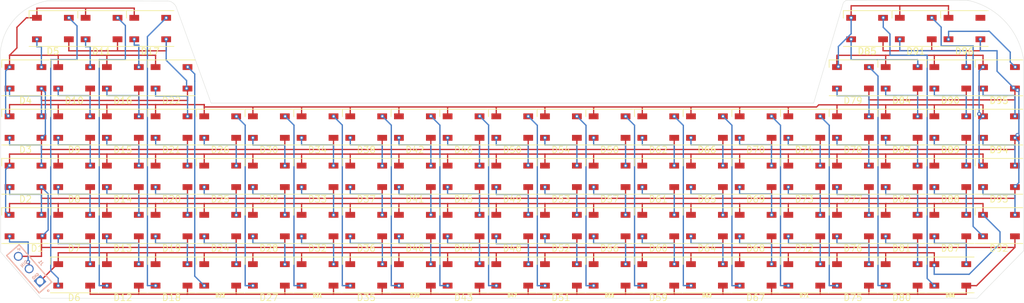
<source format=kicad_pcb>
(kicad_pcb (version 20240108) (generator "pcbnew") (generator_version "8.0")
  (layers (0 "F.Cu" signal) (31 "B.Cu" signal) (34 "B.Paste" user) (35 "F.Paste" user) (36 "B.SilkS" user "B.Silkscreen") (37 "F.SilkS" user "F.Silkscreen") (38 "B.Mask" user) (39 "F.Mask" user) (44 "Edge.Cuts" user))
  (net 0 "")
  (net 1 "DIN")
  (net 2 "VDD")
  (net 3 "GND")
  (net 4 "Net-(D1-DOUT)")
  (net 5 "Net-(D2-DOUT)")
  (net 6 "Net-(D3-DOUT)")
  (net 7 "Net-(D4-DOUT)")
  (net 8 "Net-(D5-DOUT)")
  (net 9 "Net-(D6-DOUT)")
  (net 10 "Net-(D7-DOUT)")
  (net 11 "Net-(D8-DOUT)")
  (net 12 "Net-(D10-DIN)")
  (net 13 "Net-(D10-DOUT)")
  (net 14 "Net-(D11-DOUT)")
  (net 15 "Net-(D12-DOUT)")
  (net 16 "Net-(D13-DOUT)")
  (net 17 "Net-(D14-DOUT)")
  (net 18 "Net-(D15-DOUT)")
  (net 19 "Net-(D16-DOUT)")
  (net 20 "Net-(D17-DOUT)")
  (net 21 "Net-(D18-DOUT)")
  (net 22 "Net-(D19-DOUT)")
  (net 23 "Net-(D20-DOUT)")
  (net 24 "Net-(D21-DOUT)")
  (net 25 "Net-(D22-DOUT)")
  (net 26 "Net-(D23-DOUT)")
  (net 27 "Net-(D24-DOUT)")
  (net 28 "Net-(D25-DOUT)")
  (net 29 "Net-(D26-DOUT)")
  (net 30 "Net-(D27-DOUT)")
  (net 31 "Net-(D28-DOUT)")
  (net 32 "Net-(D29-DOUT)")
  (net 33 "Net-(D30-DOUT)")
  (net 34 "Net-(D31-DOUT)")
  (net 35 "Net-(D32-DOUT)")
  (net 36 "Net-(D33-DOUT)")
  (net 37 "Net-(D34-DOUT)")
  (net 38 "Net-(D35-DOUT)")
  (net 39 "Net-(D36-DOUT)")
  (net 40 "Net-(D37-DOUT)")
  (net 41 "Net-(D38-DOUT)")
  (net 42 "Net-(D39-DOUT)")
  (net 43 "Net-(D40-DOUT)")
  (net 44 "Net-(D41-DOUT)")
  (net 45 "Net-(D42-DOUT)")
  (net 46 "Net-(D43-DOUT)")
  (net 47 "Net-(D44-DOUT)")
  (net 48 "Net-(D45-DOUT)")
  (net 49 "Net-(D46-DOUT)")
  (net 50 "Net-(D47-DOUT)")
  (net 51 "Net-(D48-DOUT)")
  (net 52 "Net-(D49-DOUT)")
  (net 53 "Net-(D50-DOUT)")
  (net 54 "Net-(D51-DOUT)")
  (net 55 "Net-(D52-DOUT)")
  (net 56 "Net-(D53-DOUT)")
  (net 57 "Net-(D54-DOUT)")
  (net 58 "Net-(D55-DOUT)")
  (net 59 "Net-(D56-DOUT)")
  (net 60 "Net-(D57-DOUT)")
  (net 61 "Net-(D58-DOUT)")
  (net 62 "Net-(D59-DOUT)")
  (net 63 "Net-(D60-DOUT)")
  (net 64 "Net-(D61-DOUT)")
  (net 65 "Net-(D62-DOUT)")
  (net 66 "Net-(D63-DOUT)")
  (net 67 "Net-(D64-DOUT)")
  (net 68 "Net-(D65-DOUT)")
  (net 69 "Net-(D66-DOUT)")
  (net 70 "Net-(D67-DOUT)")
  (net 71 "Net-(D68-DOUT)")
  (net 72 "Net-(D69-DOUT)")
  (net 73 "Net-(D70-DOUT)")
  (net 74 "Net-(D71-DOUT)")
  (net 75 "Net-(D72-DOUT)")
  (net 76 "Net-(D73-DOUT)")
  (net 77 "Net-(D74-DOUT)")
  (net 78 "Net-(D75-DOUT)")
  (net 79 "Net-(D76-DOUT)")
  (net 80 "Net-(D77-DOUT)")
  (net 81 "Net-(D78-DOUT)")
  (net 82 "Net-(D79-DOUT)")
  (net 83 "Net-(D80-DOUT)")
  (net 84 "Net-(D81-DOUT)")
  (net 85 "Net-(D82-DOUT)")
  (net 86 "Net-(D83-DOUT)")
  (net 87 "Net-(D84-DOUT)")
  (net 88 "Net-(D85-DOUT)")
  (net 89 "Net-(D86-DOUT)")
  (net 90 "Net-(D87-DOUT)")
  (net 91 "Net-(D88-DOUT)")
  (net 92 "Net-(D89-DOUT)")
  (net 93 "Net-(D90-DOUT)")
  (net 94 "Net-(D91-DOUT)")
  (net 95 "Net-(D92-DOUT)")
  (net 96 "Net-(D93-DOUT)")
  (net 97 "Net-(D94-DOUT)")
  (net 98 "Net-(D95-DOUT)")
  (footprint "LED_SMD:LED_WS2812B_PLCC4_5.0x5.0mm_P3.2mm" (layer "F.Cu") (at -26.262 -18.728 180)
    (property "Reference" "D49")
    (property "Value" "WS2812B" (hide yes))
  )
  (footprint "LED_SMD:LED_WS2812B_PLCC4_5.0x5.0mm_P3.2mm" (layer "F.Cu") (at 48.448 -26.304 180)
    (property "Reference" "D94")
    (property "Value" "WS2812B" (hide yes))
  )
  (footprint "LED_SMD:LED_WS2812B_PLCC4_5.0x5.0mm_P3.2mm" (layer "F.Cu") (at 18.564 -11.158 180)
    (property "Reference" "D72")
    (property "Value" "WS2812B" (hide yes))
  )
  (footprint "LED_SMD:LED_WS2812B_PLCC4_5.0x5.0mm_P3.2mm" (layer "F.Cu") (at -100.972 -26.304 180)
    (property "Reference" "D3")
    (property "Value" "WS2812B" (hide yes))
  )
  (footprint "LED_SMD:LED_WS2812B_PLCC4_5.0x5.0mm_P3.2mm" (layer "F.Cu") (at 18.564 -3.576 180)
    (property "Reference" "D71")
    (property "Value" "WS2812B" (hide yes))
  )
  (footprint "LED_SMD:LED_WS2812B_PLCC4_5.0x5.0mm_P3.2mm" (layer "F.Cu") (at -86.03 -3.576 180)
    (property "Reference" "D12")
    (property "Value" "WS2812B" (hide yes))
  )
  (footprint "LED_SMD:LED_WS2812B_PLCC4_5.0x5.0mm_P3.2mm" (layer "F.Cu") (at 40.977 -26.304 180)
    (property "Reference" "D89")
    (property "Value" "WS2812B" (hide yes))
  )
  (footprint "LED_SMD:LED_WS2812B_PLCC4_5.0x5.0mm_P3.2mm" (layer "F.Cu") (at -63.617 -3.576 180)
    (property "Reference" "D27")
    (property "Value" "WS2812B" (hide yes))
  )
  (footprint "LED_SMD:LED_WS2812B_PLCC4_5.0x5.0mm_P3.2mm" (layer "F.Cu") (at 26.035 -33.877 180)
    (property "Reference" "D79")
    (property "Value" "WS2812B" (hide yes))
  )
  (footprint "LED_SMD:LED_WS2812B_PLCC4_5.0x5.0mm_P3.2mm" (layer "F.Cu") (at -48.675 -3.576 180)
    (property "Reference" "D35")
    (property "Value" "WS2812B" (hide yes))
  )
  (footprint "LED_SMD:LED_WS2812B_PLCC4_5.0x5.0mm_P3.2mm" (layer "F.Cu") (at -63.617 -11.158 180)
    (property "Reference" "D28")
    (property "Value" "WS2812B" (hide yes))
  )
  (footprint "LED_SMD:LED_WS2812B_PLCC4_5.0x5.0mm_P3.2mm" (layer "F.Cu") (at -96.77 -41.452 180)
    (property "Reference" "D5")
    (property "Value" "WS2812B" (hide yes))
  )
  (footprint "LED_SMD:LED_WS2812B_PLCC4_5.0x5.0mm_P3.2mm" (layer "F.Cu") (at -18.791 -3.576 180)
    (property "Reference" "D51")
    (property "Value" "WS2812B" (hide yes))
  )
  (footprint "LED_SMD:LED_WS2812B_PLCC4_5.0x5.0mm_P3.2mm" (layer "F.Cu") (at 48.448 -11.158 180)
    (property "Reference" "D92")
    (property "Value" "WS2812B" (hide yes))
  )
  (footprint "LED_SMD:LED_WS2812B_PLCC4_5.0x5.0mm_P3.2mm" (layer "F.Cu") (at -18.791 -11.158 180)
    (property "Reference" "D52")
    (property "Value" "WS2812B" (hide yes))
  )
  (footprint "LED_SMD:LED_WS2812B_PLCC4_5.0x5.0mm_P3.2mm" (layer "F.Cu") (at -63.617 -26.304 180)
    (property "Reference" "D30")
    (property "Value" "WS2812B" (hide yes))
  )
  (footprint "LED_SMD:LED_WS2812B_PLCC4_5.0x5.0mm_P3.2mm" (layer "F.Cu") (at 11.093 -11.158 180)
    (property "Reference" "D68")
    (property "Value" "WS2812B" (hide yes))
  )
  (footprint "LED_SMD:LED_WS2812B_PLCC4_5.0x5.0mm_P3.2mm" (layer "F.Cu") (at -11.32 -11.158 180)
    (property "Reference" "D56")
    (property "Value" "WS2812B" (hide yes))
  )
  (footprint "LED_SMD:LED_WS2812B_PLCC4_5.0x5.0mm_P3.2mm" (layer "F.Cu") (at -78.559 -26.304 180)
    (property "Reference" "D21")
    (property "Value" "WS2812B" (hide yes))
  )
  (footprint "LED_SMD:LED_WS2812B_PLCC4_5.0x5.0mm_P3.2mm" (layer "F.Cu") (at 40.977 -18.728 180)
    (property "Reference" "D88")
    (property "Value" "WS2812B" (hide yes))
  )
  (footprint "LED_SMD:LED_WS2812B_PLCC4_5.0x5.0mm_P3.2mm" (layer "F.Cu") (at -93.501 -18.728 180)
    (property "Reference" "D8")
    (property "Value" "WS2812B" (hide yes))
  )
  (footprint "LED_SMD:LED_WS2812B_PLCC4_5.0x5.0mm_P3.2mm" (layer "F.Cu") (at -41.204 -11.158 180)
    (property "Reference" "D40")
    (property "Value" "WS2812B" (hide yes))
  )
  (footprint "LED_SMD:LED_WS2812B_PLCC4_5.0x5.0mm_P3.2mm" (layer "F.Cu") (at -41.204 -3.576 180)
    (property "Reference" "D39")
    (property "Value" "WS2812B" (hide yes))
  )
  (footprint "LED_SMD:LED_WS2812B_PLCC4_5.0x5.0mm_P3.2mm" (layer "F.Cu") (at -3.849 -26.304 180)
    (property "Reference" "D62")
    (property "Value" "WS2812B" (hide yes))
  )
  (footprint "LED_SMD:LED_WS2812B_PLCC4_5.0x5.0mm_P3.2mm" (layer "F.Cu") (at 35.676 -41.452 180)
    (property "Reference" "D91")
    (property "Value" "WS2812B" (hide yes))
  )
  (footprint "LED_SMD:LED_WS2812B_PLCC4_5.0x5.0mm_P3.2mm" (layer "F.Cu") (at -11.32 -26.304 180)
    (property "Reference" "D58")
    (property "Value" "WS2812B" (hide yes))
  )
  (footprint "LED_SMD:LED_WS2812B_PLCC4_5.0x5.0mm_P3.2mm" (layer "F.Cu") (at -41.204 -26.304 180)
    (property "Reference" "D42")
    (property "Value" "WS2812B" (hide yes))
  )
  (footprint "LED_SMD:LED_WS2812B_PLCC4_5.0x5.0mm_P3.2mm" (layer "F.Cu") (at 18.564 -18.728 180)
    (property "Reference" "D73")
    (property "Value" "WS2812B" (hide yes))
  )
  (footprint "LED_SMD:LED_WS2812B_PLCC4_5.0x5.0mm_P3.2mm" (layer "F.Cu") (at -18.791 -26.304 180)
    (property "Reference" "D54")
    (property "Value" "WS2812B" (hide yes))
  )
  (footprint "LED_SMD:LED_WS2812B_PLCC4_5.0x5.0mm_P3.2mm" (layer "F.Cu") (at 33.506 -11.158 180)
    (property "Reference" "D81")
    (property "Value" "WS2812B" (hide yes))
  )
  (footprint "LED_SMD:LED_WS2812B_PLCC4_5.0x5.0mm_P3.2mm" (layer "F.Cu") (at -93.501 -11.158 180)
    (property "Reference" "D7")
    (property "Value" "WS2812B" (hide yes))
  )
  (footprint "LED_SMD:LED_WS2812B_PLCC4_5.0x5.0mm_P3.2mm" (layer "F.Cu") (at 40.977 -3.576 180)
    (property "Reference" "D86")
    (property "Value" "WS2812B" (hide yes))
  )
  (footprint "LED_SMD:LED_WS2812B_PLCC4_5.0x5.0mm_P3.2mm" (layer "F.Cu") (at 26.035 -11.158 180)
    (property "Reference" "D76")
    (property "Value" "WS2812B" (hide yes))
  )
  (footprint "LED_SMD:LED_WS2812B_PLCC4_5.0x5.0mm_P3.2mm" (layer "F.Cu") (at -33.733 -18.728 180)
    (property "Reference" "D45")
    (property "Value" "WS2812B" (hide yes))
  )
  (footprint "LED_SMD:LED_WS2812B_PLCC4_5.0x5.0mm_P3.2mm" (layer "F.Cu") (at -93.501 -26.304 180)
    (property "Reference" "D9")
    (property "Value" "WS2812B" (hide yes))
  )
  (footprint "LED_SMD:LED_WS2812B_PLCC4_5.0x5.0mm_P3.2mm" (layer "F.Cu") (at -33.733 -26.304 180)
    (property "Reference" "D46")
    (property "Value" "WS2812B" (hide yes))
  )
  (footprint "LED_SMD:LED_WS2812B_PLCC4_5.0x5.0mm_P3.2mm" (layer "F.Cu") (at -18.791 -18.728 180)
    (property "Reference" "D53")
    (property "Value" "WS2812B" (hide yes))
  )
  (footprint "LED_SMD:LED_WS2812B_PLCC4_5.0x5.0mm_P3.2mm" (layer "F.Cu") (at -100.972 -18.728 180)
    (property "Reference" "D2")
    (property "Value" "WS2812B" (hide yes))
  )
  (footprint "LED_SMD:LED_WS2812B_PLCC4_5.0x5.0mm_P3.2mm" (layer "F.Cu") (at -11.32 -18.728 180)
    (property "Reference" "D57")
    (property "Value" "WS2812B" (hide yes))
  )
  (footprint "LED_SMD:LED_WS2812B_PLCC4_5.0x5.0mm_P3.2mm" (layer "F.Cu") (at -48.675 -11.158 180)
    (property "Reference" "D36")
    (property "Value" "WS2812B" (hide yes))
  )
  (footprint "LED_SMD:LED_WS2812B_PLCC4_5.0x5.0mm_P3.2mm" (layer "F.Cu") (at 11.093 -18.728 180)
    (property "Reference" "D69")
    (property "Value" "WS2812B" (hide yes))
  )
  (footprint "LED_SMD:LED_WS2812B_PLCC4_5.0x5.0mm_P3.2mm" (layer "F.Cu") (at 33.506 -18.728 180)
    (property "Reference" "D82")
    (property "Value" "WS2812B" (hide yes))
  )
  (footprint "LED_SMD:LED_WS2812B_PLCC4_5.0x5.0mm_P3.2mm" (layer "F.Cu") (at -78.559 -11.158 180)
    (property "Reference" "D19")
    (property "Value" "WS2812B" (hide yes))
  )
  (footprint "LED_SMD:LED_WS2812B_PLCC4_5.0x5.0mm_P3.2mm" (layer "F.Cu") (at -71.088 -3.576 180)
    (property "Reference" "D23")
    (property "Value" "WS2812B" (hide yes))
  )
  (footprint "LED_SMD:LED_WS2812B_PLCC4_5.0x5.0mm_P3.2mm" (layer "F.Cu") (at -3.849 -11.158 180)
    (property "Reference" "D60")
    (property "Value" "WS2812B" (hide yes))
  )
  (footprint "LED_SMD:LED_WS2812B_PLCC4_5.0x5.0mm_P3.2mm" (layer "F.Cu") (at -93.501 -3.576 180)
    (property "Reference" "D6")
    (property "Value" "WS2812B" (hide yes))
  )
  (footprint "LED_SMD:LED_WS2812B_PLCC4_5.0x5.0mm_P3.2mm" (layer "F.Cu") (at -100.972 -11.158 180)
    (property "Reference" "D1")
    (property "Value" "WS2812B" (hide yes))
  )
  (footprint "LED_SMD:LED_WS2812B_PLCC4_5.0x5.0mm_P3.2mm" (layer "F.Cu") (at -93.501 -33.877 180)
    (property "Reference" "D10")
    (property "Value" "WS2812B" (hide yes))
  )
  (footprint "LED_SMD:LED_WS2812B_PLCC4_5.0x5.0mm_P3.2mm" (layer "F.Cu") (at -41.204 -18.728 180)
    (property "Reference" "D41")
    (property "Value" "WS2812B" (hide yes))
  )
  (footprint "LED_SMD:LED_WS2812B_PLCC4_5.0x5.0mm_P3.2mm" (layer "F.Cu") (at -89.299 -41.452 180)
    (property "Reference" "D11")
    (property "Value" "WS2812B" (hide yes))
  )
  (footprint "LED_SMD:LED_WS2812B_PLCC4_5.0x5.0mm_P3.2mm" (layer "F.Cu") (at 26.035 -3.576 180)
    (property "Reference" "D75")
    (property "Value" "WS2812B" (hide yes))
  )
  (footprint "LED_SMD:LED_WS2812B_PLCC4_5.0x5.0mm_P3.2mm" (layer "F.Cu") (at -71.088 -18.728 180)
    (property "Reference" "D25")
    (property "Value" "WS2812B" (hide yes))
  )
  (footprint "LED_SMD:LED_WS2812B_PLCC4_5.0x5.0mm_P3.2mm" (layer "F.Cu") (at -56.146 -3.576 180)
    (property "Reference" "D31")
    (property "Value" "WS2812B" (hide yes))
  )
  (footprint "LED_SMD:LED_WS2812B_PLCC4_5.0x5.0mm_P3.2mm" (layer "F.Cu") (at 11.093 -3.576 180)
    (property "Reference" "D67")
    (property "Value" "WS2812B" (hide yes))
  )
  (footprint "LED_SMD:LED_WS2812B_PLCC4_5.0x5.0mm_P3.2mm" (layer "F.Cu") (at -56.146 -11.158 180)
    (property "Reference" "D32")
    (property "Value" "WS2812B" (hide yes))
  )
  (footprint "LED_SMD:LED_WS2812B_PLCC4_5.0x5.0mm_P3.2mm" (layer "F.Cu") (at 3.622 -3.576 180)
    (property "Reference" "D63")
    (property "Value" "WS2812B" (hide yes))
  )
  (footprint "LED_SMD:LED_WS2812B_PLCC4_5.0x5.0mm_P3.2mm" (layer "F.Cu") (at -33.733 -3.576 180)
    (property "Reference" "D43")
    (property "Value" "WS2812B" (hide yes))
  )
  (footprint "LED_SMD:LED_WS2812B_PLCC4_5.0x5.0mm_P3.2mm" (layer "F.Cu") (at 48.448 -33.877 180)
    (property "Reference" "D95")
    (property "Value" "WS2812B" (hide yes))
  )
  (footprint "LED_SMD:LED_WS2812B_PLCC4_5.0x5.0mm_P3.2mm" (layer "F.Cu") (at -86.03 -33.877 180)
    (property "Reference" "D16")
    (property "Value" "WS2812B" (hide yes))
  )
  (footprint "LED_SMD:LED_WS2812B_PLCC4_5.0x5.0mm_P3.2mm" (layer "F.Cu") (at -26.262 -3.576 180)
    (property "Reference" "D47")
    (property "Value" "WS2812B" (hide yes))
  )
  (footprint "LED_SMD:LED_WS2812B_PLCC4_5.0x5.0mm_P3.2mm" (layer "F.Cu") (at 3.622 -26.304 180)
    (property "Reference" "D66")
    (property "Value" "WS2812B" (hide yes))
  )
  (footprint "LED_SMD:LED_WS2812B_PLCC4_5.0x5.0mm_P3.2mm" (layer "F.Cu") (at 33.506 -33.877 180)
    (property "Reference" "D84")
    (property "Value" "WS2812B" (hide yes))
  )
  (footprint "LED_SMD:LED_WS2812B_PLCC4_5.0x5.0mm_P3.2mm" (layer "F.Cu") (at 11.093 -26.304 180)
    (property "Reference" "D70")
    (property "Value" "WS2812B" (hide yes))
  )
  (footprint "LED_SMD:LED_WS2812B_PLCC4_5.0x5.0mm_P3.2mm" (layer "F.Cu") (at 40.977 -11.158 180)
    (property "Reference" "D87")
    (property "Value" "WS2812B" (hide yes))
  )
  (footprint "LED_SMD:LED_WS2812B_PLCC4_5.0x5.0mm_P3.2mm" (layer "F.Cu") (at -11.32 -3.576 180)
    (property "Reference" "D55")
    (property "Value" "WS2812B" (hide yes))
  )
  (footprint "LED_SMD:LED_WS2812B_PLCC4_5.0x5.0mm_P3.2mm" (layer "F.Cu") (at -86.03 -18.728 180)
    (property "Reference" "D14")
    (property "Value" "WS2812B" (hide yes))
  )
  (footprint "LED_SMD:LED_WS2812B_PLCC4_5.0x5.0mm_P3.2mm" (layer "F.Cu") (at -56.146 -18.728 180)
    (property "Reference" "D33")
    (property "Value" "WS2812B" (hide yes))
  )
  (footprint "LED_SMD:LED_WS2812B_PLCC4_5.0x5.0mm_P3.2mm" (layer "F.Cu") (at -86.03 -26.304 180)
    (property "Reference" "D15")
    (property "Value" "WS2812B" (hide yes))
  )
  (footprint "LED_SMD:LED_WS2812B_PLCC4_5.0x5.0mm_P3.2mm" (layer "F.Cu") (at 18.564 -26.304 180)
    (property "Reference" "D74")
    (property "Value" "WS2812B" (hide yes))
  )
  (footprint "LED_SMD:LED_WS2812B_PLCC4_5.0x5.0mm_P3.2mm" (layer "F.Cu") (at 28.205 -41.452 180)
    (property "Reference" "D85")
    (property "Value" "WS2812B" (hide yes))
  )
  (footprint "LED_SMD:LED_WS2812B_PLCC4_5.0x5.0mm_P3.2mm" (layer "F.Cu") (at 48.448 -18.728 180)
    (property "Reference" "D93")
    (property "Value" "WS2812B" (hide yes))
  )
  (footprint "LED_SMD:LED_WS2812B_PLCC4_5.0x5.0mm_P3.2mm" (layer "F.Cu") (at 26.035 -18.728 180)
    (property "Reference" "D77")
    (property "Value" "WS2812B" (hide yes))
  )
  (footprint "LED_SMD:LED_WS2812B_PLCC4_5.0x5.0mm_P3.2mm" (layer "F.Cu") (at -100.972 -33.877 180)
    (property "Reference" "D4")
    (property "Value" "WS2812B" (hide yes))
  )
  (footprint "LED_SMD:LED_WS2812B_PLCC4_5.0x5.0mm_P3.2mm" (layer "F.Cu") (at -78.559 -3.576 180)
    (property "Reference" "D18")
    (property "Value" "WS2812B" (hide yes))
  )
  (footprint "LED_SMD:LED_WS2812B_PLCC4_5.0x5.0mm_P3.2mm" (layer "F.Cu") (at -78.559 -18.728 180)
    (property "Reference" "D20")
    (property "Value" "WS2812B" (hide yes))
  )
  (footprint "LED_SMD:LED_WS2812B_PLCC4_5.0x5.0mm_P3.2mm" (layer "F.Cu") (at -26.262 -26.304 180)
    (property "Reference" "D50")
    (property "Value" "WS2812B" (hide yes))
  )
  (footprint "LED_SMD:LED_WS2812B_PLCC4_5.0x5.0mm_P3.2mm" (layer "F.Cu") (at -81.83 -41.452 180)
    (property "Reference" "D17")
    (property "Value" "WS2812B" (hide yes))
  )
  (footprint "LED_SMD:LED_WS2812B_PLCC4_5.0x5.0mm_P3.2mm" (layer "F.Cu") (at -71.088 -26.304 180)
    (property "Reference" "D26")
    (property "Value" "WS2812B" (hide yes))
  )
  (footprint "LED_SMD:LED_WS2812B_PLCC4_5.0x5.0mm_P3.2mm" (layer "F.Cu") (at -33.733 -11.158 180)
    (property "Reference" "D44")
    (property "Value" "WS2812B" (hide yes))
  )
  (footprint "LED_SMD:LED_WS2812B_PLCC4_5.0x5.0mm_P3.2mm" (layer "F.Cu") (at -3.849 -3.576 180)
    (property "Reference" "D59")
    (property "Value" "WS2812B" (hide yes))
  )
  (footprint "LED_SMD:LED_WS2812B_PLCC4_5.0x5.0mm_P3.2mm" (layer "F.Cu") (at 33.506 -3.576 180)
    (property "Reference" "D80")
    (property "Value" "WS2812B" (hide yes))
  )
  (footprint "LED_SMD:LED_WS2812B_PLCC4_5.0x5.0mm_P3.2mm" (layer "F.Cu") (at -71.088 -11.158 180)
    (property "Reference" "D24")
    (property "Value" "WS2812B" (hide yes))
  )
  (footprint "LED_SMD:LED_WS2812B_PLCC4_5.0x5.0mm_P3.2mm" (layer "F.Cu") (at -48.675 -26.304 180)
    (property "Reference" "D38")
    (property "Value" "WS2812B" (hide yes))
  )
  (footprint "LED_SMD:LED_WS2812B_PLCC4_5.0x5.0mm_P3.2mm" (layer "F.Cu") (at -48.675 -18.728 180)
    (property "Reference" "D37")
    (property "Value" "WS2812B" (hide yes))
  )
  (footprint "LED_SMD:LED_WS2812B_PLCC4_5.0x5.0mm_P3.2mm" (layer "F.Cu") (at 40.977 -33.877 180)
    (property "Reference" "D90")
    (property "Value" "WS2812B" (hide yes))
  )
  (footprint "LED_SMD:LED_WS2812B_PLCC4_5.0x5.0mm_P3.2mm" (layer "F.Cu") (at 3.622 -18.728 180)
    (property "Reference" "D65")
    (property "Value" "WS2812B" (hide yes))
  )
  (footprint "LED_SMD:LED_WS2812B_PLCC4_5.0x5.0mm_P3.2mm" (layer "F.Cu") (at 26.035 -26.304 180)
    (property "Reference" "D78")
    (property "Value" "WS2812B" (hide yes))
  )
  (footprint "LED_SMD:LED_WS2812B_PLCC4_5.0x5.0mm_P3.2mm" (layer "F.Cu") (at 43.147 -41.452 180)
    (property "Reference" "D96")
    (property "Value" "WS2812B" (hide yes))
  )
  (footprint "LED_SMD:LED_WS2812B_PLCC4_5.0x5.0mm_P3.2mm" (layer "F.Cu") (at 33.506 -26.304 180)
    (property "Reference" "D83")
    (property "Value" "WS2812B" (hide yes))
  )
  (footprint "LED_SMD:LED_WS2812B_PLCC4_5.0x5.0mm_P3.2mm" (layer "F.Cu") (at -63.617 -18.728 180)
    (property "Reference" "D29")
    (property "Value" "WS2812B" (hide yes))
  )
  (footprint "LED_SMD:LED_WS2812B_PLCC4_5.0x5.0mm_P3.2mm" (layer "F.Cu") (at -78.559 -33.877 180)
    (property "Reference" "D22")
    (property "Value" "WS2812B" (hide yes))
  )
  (footprint "LED_SMD:LED_WS2812B_PLCC4_5.0x5.0mm_P3.2mm" (layer "F.Cu") (at 3.622 -11.158 180)
    (property "Reference" "D64")
    (property "Value" "WS2812B" (hide yes))
  )
  (footprint "LED_SMD:LED_WS2812B_PLCC4_5.0x5.0mm_P3.2mm" (layer "F.Cu") (at -56.146 -26.304 180)
    (property "Reference" "D34")
    (property "Value" "WS2812B" (hide yes))
  )
  (footprint "LED_SMD:LED_WS2812B_PLCC4_5.0x5.0mm_P3.2mm" (layer "F.Cu") (at -26.262 -11.158 180)
    (property "Reference" "D48")
    (property "Value" "WS2812B" (hide yes))
  )
  (footprint "LED_SMD:LED_WS2812B_PLCC4_5.0x5.0mm_P3.2mm" (layer "F.Cu") (at -3.849 -18.728 180)
    (property "Reference" "D61")
    (property "Value" "WS2812B" (hide yes))
  )
  (footprint "LED_SMD:LED_WS2812B_PLCC4_5.0x5.0mm_P3.2mm" (layer "F.Cu") (at -86.03 -11.158 180)
    (property "Reference" "D13")
    (property "Value" "WS2812B" (hide yes))
  )
  (footprint "TSW-103-07-T-S:SAMTEC_TSW-103-07-T-S" (layer "B.Cu") (at -100.409 -4.513 131)
    (property "Reference" "J1")
    (property "Value" "TSW-103-07-T-S" (hide yes))
  )
  (gr_line (start -72.492 -30) (end -77.852018 -44.802044) (stroke (width 0.05)) (layer "Edge.Cuts"))
  (gr_line (start 43.698 -45.786) (end 43.764412 -45.768157) (stroke (width 0.05)) (layer "Edge.Cuts"))
  (gr_line (start -98.65 0) (end 45.1 0) (stroke (width 0.05)) (layer "Edge.Cuts"))
  (gr_line (start 52.267663 -36.312976) (end 52.257999 -36.424) (stroke (width 0.05)) (layer "Edge.Cuts"))
  (gr_arc (start -78.141 -45.207) (mid -77.982932 -45.014266) (end -77.853164 -44.801447) (stroke (width 0.05)) (layer "Edge.Cuts"))
  (gr_line (start -104.798105 -7.110005) (end -104.798105 -36.110005) (stroke (width 0.05)) (layer "Edge.Cuts"))
  (gr_line (start -98.65 0) (end -104.798105 -7.110005) (stroke (width 0.05)) (layer "Edge.Cuts"))
  (gr_line (start 43.6 -45.8) (end 43.629 -45.799) (stroke (width 0.05)) (layer "Edge.Cuts"))
  (gr_arc (start -79.18 -45.680656) (mid -78.681777 -45.594529) (end -78.263086 -45.311084) (stroke (width 0.05)) (layer "Edge.Cuts"))
  (gr_line (start 20.008 -30) (end 24.460001 -45.1) (stroke (width 0.05)) (layer "Edge.Cuts"))
  (gr_line (start -72.492 -30) (end 20.008 -30) (stroke (width 0.05)) (layer "Edge.Cuts"))
  (gr_arc (start 24.460001 -45.1) (mid 24.68654 -45.554425) (end 25.122269 -45.815121) (stroke (width 0.05)) (layer "Edge.Cuts"))
  (gr_line (start 43.629 -45.799) (end 43.654 -45.796) (stroke (width 0.05)) (layer "Edge.Cuts"))
  (gr_line (start 43.654 -45.796) (end 43.679 -45.791) (stroke (width 0.05)) (layer "Edge.Cuts"))
  (gr_line (start 25.122269 -45.815121) (end 43.6 -45.8) (stroke (width 0.05)) (layer "Edge.Cuts"))
  (gr_arc (start 43.764412 -45.768157) (mid 49.484188 -42.43498) (end 52.257998 -36.424) (stroke (width 0.05)) (layer "Edge.Cuts"))
  (gr_line (start -79.18 -45.680656) (end -97.657077 -45.700972) (stroke (width 0.05)) (layer "Edge.Cuts"))
  (gr_line (start 52.267663 -7.312976) (end 52.267663 -36.312976) (stroke (width 0.05)) (layer "Edge.Cuts"))
  (gr_line (start 43.679 -45.791) (end 43.698 -45.786) (stroke (width 0.05)) (layer "Edge.Cuts"))
  (gr_arc (start -104.806129 -36.109097) (mid -103.128432 -42.318786) (end -97.657077 -45.700972) (stroke (width 0.05)) (layer "Edge.Cuts"))
  (gr_line (start -78.263086 -45.311084) (end -78.141 -45.207) (stroke (width 0.05)) (layer "Edge.Cuts"))
  (gr_line (start 45.1 0) (end 52.267816 -7.313182) (stroke (width 0.05)) (layer "Edge.Cuts"))
  (gr_text "DIN" (at -100.477 -5.513 43) (layer "B.SilkS") (effects (font (size 0.5 0.5) (thickness 0.1)) (justify left bottom mirror)))
  (gr_text "GND" (at -98.764 -3.632 41) (layer "B.SilkS") (effects (font (size 0.4 0.4) (thickness 0.1)) (justify left bottom mirror)))
  (gr_text "5V" (at -101.696 -7.346 0) (layer "B.SilkS") (effects (font (size 0.3 0.3) (thickness 0.075)) (justify left bottom mirror)))
  (segment (start -100.409 -5.405716) (end -100.564776 -5.561492) (width 0.2) (layer "F.Cu") (net 1))
  (segment (start -100.409 -4.513) (end -100.409 -5.405716) (width 0.2) (layer "F.Cu") (net 1))
  (via blind (at -100.564776 -5.561492) (size 0.6) (drill 0.3) (layers "F.Cu" "B.Cu") (net 1))
  (via blind (at -103.422 -9.508) (size 0.6) (drill 0.3) (layers "F.Cu" "B.Cu") (net 1))
  (segment (start -103.396 -8.635) (end -103.422 -8.661) (width 0.2) (layer "B.Cu") (net 1))
  (segment (start -100.564776 -8.628776) (end -100.571 -8.635) (width 0.2) (layer "B.Cu") (net 1))
  (segment (start -100.564776 -5.561492) (end -100.564776 -8.628776) (width 0.2) (layer "B.Cu") (net 1))
  (segment (start -100.571 -8.635) (end -103.396 -8.635) (width 0.2) (layer "B.Cu") (net 1))
  (segment (start -103.422 -8.661) (end -103.422 -9.508) (width 0.2) (layer "B.Cu") (net 1))
  (segment (start -23.786 -7.799) (end -16.334 -7.799) (width 0.2) (layer "F.Cu") (net 2))
  (segment (start -94.32 -38.027) (end -94.319 -38.026) (width 0.2) (layer "F.Cu") (net 2))
  (segment (start -38.755 -0.6) (end -31.26 -0.6) (width 0.2) (layer "F.Cu") (net 2))
  (segment (start -61.167 -1.926) (end -61.167 -0.629) (width 0.2) (layer "F.Cu") (net 2))
  (segment (start -23.812 -1.926) (end -23.822 -1.916) (width 0.2) (layer "F.Cu") (net 2))
  (segment (start -68.638 -15.4) (end -68.59 -15.352) (width 0.2) (layer "F.Cu") (net 2))
  (segment (start 51.284478 -31.996911) (end 51.128089 -31.996911) (width 0.2) (layer "F.Cu") (net 2))
  (segment (start 50.904 -30.486) (end 50.898 -30.492) (width 0.2) (layer "F.Cu") (net 2))
  (segment (start -53.707 -7.799) (end -53.707 -7.901) (width 0.2) (layer "F.Cu") (net 2))
  (segment (start 35.956 -15.4) (end 36.004 -15.352) (width 0.2) (layer "F.Cu") (net 2))
  (segment (start 13.543 -24.654) (end 13.543 -22.873) (width 0.2) (layer "F.Cu") (net 2))
  (segment (start -68.594 -7.799) (end -61.15 -7.799) (width 0.2) (layer "F.Cu") (net 2))
  (segment (start -31.26 -0.6) (end -23.822 -0.6) (width 0.2) (layer "F.Cu") (net 2))
  (segment (start 38.142 -38.034) (end 45.593 -38.034) (width 0.2) (layer "F.Cu") (net 2))
  (segment (start -76.098 -0.6) (end -68.604 -0.6) (width 0.2) (layer "F.Cu") (net 2))
  (segment (start 28.485 -7.819) (end 28.485 -9.508) (width 0.2) (layer "F.Cu") (net 2))
  (segment (start 13.543 -1.926) (end 13.543 -0.606) (width 0.2) (layer "F.Cu") (net 2))
  (segment (start -94.319 -38.026) (end -86.846 -38.026) (width 0.2) (layer "F.Cu") (net 2))
  (segment (start -76.084 -15.352) (end -68.59 -15.352) (width 0.2) (layer "F.Cu") (net 2))
  (segment (start -16.341 -7.806) (end -16.341 -9.508) (width 0.2) (layer "F.Cu") (net 2))
  (segment (start 35.956 -17.078) (end 35.956 -15.4) (width 0.2) (layer "F.Cu") (net 2))
  (segment (start 6.068 -15.352) (end 13.592 -15.352) (width 0.2) (layer "F.Cu") (net 2))
  (segment (start -98.522 -17.078) (end -98.522 -15.358) (width 0.2) (layer "F.Cu") (net 2))
  (segment (start 43.427 -15.38) (end 43.455 -15.352) (width 0.2) (layer "F.Cu") (net 2))
  (segment (start 13.543 -0.606) (end 13.549 -0.6) (width 0.2) (layer "F.Cu") (net 2))
  (segment (start -68.638 -22.858) (end -61.172 -22.858) (width 0.2) (layer "F.Cu") (net 2))
  (segment (start 35.967 -7.799) (end 35.956 -7.81) (width 0.2) (layer "F.Cu") (net 2))
  (segment (start -91.051 -0.6) (end -83.622 -0.6) (width 0.2) (layer "F.Cu") (net 2))
  (segment (start 21.015 -15.352) (end 28.538 -15.352) (width 0.2) (layer "F.Cu") (net 2))
  (segment (start -38.76 -22.858) (end -31.28 -22.858) (width 0.2) (layer "F.Cu") (net 2))
  (segment (start -68.594 -7.799) (end -68.638 -7.843) (width 0.2) (layer "F.Cu") (net 2))
  (segment (start -76.109 -32.227) (end -76.218 -32.227) (width 0.2) (layer "F.Cu") (net 2))
  (segment (start -98.522 -22.858) (end -91.064 -22.858) (width 0.2) (layer "F.Cu") (net 2))
  (segment (start -53.696 -17.078) (end -53.696 -15.361) (width 0.2) (layer "F.Cu") (net 2))
  (segment (start -53.696 -0.634) (end -53.73 -0.6) (width 0.2) (layer "F.Cu") (net 2))
  (segment (start -16.341 -1.926) (end -16.341 -0.602) (width 0.2) (layer "F.Cu") (net 2))
  (segment (start 43.423 -7.799) (end 50.886 -7.799) (width 0.2) (layer "F.Cu") (net 2))
  (segment (start -98.522 -9.508) (end -98.522 -7.803) (width 0.2) (layer "F.Cu") (net 2))
  (segment (start 50.898 -17.078) (end 50.898 -17.155) (width 0.2) (layer "F.Cu") (net 2))
  (segment (start -76.107 -30.403) (end -76.106 -30.404) (width 0.2) (layer "F.Cu") (net 2))
  (segment (start -53.696 -1.926) (end -53.696 -0.634) (width 0.2) (layer "F.Cu") (net 2))
  (segment (start -98.522 -15.358) (end -98.516 -15.352) (width 0.2) (layer "F.Cu") (net 2))
  (segment (start -16.358 -15.352) (end -8.863 -15.352) (width 0.2) (layer "F.Cu") (net 2))
  (segment (start -91.051 -7.804) (end -91.051 -9.508) (width 0.2) (layer "F.Cu") (net 2))
  (segment (start -98.453 -24.654) (end -98.402 -24.705) (width 0.2) (layer "F.Cu") (net 2))
  (segment (start -98.53 -6.427) (end -98.522 -6.435) (width 0.2) (layer "F.Cu") (net 2))
  (segment (start 35.956 -22.915) (end 36.013 -22.858) (width 0.2) (layer "F.Cu") (net 2))
  (segment (start -98.524 -30.403) (end -91.016 -30.403) (width 0.2) (layer "F.Cu") (net 2))
  (segment (start -1.384 -7.799) (end -1.384 -7.907) (width 0.2) (layer "F.Cu") (net 2))
  (segment (start -91.051 -15.387) (end -91.016 -15.352) (width 0.2) (layer "F.Cu") (net 2))
  (segment (start -76.109 -30.407) (end -76.106 -30.404) (width 0.2) (layer "F.Cu") (net 2))
  (segment (start -1.399 -17.078) (end -1.399 -15.379) (width 0.2) (layer "F.Cu") (net 2))
  (segment (start 50.886 -7.799) (end 50.89 -7.795) (width 0.2) (layer "F.Cu") (net 2))
  (segment (start -83.58 -1.926) (end -83.58 -0.642) (width 0.2) (layer "F.Cu") (net 2))
  (segment (start 35.956 -1.926) (end 35.956 -0.634) (width 0.2) (layer "F.Cu") (net 2))
  (segment (start 13.558 -22.858) (end 20.995 -22.858) (width 0.2) (layer "F.Cu") (net 2))
  (segment (start 43.414 -30.486) (end 50.904 -30.486) (width 0.2) (layer "F.Cu") (net 2))
  (segment (start -38.754 -22.864) (end -38.76 -22.858) (width 0.2) (layer "F.Cu") (net 2))
  (segment (start -23.822 -1.916) (end -23.822 -0.6) (width 0.2) (layer "F.Cu") (net 2))
  (segment (start 28.485 -15.405) (end 28.538 -15.352) (width 0.2) (layer "F.Cu") (net 2))
  (segment (start -16.334 -7.799) (end -8.863 -7.799) (width 0.2) (layer "F.Cu") (net 2))
  (segment (start -46.225 -24.654) (end -46.225 -22.871) (width 0.2) (layer "F.Cu") (net 2))
  (segment (start 6.082 -7.906) (end 6.072 -7.916) (width 0.2) (layer "F.Cu") (net 2))
  (segment (start -8.863 -7.799) (end -1.384 -7.799) (width 0.2) (layer "F.Cu") (net 2))
  (segment (start -1.399 -15.379) (end -1.426 -15.352) (width 0.2) (layer "F.Cu") (net 2))
  (segment (start -38.754 -7.807) (end -38.754 -9.508) (width 0.2) (layer "F.Cu") (net 2))
  (segment (start -98.526 -7.799) (end -91.046 -7.799) (width 0.2) (layer "F.Cu") (net 2))
  (segment (start 50.901 -22.858) (end 50.898 -22.861) (width 0.2) (layer "F.Cu") (net 2))
  (segment (start -91.016 -30.403) (end -83.565 -30.403) (width 0.2) (layer "F.Cu") (net 2))
  (segment (start -61.167 -24.654) (end -61.167 -22.863) (width 0.2) (layer "F.Cu") (net 2))
  (segment (start -83.58 -30.418) (end -83.565 -30.403) (width 0.2) (layer "F.Cu") (net 2))
  (segment (start -31.283 -15.358) (end -31.289 -15.352) (width 0.2) (layer "F.Cu") (net 2))
  (segment (start 21.014 -24.654) (end 21.014 -22.877) (width 0.2) (layer "F.Cu") (net 2))
  (segment (start 21.022 -7.93) (end 21.014 -7.938) (width 0.2) (layer "F.Cu") (net 2))
  (segment (start -31.283 -22.861) (end -31.28 -22.858) (width 0.2) (layer "F.Cu") (net 2))
  (segment (start -1.399 -1.926) (end -1.399 -0.646) (width 0.2) (layer "F.Cu") (net 2))
  (segment (start -8.87 -24.654) (end -8.87 -22.87) (width 0.2) (layer "F.Cu") (net 2))
  (segment (start 35.99 -0.6) (end 43.432 -0.6) (width 0.2) (layer "F.Cu") (net 2))
  (segment (start -38.754 -0.601) (end -38.755 -0.6) (width 0.2) (layer "F.Cu") (net 2))
  (segment (start -91.051 -22.871) (end -91.064 -22.858) (width 0.2) (layer "F.Cu") (net 2))
  (segment (start -1.402 -22.858) (end 6.092 -22.858) (width 0.2) (layer "F.Cu") (net 2))
  (segment (start 13.592 -15.352) (end 21.015 -15.352) (width 0.2) (layer "F.Cu") (net 2))
  (segment (start -16.343 -0.6) (end -8.877 -0.6) (width 0.2) (layer "F.Cu") (net 2))
  (segment (start -23.812 -24.654) (end -23.812 -22.87) (width 0.2) (layer "F.Cu") (net 2))
  (segment (start -98.522 -24.654) (end -98.453 -24.654) (width 0.2) (layer "F.Cu") (net 2))
  (segment (start -53.696 -15.361) (end -53.687 -15.352) (width 0.2) (layer "F.Cu") (net 2))
  (segment (start -53.707 -7.901) (end -53.696 -7.912) (width 0.2) (layer "F.Cu") (net 2))
  (segment (start -76.109 -15.377) (end -76.084 -15.352) (width 0.2) (layer "F.Cu") (net 2))
  (segment (start -8.87 -1.926) (end -8.87 -0.607) (width 0.2) (layer "F.Cu") (net 2))
  (segment (start -76.109 -22.878) (end -76.089 -22.858) (width 0.2) (layer "F.Cu") (net 2))
  (segment (start -83.58 -15.382) (end -83.55 -15.352) (width 0.2) (layer "F.Cu") (net 2))
  (segment (start 50.898 -22.861) (end 50.898 -24.654) (width 0.2) (layer "F.Cu") (net 2))
  (segment (start 13.549 -0.6) (end 21.015 -0.6) (width 0.2) (layer "F.Cu") (net 2))
  (segment (start -61.138 -0.6) (end -53.73 -0.6) (width 0.2) (layer "F.Cu") (net 2))
  (segment (start 43.427 -17.078) (end 43.427 -15.38) (width 0.2) (layer "F.Cu") (net 2))
  (segment (start -16.319 -22.858) (end -8.882 -22.858) (width 0.2) (layer "F.Cu") (net 2))
  (segment (start -46.187 -7.799) (end -46.225 -7.837) (width 0.2) (layer "F.Cu") (net 2))
  (segment (start -31.268 -7.799) (end -23.786 -7.799) (width 0.2) (layer "F.Cu") (net 2))
  (segment (start 28.485 -30.487) (end 28.486 -30.486) (width 0.2) (layer "F.Cu") (net 2))
  (segment (start -46.25 -15.352) (end -38.755 -15.352) (width 0.2) (layer "F.Cu") (net 2))
  (segment (start 43.455 -15.352) (end 50.891 -15.352) (width 0.2) (layer "F.Cu") (net 2))
  (segment (start 35.956 -24.654) (end 35.956 -22.915) (width 0.2) (layer "F.Cu") (net 2))
  (segment (start -91.046 -7.799) (end -83.59 -7.799) (width 0.2) (layer "F.Cu") (net 2))
  (segment (start -8.877 -0.6) (end -1.353 -0.6) (width 0.2) (layer "F.Cu") (net 2))
  (segment (start 6.072 -24.654) (end 6.072 -22.878) (width 0.2) (layer "F.Cu") (net 2))
  (segment (start 51.128089 -31.996911) (end 50.898 -32.227) (width 0.2) (layer "F.Cu") (net 2))
  (segment (start 50.89 -7.795) (end 50.898 -7.803) (width 0.2) (layer "F.Cu") (net 2))
  (segment (start -16.341 -15.369) (end -16.358 -15.352) (width 0.2) (layer "F.Cu") (net 2))
  (segment (start 50.892 -15.351) (end 50.898 -15.357) (width 0.2) (layer "F.Cu") (net 2))
  (segment (start -31.283 -24.654) (end -31.283 -22.861) (width 0.2) (layer "F.Cu") (net 2))
  (segment (start 6.082 -7.799) (end 6.082 -7.906) (width 0.2) (layer "F.Cu") (net 2))
  (segment (start -38.754 -17.078) (end -38.754 -15.353) (width 0.2) (layer "F.Cu") (net 2))
  (segment (start -76.109 -32.227) (end -76.109 -30.407) (width 0.2) (layer "F.Cu") (net 2))
  (segment (start -83.59 -7.799) (end -76.127 -7.799) (width 0.2) (layer "F.Cu") (net 2))
  (segment (start 13.547 -7.799) (end 21.022 -7.799) (width 0.2) (layer "F.Cu") (net 2))
  (segment (start -46.187 -7.799) (end -38.762 -7.799) (width 0.2) (layer "F.Cu") (net 2))
  (segment (start 6.072 -17.078) (end 6.072 -15.356) (width 0.2) (layer "F.Cu") (net 2))
  (segment (start -91.051 -24.654) (end -91.051 -22.871) (width 0.2) (layer "F.Cu") (net 2))
  (segment (start -31.289 -15.352) (end -23.809 -15.352) (width 0.2) (layer "F.Cu") (net 2))
  (segment (start -102.075389 -6.429961) (end -102.075389 -6.436611) (width 0.2) (layer "F.Cu") (net 2))
  (segment (start -38.754 -15.353) (end -38.755 -15.352) (width 0.2) (layer "F.Cu") (net 2))
  (segment (start 13.547 -7.799) (end 13.547 -7.949) (width 0.2) (layer "F.Cu") (net 2))
  (segment (start 28.485 -24.654) (end 28.485 -22.863) (width 0.2) (layer "F.Cu") (net 2))
  (segment (start 6.092 -22.858) (end 13.558 -22.858) (width 0.2) (layer "F.Cu") (net 2))
  (segment (start 13.543 -17.078) (end 13.543 -15.401) (width 0.2) (layer "F.Cu") (net 2))
  (segment (start -61.167 -7.924) (end -61.167 -9.508) (width 0.2) (layer "F.Cu") (net 2))
  (segment (start -61.167 -22.863) (end -61.172 -22.858) (width 0.2) (layer "F.Cu") (net 2))
  (segment (start -76.109 -24.654) (end -76.109 -22.878) (width 0.2) (layer "F.Cu") (net 2))
  (segment (start -102.075389 -6.429961) (end -98.532961 -6.429961) (width 0.2) (layer "F.Cu") (net 2))
  (segment (start 28.49 -22.858) (end 36.013 -22.858) (width 0.2) (layer "F.Cu") (net 2))
  (segment (start -31.283 -1.926) (end -31.283 -0.623) (width 0.2) (layer "F.Cu") (net 2))
  (segment (start -79.38 -38.041) (end -79.395 -38.026) (width 0.2) (layer "F.Cu") (net 2))
  (segment (start -98.522 -7.803) (end -98.526 -7.799) (width 0.2) (layer "F.Cu") (net 2))
  (segment (start -8.87 -17.078) (end -8.87 -15.359) (width 0.2) (layer "F.Cu") (net 2))
  (segment (start 28.485 -0.618) (end 28.467 -0.6) (width 0.2) (layer "F.Cu") (net 2))
  (segment (start -76.109 -32.227) (end -75.823 -32.227) (width 0.2) (layer "F.Cu") (net 2))
  (segment (start -83.55 -15.352) (end -76.084 -15.352) (width 0.2) (layer "F.Cu") (net 2))
  (segment (start -53.677 -22.858) (end -46.212 -22.858) (width 0.2) (layer "F.Cu") (net 2))
  (segment (start -68.638 -24.654) (end -68.638 -22.858) (width 0.2) (layer "F.Cu") (net 2))
  (segment (start 43.427 -1.926) (end 45.013 -1.926) (width 0.2) (layer "F.Cu") (net 2))
  (segment (start 43.432 -0.6) (end 43.427 -0.605) (width 0.2) (layer "F.Cu") (net 2))
  (segment (start -83.58 -17.078) (end -83.58 -15.382) (width 0.2) (layer "F.Cu") (net 2))
  (segment (start -38.762 -7.799) (end -38.754 -7.807) (width 0.2) (layer "F.Cu") (net 2))
  (segment (start -98.522 -30.405) (end -98.524 -30.403) (width 0.2) (layer "F.Cu") (net 2))
  (segment (start 45.013 -1.926) (end 50.886 -7.799) (width 0.2) (layer "F.Cu") (net 2))
  (segment (start -8.882 -22.858) (end -1.402 -22.858) (width 0.2) (layer "F.Cu") (net 2))
  (segment (start 6.072 -1.926) (end 6.072 -0.64) (width 0.2) (layer "F.Cu") (net 2))
  (segment (start 6.072 -15.356) (end 6.068 -15.352) (width 0.2) (layer "F.Cu") (net 2))
  (segment (start 28.485 -22.863) (end 28.49 -22.858) (width 0.2) (layer "F.Cu") (net 2))
  (segment (start -91.051 -30.438) (end -91.016 -30.403) (width 0.2) (layer "F.Cu") (net 2))
  (segment (start -31.283 -17.078) (end -31.283 -15.358) (width 0.2) (layer "F.Cu") (net 2))
  (segment (start -61.172 -22.858) (end -53.677 -22.858) (width 0.2) (layer "F.Cu") (net 2))
  (segment (start -83.58 -7.809) (end -83.58 -9.508) (width 0.2) (layer "F.Cu") (net 2))
  (segment (start -91.064 -22.858) (end -83.57 -22.858) (width 0.2) (layer "F.Cu") (net 2))
  (segment (start -86.849 -38.029) (end -86.846 -38.026) (width 0.2) (layer "F.Cu") (net 2))
  (segment (start -23.822 -0.6) (end -16.343 -0.6) (width 0.2) (layer "F.Cu") (net 2))
  (segment (start -8.87 -15.359) (end -8.863 -15.352) (width 0.2) (layer "F.Cu") (net 2))
  (segment (start 30.655 -38.038) (end 30.659 -38.034) (width 0.2) (layer "F.Cu") (net 2))
  (segment (start -79.38 -39.802) (end -79.38 -38.041) (width 0.2) (layer "F.Cu") (net 2))
  (segment (start -53.687 -15.352) (end -46.25 -15.352) (width 0.2) (layer "F.Cu") (net 2))
  (segment (start 20.995 -22.858) (end 28.49 -22.858) (width 0.2) (layer "F.Cu") (net 2))
  (segment (start 13.543 -22.873) (end 13.558 -22.858) (width 0.2) (layer "F.Cu") (net 2))
  (segment (start 28.485 -1.926) (end 28.485 -0.618) (width 0.2) (layer "F.Cu") (net 2))
  (segment (start -76.109 -7.945) (end -76.109 -9.508) (width 0.2) (layer "F.Cu") (net 2))
  (segment (start 38.126 -39.802) (end 38.126 -38.05) (width 0.2) (layer "F.Cu") (net 2))
  (segment (start -83.57 -22.858) (end -76.089 -22.858) (width 0.2) (layer "F.Cu") (net 2))
  (segment (start -68.638 -1.926) (end -68.638 -0.634) (width 0.2) (layer "F.Cu") (net 2))
  (segment (start 21.014 -0.601) (end 21.015 -0.6) (width 0.2) (layer "F.Cu") (net 2))
  (segment (start 43.427 -32.227) (end 43.427 -30.499) (width 0.2) (layer "F.Cu") (net 2))
  (segment (start -86.849 -39.802) (end -86.849 -38.029) (width 0.2) (layer "F.Cu") (net 2))
  (segment (start -83.58 -0.642) (end -83.622 -0.6) (width 0.2) (layer "F.Cu") (net 2))
  (segment (start -8.863 -7.799) (end -8.87 -7.806) (width 0.2) (layer "F.Cu") (net 2))
  (segment (start 43.427 -24.654) (end 43.427 -22.881) (width 0.2) (layer "F.Cu") (net 2))
  (segment (start -98.45 -9.508) (end -98.377 -9.581) (width 0.2) (layer "F.Cu") (net 2))
  (segment (start -8.87 -22.87) (end -8.882 -22.858) (width 0.2) (layer "F.Cu") (net 2))
  (segment (start -1.399 -22.861) (end -1.402 -22.858) (width 0.2) (layer "F.Cu") (net 2))
  (segment (start 21.014 -7.938) (end 21.014 -9.508) (width 0.2) (layer "F.Cu") (net 2))
  (segment (start 21.014 -15.353) (end 21.015 -15.352) (width 0.2) (layer "F.Cu") (net 2))
  (segment (start 43.427 -30.499) (end 43.414 -30.486) (width 0.2) (layer "F.Cu") (net 2))
  (segment (start -83.59 -7.799) (end -83.58 -7.809) (width 0.2) (layer "F.Cu") (net 2))
  (segment (start -16.343 -0.6) (end -16.341 -0.602) (width 0.2) (layer "F.Cu") (net 2))
  (segment (start 50.898 -24.697) (end 51.287 -25.086) (width 0.2) (layer "F.Cu") (net 2))
  (segment (start -8.87 -7.806) (end -8.87 -9.508) (width 0.2) (layer "F.Cu") (net 2))
  (segment (start 35.956 -0.634) (end 35.99 -0.6) (width 0.2) (layer "F.Cu") (net 2))
  (segment (start -46.225 -7.837) (end -46.225 -9.508) (width 0.2) (layer "F.Cu") (net 2))
  (segment (start -91.051 -32.227) (end -91.051 -30.438) (width 0.2) (layer "F.Cu") (net 2))
  (segment (start -83.58 -32.227) (end -83.58 -30.418) (width 0.2) (layer "F.Cu") (net 2))
  (segment (start 6.072 -7.916) (end 6.072 -9.508) (width 0.2) (layer "F.Cu") (net 2))
  (segment (start -38.754 -24.654) (end -38.754 -22.864) (width 0.2) (layer "F.Cu") (net 2))
  (segment (start 28.467 -0.6) (end 35.99 -0.6) (width 0.2) (layer "F.Cu") (net 2))
  (segment (start -61.15 -7.907) (end -61.167 -7.924) (width 0.2) (layer "F.Cu") (net 2))
  (segment (start -23.812 -17.078) (end -23.812 -15.355) (width 0.2) (layer "F.Cu") (net 2))
  (segment (start -46.225 -17.078) (end -46.225 -15.377) (width 0.2) (layer "F.Cu") (net 2))
  (segment (start 21.014 -1.926) (end 21.014 -0.601) (width 0.2) (layer "F.Cu") (net 2))
  (segment (start -1.399 -24.654) (end -1.399 -22.861) (width 0.2) (layer "F.Cu") (net 2))
  (segment (start -8.863 -15.352) (end -1.426 -15.352) (width 0.2) (layer "F.Cu") (net 2))
  (segment (start -94.32 -39.802) (end -94.32 -38.027) (width 0.2) (layer "F.Cu") (net 2))
  (segment (start -46.212 -22.858) (end -38.76 -22.858) (width 0.2) (layer "F.Cu") (net 2))
  (segment (start -16.341 -17.078) (end -16.341 -15.369) (width 0.2) (layer "F.Cu") (net 2))
  (segment (start -68.638 -17.078) (end -68.638 -15.4) (width 0.2) (layer "F.Cu") (net 2))
  (segment (start -31.283 -7.952) (end -31.283 -9.508) (width 0.2) (layer "F.Cu") (net 2))
  (segment (start 28.505 -7.799) (end 35.967 -7.799) (width 0.2) (layer "F.Cu") (net 2))
  (segment (start -68.59 -15.352) (end -61.167 -15.352) (width 0.2) (layer "F.Cu") (net 2))
  (segment (start -76.127 -7.927) (end -76.109 -7.945) (width 0.2) (layer "F.Cu") (net 2))
  (segment (start -76.109 -0.611) (end -76.098 -0.6) (width 0.2) (layer "F.Cu") (net 2))
  (segment (start -76.21 -0.6) (end -76.098 -0.6) (width 0.2) (layer "F.Cu") (net 2))
  (segment (start 43.427 -7.803) (end 43.427 -9.508) (width 0.2) (layer "F.Cu") (net 2))
  (segment (start -91.051 -1.926) (end -91.051 -0.6) (width 0.2) (layer "F.Cu") (net 2))
  (segment (start -53.73 -0.6) (end -38.755 -0.6) (width 0.2) (layer "F.Cu") (net 2))
  (segment (start 35.956 -32.227) (end 35.956 -30.488) (width 0.2) (layer "F.Cu") (net 2))
  (segment (start 45.597 -38.03) (end 45.597 -39.802) (width 0.2) (layer "F.Cu") (net 2))
  (segment (start -98.522 -24.654) (end -98.522 -22.858) (width 0.2) (layer "F.Cu") (net 2))
  (segment (start -23.812 -7.923) (end -23.812 -9.508) (width 0.2) (layer "F.Cu") (net 2))
  (segment (start 50.891 -15.352) (end 50.892 -15.351) (width 0.2) (layer "F.Cu") (net 2))
  (segment (start 28.486 -30.486) (end 35.954 -30.486) (width 0.2) (layer "F.Cu") (net 2))
  (segment (start -53.707 -7.799) (end -46.187 -7.799) (width 0.2) (layer "F.Cu") (net 2))
  (segment (start 6.072 -0.64) (end 6.112 -0.6) (width 0.2) (layer "F.Cu") (net 2))
  (segment (start 50.898 -30.492) (end 50.898 -32.227) (width 0.2) (layer "F.Cu") (net 2))
  (segment (start -61.167 -15.352) (end -53.687 -15.352) (width 0.2) (layer "F.Cu") (net 2))
  (segment (start 43.45 -22.858) (end 50.901 -22.858) (width 0.2) (layer "F.Cu") (net 2))
  (segment (start 36.013 -22.858) (end 43.45 -22.858) (width 0.2) (layer "F.Cu") (net 2))
  (segment (start -98.522 -9.508) (end -98.45 -9.508) (width 0.2) (layer "F.Cu") (net 2))
  (segment (start -76.109 -17.078) (end -76.109 -15.377) (width 0.2) (layer "F.Cu") (net 2))
  (segment (start -8.87 -0.607) (end -8.877 -0.6) (width 0.2) (layer "F.Cu") (net 2))
  (segment (start -38.755 -15.352) (end -31.289 -15.352) (width 0.2) (layer "F.Cu") (net 2))
  (segment (start -68.638 -0.634) (end -68.604 -0.6) (width 0.2) (layer "F.Cu") (net 2))
  (segment (start -16.341 -22.88) (end -16.319 -22.858) (width 0.2) (layer "F.Cu") (net 2))
  (segment (start 30.655 -39.802) (end 30.655 -38.038) (width 0.2) (layer "F.Cu") (net 2))
  (segment (start -31.283 -0.623) (end -31.26 -0.6) (width 0.2) (layer "F.Cu") (net 2))
  (segment (start -31.28 -22.858) (end -23.8 -22.858) (width 0.2) (layer "F.Cu") (net 2))
  (segment (start -83.565 -30.403) (end -76.107 -30.403) (width 0.2) (layer "F.Cu") (net 2))
  (segment (start -53.696 -22.877) (end -53.677 -22.858) (width 0.2) (layer "F.Cu") (net 2))
  (segment (start -1.353 -0.6) (end 6.112 -0.6) (width 0.2) (layer "F.Cu") (net 2))
  (segment (start -76.089 -22.858) (end -68.638 -22.858) (width 0.2) (layer "F.Cu") (net 2))
  (segment (start 21.014 -22.877) (end 20.995 -22.858) (width 0.2) (layer "F.Cu") (net 2))
  (segment (start 43.427 -0.605) (end 43.427 -1.926) (width 0.2) (layer "F.Cu") (net 2))
  (segment (start -98.522 -6.435) (end -98.522 -9.508) (width 0.2) (layer "F.Cu") (net 2))
  (segment (start -1.399 -0.646) (end -1.353 -0.6) (width 0.2) (layer "F.Cu") (net 2))
  (segment (start -46.225 -1.926) (end -46.225 -0.611) (width 0.2) (layer "F.Cu") (net 2))
  (segment (start -76.218 -32.227) (end -76.249 -32.258) (width 0.2) (layer "F.Cu") (net 2))
  (segment (start -23.812 -15.355) (end -23.809 -15.352) (width 0.2) (layer "F.Cu") (net 2))
  (segment (start -91.046 -7.799) (end -91.051 -7.804) (width 0.2) (layer "F.Cu") (net 2))
  (segment (start -98.532961 -6.429961) (end -98.53 -6.427) (width 0.2) (layer "F.Cu") (net 2))
  (segment (start -23.809 -15.352) (end -16.358 -15.352) (width 0.2) (layer "F.Cu") (net 2))
  (segment (start -16.334 -7.799) (end -16.341 -7.806) (width 0.2) (layer "F.Cu") (net 2))
  (segment (start 45.593 -38.034) (end 45.597 -38.03) (width 0.2) (layer "F.Cu") (net 2))
  (segment (start -31.268 -7.799) (end -31.268 -7.937) (width 0.2) (layer "F.Cu") (net 2))
  (segment (start -98.522 -32.227) (end -98.522 -30.405) (width 0.2) (layer "F.Cu") (net 2))
  (segment (start -61.167 -17.078) (end -61.167 -15.352) (width 0.2) (layer "F.Cu") (net 2))
  (segment (start -23.8 -22.858) (end -16.319 -22.858) (width 0.2) (layer "F.Cu") (net 2))
  (segment (start 30.659 -38.034) (end 38.142 -38.034) (width 0.2) (layer "F.Cu") (net 2))
  (segment (start 43.427 -22.881) (end 43.45 -22.858) (width 0.2) (layer "F.Cu") (net 2))
  (segment (start 38.126 -38.05) (end 38.142 -38.034) (width 0.2) (layer "F.Cu") (net 2))
  (segment (start -46.225 -15.377) (end -46.25 -15.352) (width 0.2) (layer "F.Cu") (net 2))
  (segment (start 13.543 -7.953) (end 13.543 -9.508) (width 0.2) (layer "F.Cu") (net 2))
  (segment (start -31.268 -7.937) (end -31.283 -7.952) (width 0.2) (layer "F.Cu") (net 2))
  (segment (start 36.004 -15.352) (end 43.455 -15.352) (width 0.2) (layer "F.Cu") (net 2))
  (segment (start 6.072 -22.878) (end 6.092 -22.858) (width 0.2) (layer "F.Cu") (net 2))
  (segment (start 35.967 -7.799) (end 43.423 -7.799) (width 0.2) (layer "F.Cu") (net 2))
  (segment (start -86.846 -38.026) (end -79.395 -38.026) (width 0.2) (layer "F.Cu") (net 2))
  (segment (start 35.954 -30.486) (end 43.414 -30.486) (width 0.2) (layer "F.Cu") (net 2))
  (segment (start 50.898 -7.803) (end 50.898 -9.508) (width 0.2) (layer "F.Cu") (net 2))
  (segment (start -76.109 -0.701) (end -76.21 -0.6) (width 0.2) (layer "F.Cu") (net 2))
  (segment (start 28.505 -7.799) (end 28.485 -7.819) (width 0.2) (layer "F.Cu") (net 2))
  (segment (start -91.016 -15.352) (end -83.55 -15.352) (width 0.2) (layer "F.Cu") (net 2))
  (segment (start -83.58 -24.654) (end -83.58 -22.868) (width 0.2) (layer "F.Cu") (net 2))
  (segment (start -23.786 -7.799) (end -23.786 -7.897) (width 0.2) (layer "F.Cu") (net 2))
  (segment (start 21.014 -17.078) (end 21.014 -15.353) (width 0.2) (layer "F.Cu") (net 2))
  (segment (start 21.022 -7.799) (end 28.505 -7.799) (width 0.2) (layer "F.Cu") (net 2))
  (segment (start -68.604 -0.6) (end -61.138 -0.6) (width 0.2) (layer "F.Cu") (net 2))
  (segment (start -68.638 -7.843) (end -68.638 -9.508) (width 0.2) (layer "F.Cu") (net 2))
  (segment (start 35.956 -7.81) (end 35.956 -9.508) (width 0.2) (layer "F.Cu") (net 2))
  (segment (start -38.762 -7.799) (end -31.268 -7.799) (width 0.2) (layer "F.Cu") (net 2))
  (segment (start 6.082 -7.799) (end 13.547 -7.799) (width 0.2) (layer "F.Cu") (net 2))
  (segment (start -76.109 -1.926) (end -76.109 -0.611) (width 0.2) (layer "F.Cu") (net 2))
  (segment (start 6.112 -0.6) (end 13.549 -0.6) (width 0.2) (layer "F.Cu") (net 2))
  (segment (start 50.898 -24.654) (end 50.898 -24.697) (width 0.2) (layer "F.Cu") (net 2))
  (segment (start 50.898 -17.155) (end 50.946 -17.203) (width 0.2) (layer "F.Cu") (net 2))
  (segment (start -83.58 -22.868) (end -83.57 -22.858) (width 0.2) (layer "F.Cu") (net 2))
  (segment (start -16.341 -24.654) (end -16.341 -22.88) (width 0.2) (layer "F.Cu") (net 2))
  (segment (start 28.485 -32.227) (end 28.485 -30.487) (width 0.2) (layer "F.Cu") (net 2))
  (segment (start -38.754 -1.926) (end -38.754 -0.601) (width 0.2) (layer "F.Cu") (net 2))
  (segment (start -76.127 -7.799) (end -76.127 -7.927) (width 0.2) (layer "F.Cu") (net 2))
  (segment (start 35.956 -30.488) (end 35.954 -30.486) (width 0.2) (layer "F.Cu") (net 2))
  (segment (start 28.485 -17.078) (end 28.485 -15.405) (width 0.2) (layer "F.Cu") (net 2))
  (segment (start -23.786 -7.897) (end -23.812 -7.923) (width 0.2) (layer "F.Cu") (net 2))
  (segment (start -76.127 -7.799) (end -68.594 -7.799) (width 0.2) (layer "F.Cu") (net 2))
  (segment (start 21.015 -0.6) (end 28.467 -0.6) (width 0.2) (layer "F.Cu") (net 2))
  (segment (start -53.696 -24.654) (end -53.696 -22.877) (width 0.2) (layer "F.Cu") (net 2))
  (segment (start -61.167 -0.629) (end -61.138 -0.6) (width 0.2) (layer "F.Cu") (net 2))
  (segment (start 43.423 -7.799) (end 43.427 -7.803) (width 0.2) (layer "F.Cu") (net 2))
  (segment (start -46.225 -22.871) (end -46.212 -22.858) (width 0.2) (layer "F.Cu") (net 2))
  (segment (start -1.426 -15.352) (end 6.068 -15.352) (width 0.2) (layer "F.Cu") (net 2))
  (segment (start -83.622 -0.6) (end -76.21 -0.6) (width 0.2) (layer "F.Cu") (net 2))
  (segment (start -53.696 -7.912) (end -53.696 -9.508) (width 0.2) (layer "F.Cu") (net 2))
  (segment (start 13.547 -7.949) (end 13.543 -7.953) (width 0.2) (layer "F.Cu") (net 2))
  (segment (start 28.538 -15.352) (end 36.004 -15.352) (width 0.2) (layer "F.Cu") (net 2))
  (segment (start -23.812 -22.87) (end -23.8 -22.858) (width 0.2) (layer "F.Cu") (net 2))
  (segment (start -61.15 -7.799) (end -61.15 -7.907) (width 0.2) (layer "F.Cu") (net 2))
  (segment (start 21.022 -7.799) (end 21.022 -7.93) (width 0.2) (layer "F.Cu") (net 2))
  (segment (start -1.384 -7.907) (end -1.399 -7.922) (width 0.2) (layer "F.Cu") (net 2))
  (segment (start 50.898 -15.357) (end 50.898 -17.078) (width 0.2) (layer "F.Cu") (net 2))
  (segment (start -61.15 -7.799) (end -53.707 -7.799) (width 0.2) (layer "F.Cu") (net 2))
  (segment (start 13.543 -15.401) (end 13.592 -15.352) (width 0.2) (layer "F.Cu") (net 2))
  (segment (start -1.384 -7.799) (end 6.082 -7.799) (width 0.2) (layer "F.Cu") (net 2))
  (segment (start -98.516 -15.352) (end -91.016 -15.352) (width 0.2) (layer "F.Cu") (net 2))
  (segment (start -1.399 -7.922) (end -1.399 -9.508) (width 0.2) (layer "F.Cu") (net 2))
  (segment (start -91.051 -17.078) (end -91.051 -15.387) (width 0.2) (layer "F.Cu") (net 2))
  (via blind (at 50.946 -17.203) (size 0.6) (drill 0.3) (layers "F.Cu" "B.Cu") (net 2))
  (via blind (at -98.402 -24.705) (size 0.6) (drill 0.3) (layers "F.Cu" "B.Cu") (net 2))
  (via blind (at -79.38 -39.802) (size 0.6) (drill 0.3) (layers "F.Cu" "B.Cu") (net 2))
  (via blind (at 51.287 -25.086) (size 0.6) (drill 0.3) (layers "F.Cu" "B.Cu") (net 2))
  (via blind (at 50.683 -32.355) (size 0.6) (drill 0.3) (layers "F.Cu" "B.Cu") (net 2))
  (via blind (at 51.284478 -31.996911) (size 0.6) (drill 0.3) (layers "F.Cu" "B.Cu") (net 2))
  (via blind (at 45.597 -39.802) (size 0.6) (drill 0.3) (layers "F.Cu" "B.Cu") (net 2))
  (via blind (at -98.522 -17.078) (size 0.6) (drill 0.3) (layers "F.Cu" "B.Cu") (net 2))
  (via blind (at -76.249 -32.258) (size 0.6) (drill 0.3) (layers "F.Cu" "B.Cu") (net 2))
  (via blind (at -98.522 -32.227) (size 0.6) (drill 0.3) (layers "F.Cu" "B.Cu") (net 2))
  (via blind (at -98.377 -9.581) (size 0.6) (drill 0.3) (layers "F.Cu" "B.Cu") (net 2))
  (via blind (at 50.898 -24.654) (size 0.6) (drill 0.3) (layers "F.Cu" "B.Cu") (net 2))
  (segment (start -98.402 -24.705) (end -97.922 -25.185) (width 0.2) (layer "B.Cu") (net 2))
  (segment (start 50.946 -17.203) (end 51.499 -17.756) (width 0.2) (layer "B.Cu") (net 2))
  (segment (start 51.499 -24.053) (end 50.898 -24.654) (width 0.2) (layer "B.Cu") (net 2))
  (segment (start 51.284478 -31.996911) (end 51.503 -31.778389) (width 0.2) (layer "B.Cu") (net 2))
  (segment (start 51.503 -31.778389) (end 51.503 -25.302) (width 0.2) (layer "B.Cu") (net 2))
  (segment (start -97.922 -31.627) (end -98.522 -32.227) (width 0.2) (layer "B.Cu") (net 2))
  (segment (start 51.041089 -31.996911) (end 48.152 -34.886) (width 0.2) (layer "B.Cu") (net 2))
  (segment (start 45.584 -38.034) (end 45.584 -39.789) (width 0.2) (layer "B.Cu") (net 2))
  (segment (start -79.397 -36.594) (end -79.397 -36.713) (width 0.2) (layer "B.Cu") (net 2))
  (segment (start 45.584 -39.789) (end 45.597 -39.802) (width 0.2) (layer "B.Cu") (net 2))
  (segment (start -79.397 -36.713) (end -79.38 -36.73) (width 0.2) (layer "B.Cu") (net 2))
  (segment (start 48.152 -34.886) (end 48.152 -38.034) (width 0.2) (layer "B.Cu") (net 2))
  (segment (start -97.922 -25.185) (end -97.922 -31.627) (width 0.2) (layer "B.Cu") (net 2))
  (segment (start -76.249 -33.446) (end -79.397 -36.594) (width 0.2) (layer "B.Cu") (net 2))
  (segment (start 48.152 -38.034) (end 45.584 -38.034) (width 0.2) (layer "B.Cu") (net 2))
  (segment (start -79.38 -36.73) (end -79.38 -39.802) (width 0.2) (layer "B.Cu") (net 2))
  (segment (start -98.377 -9.581) (end -97.498 -10.46) (width 0.2) (layer "B.Cu") (net 2))
  (segment (start -76.249 -32.258) (end -76.249 -33.446) (width 0.2) (layer "B.Cu") (net 2))
  (segment (start 51.284478 -31.996911) (end 51.041089 -31.996911) (width 0.2) (layer "B.Cu") (net 2))
  (segment (start 51.499 -17.756) (end 51.499 -24.053) (width 0.2) (layer "B.Cu") (net 2))
  (segment (start 51.503 -25.302) (end 51.287 -25.086) (width 0.2) (layer "B.Cu") (net 2))
  (segment (start -97.498 -16.054) (end -98.522 -17.078) (width 0.2) (layer "B.Cu") (net 2))
  (segment (start -97.498 -10.46) (end -97.498 -16.054) (width 0.2) (layer "B.Cu") (net 2))
  (segment (start -88.48 -20.378) (end -88.48 -22.143) (width 0.2) (layer "F.Cu") (net 3))
  (segment (start -6.309 -14.537) (end 1.186 -14.537) (width 0.2) (layer "F.Cu") (net 3))
  (segment (start 1.163 -29.396) (end 1.172 -29.387) (width 0.2) (layer "F.Cu") (net 3))
  (segment (start -21.256 -22.15) (end -13.771 -22.15) (width 0.2) (layer "F.Cu") (net 3))
  (segment (start -66.067 -5.226) (end -66.067 -6.912) (width 0.2) (layer "F.Cu") (net 3))
  (segment (start 45.99 -14.537) (end 45.998 -14.529) (width 0.2) (layer "F.Cu") (net 3))
  (segment (start 16.114 -6.969) (end 16.124 -6.979) (width 0.2) (layer "F.Cu") (net 3))
  (segment (start 20.453 -29.396) (end 20.777 -29.72) (width 0.2) (layer "F.Cu") (net 3))
  (segment (start 31.041 -29.72) (end 38.516 -29.72) (width 0.2) (layer "F.Cu") (net 3))
  (segment (start -95.951 -12.808) (end -95.951 -14.532) (width 0.2) (layer "F.Cu") (net 3))
  (segment (start -51.125 -14.501) (end -51.089 -14.537) (width 0.2) (layer "F.Cu") (net 3))
  (segment (start -96.11265 -5.226) (end -95.951 -5.226) (width 0.2) (layer "F.Cu") (net 3))
  (segment (start -103.422 -27.954) (end -103.422 -29.741) (width 0.2) (layer "F.Cu") (net 3))
  (segment (start 1.172 -22.129) (end 1.151 -22.15) (width 0.2) (layer "F.Cu") (net 3))
  (segment (start 8.639 -29.396) (end 8.639 -29.297) (width 0.2) (layer "F.Cu") (net 3))
  (segment (start 45.839 -20.378) (end 45.807 -20.41) (width 0.2) (layer "F.Cu") (net 3))
  (segment (start -99.22 -44.591) (end -99.223 -44.594) (width 0.2) (layer "F.Cu") (net 3))
  (segment (start -66 -6.979) (end -58.563 -6.979) (width 0.2) (layer "F.Cu") (net 3))
  (segment (start 45.998 -22.147) (end 45.998 -20.378) (width 0.2) (layer "F.Cu") (net 3))
  (segment (start -36.158 -14.537) (end -28.721 -14.537) (width 0.2) (layer "F.Cu") (net 3))
  (segment (start -88.48 -29.738) (end -88.494 -29.752) (width 0.2) (layer "F.Cu") (net 3))
  (segment (start 38.516 -29.72) (end 45.998 -29.72) (width 0.2) (layer "F.Cu") (net 3))
  (segment (start 8.646 -22.15) (end 16.111 -22.15) (width 0.2) (layer "F.Cu") (net 3))
  (segment (start -6.299 -29.381) (end -6.299 -27.954) (width 0.2) (layer "F.Cu") (net 3))
  (segment (start -51.148 -22.15) (end -43.644 -22.15) (width 0.2) (layer "F.Cu") (net 3))
  (segment (start 45.998 -20.378) (end 45.839 -20.378) (width 0.2) (layer "F.Cu") (net 3))
  (segment (start -21.241 -20.378) (end -21.241 -22.135) (width 0.2) (layer "F.Cu") (net 3))
  (segment (start 45.998 -29.72) (end 45.998 -27.954) (width 0.2) (layer "F.Cu") (net 3))
  (segment (start -6.299 -20.378) (end -6.299 -22.147) (width 0.2) (layer "F.Cu") (net 3))
  (segment (start 16.127 -29.396) (end 20.453 -29.396) (width 0.2) (layer "F.Cu") (net 3))
  (segment (start -28.728 -6.979) (end -21.234 -6.979) (width 0.2) (layer "F.Cu") (net 3))
  (segment (start -103.422 -20.378) (end -103.422 -22.146) (width 0.2) (layer "F.Cu") (net 3))
  (segment (start -51.125 -20.378) (end -51.125 -22.127) (width 0.2) (layer "F.Cu") (net 3))
  (segment (start -84.28 -44.585) (end -84.28 -43.102) (width 0.2) (layer "F.Cu") (net 3))
  (segment (start -88.487 -22.15) (end -81.002 -22.15) (width 0.2) (layer "F.Cu") (net 3))
  (segment (start 16.114 -12.808) (end 16.114 -14.504) (width 0.2) (layer "F.Cu") (net 3))
  (segment (start -51.125 -12.808) (end -51.125 -14.501) (width 0.2) (layer "F.Cu") (net 3))
  (segment (start -36.183 -5.226) (end -36.183 -6.976) (width 0.2) (layer "F.Cu") (net 3))
  (segment (start 8.639 -29.297) (end 8.643 -29.293) (width 0.2) (layer "F.Cu") (net 3))
  (segment (start -73.523 -6.979) (end -66 -6.979) (width 0.2) (layer "F.Cu") (net 3))
  (segment (start -58.596 -14.496) (end -58.555 -14.537) (width 0.2) (layer "F.Cu") (net 3))
  (segment (start -21.255 -14.537) (end -13.746 -14.537) (width 0.2) (layer "F.Cu") (net 3))
  (segment (start 38.527 -5.226) (end 38.527 -5.096) (width 0.2) (layer "F.Cu") (net 3))
  (segment (start -36.207 -22.15) (end -28.712 -22.15) (width 0.2) (layer "F.Cu") (net 3))
  (segment (start 8.643 -20.378) (end 8.643 -22.147) (width 0.2) (layer "F.Cu") (net 3))
  (segment (start -21.241 -12.808) (end -21.241 -14.523) (width 0.2) (layer "F.Cu") (net 3))
  (segment (start -36.195 -29.396) (end -28.701 -29.396) (width 0.2) (layer "F.Cu") (net 3))
  (segment (start 31.056 -35.527) (end 31.056 -37.325) (width 0.2) (layer "F.Cu") (net 3))
  (segment (start 23.589 -29.72) (end 31.041 -29.72) (width 0.2) (layer "F.Cu") (net 3))
  (segment (start 23.59 -6.979) (end 31.07 -6.979) (width 0.2) (layer "F.Cu") (net 3))
  (segment (start 23.591 -37.333) (end 31.048 -37.333) (width 0.2) (layer "F.Cu") (net 3))
  (segment (start -28.721 -14.537) (end -21.255 -14.537) (width 0.2) (layer "F.Cu") (net 3))
  (segment (start -73.575 -22.15) (end -66.08 -22.15) (width 0.2) (layer "F.Cu") (net 3))
  (segment (start 16.114 -20.378) (end 16.114 -22.147) (width 0.2) (layer "F.Cu") (net 3))
  (segment (start -81.009 -5.226) (end -81.009 -6.93) (width 0.2) (layer "F.Cu") (net 3))
  (segment (start -95.951 -6.975) (end -95.955 -6.979) (width 0.2) (layer "F.Cu") (net 3))
  (segment (start 16.114 -29.271) (end 16.114 -27.954) (width 0.2) (layer "F.Cu") (net 3))
  (segment (start 33.226 -43.102) (end 33.226 -44.942) (width 0.2) (layer "F.Cu") (net 3))
  (segment (start -21.241 -22.135) (end -21.256 -22.15) (width 0.2) (layer "F.Cu") (net 3))
  (segment (start -95.956 -14.537) (end -88.447 -14.537) (width 0.2) (layer "F.Cu") (net 3))
  (segment (start -84.289 -44.594) (end -84.28 -44.585) (width 0.2) (layer "F.Cu") (net 3))
  (segment (start 8.643 -6.966) (end 8.63 -6.979) (width 0.2) (layer "F.Cu") (net 3))
  (segment (start -58.602 -29.396) (end -51.127 -29.396) (width 0.2) (layer "F.Cu") (net 3))
  (segment (start -43.654 -27.954) (end -43.654 -27.953) (width 0.2) (layer "F.Cu") (net 3))
  (segment (start -81.009 -14.524) (end -80.996 -14.537) (width 0.2) (layer "F.Cu") (net 3))
  (segment (start -103.422 -27.954) (end -103.544 -27.954) (width 0.2) (layer "F.Cu") (net 3))
  (segment (start -73.538 -29.44) (end -73.494 -29.396) (width 0.2) (layer "F.Cu") (net 3))
  (segment (start -43.654 -27.954) (end -43.654 -29.384) (width 0.2) (layer "F.Cu") (net 3))
  (segment (start 20.777 -29.72) (end 23.589 -29.72) (width 0.2) (layer "F.Cu") (net 3))
  (segment (start -102.286 -41.646) (end -100.827 -43.105) (width 0.2) (layer "F.Cu") (net 3))
  (segment (start -99.223 -44.594) (end -91.763 -44.594) (width 0.2) (layer "F.Cu") (net 3))
  (segment (start 25.755 -43.102) (end 25.755 -44.944) (width 0.2) (layer "F.Cu") (net 3))
  (segment (start 23.585 -35.825) (end 23.797 -35.613) (width 0.2) (layer "F.Cu") (net 3))
  (segment (start -81.009 -29.752) (end -73.534 -29.752) (width 0.2) (layer "F.Cu") (net 3))
  (segment (start 38.527 -27.954) (end 38.527 -29.709) (width 0.2) (layer "F.Cu") (net 3))
  (segment (start -43.638 -14.537) (end -36.158 -14.537) (width 0.2) (layer "F.Cu") (net 3))
  (segment (start -103.422 -14.534) (end -103.425 -14.537) (width 0.2) (layer "F.Cu") (net 3))
  (segment (start -51.125 -5.226) (end -51.125 -6.949) (width 0.2) (layer "F.Cu") (net 3))
  (segment (start -95.972 -22.15) (end -88.487 -22.15) (width 0.2) (layer "F.Cu") (net 3))
  (segment (start 38.527 -14.525) (end 38.515 -14.537) (width 0.2) (layer "F.Cu") (net 3))
  (segment (start 25.755 -44.944) (end 25.756 -44.945) (width 0.2) (layer "F.Cu") (net 3))
  (segment (start -95.951 -12.815) (end -95.937 -12.829) (width 0.2) (layer "F.Cu") (net 3))
  (segment (start 1.172 -6.958) (end 1.193 -6.979) (width 0.2) (layer "F.Cu") (net 3))
  (segment (start -66.067 -14.534) (end -66.064 -14.537) (width 0.2) (layer "F.Cu") (net 3))
  (segment (start -66.08 -22.15) (end -58.624 -22.15) (width 0.2) (layer "F.Cu") (net 3))
  (segment (start 8.643 -12.808) (end 8.643 -14.531) (width 0.2) (layer "F.Cu") (net 3))
  (segment (start -28.712 -5.226) (end -28.712 -6.963) (width 0.2) (layer "F.Cu") (net 3))
  (segment (start -58.596 -27.954) (end -58.596 -29.39) (width 0.2) (layer "F.Cu") (net 3))
  (segment (start 31.056 -6.965) (end 31.07 -6.979) (width 0.2) (layer "F.Cu") (net 3))
  (segment (start -103.426 -22.15) (end -95.972 -22.15) (width 0.2) (layer "F.Cu") (net 3))
  (segment (start -103.544 -27.954) (end -103.617 -28.027) (width 0.2) (layer "F.Cu") (net 3))
  (segment (start 46 -37.333) (end 45.998 -37.331) (width 0.2) (layer "F.Cu") (net 3))
  (segment (start -73.53 -14.537) (end -66.064 -14.537) (width 0.2) (layer "F.Cu") (net 3))
  (segment (start 31.07 -6.979) (end 38.52 -6.979) (width 0.2) (layer "F.Cu") (net 3))
  (segment (start 31.048 -37.333) (end 38.514 -37.333) (width 0.2) (layer "F.Cu") (net 3))
  (segment (start -43.642 -29.396) (end -36.195 -29.396) (width 0.2) (layer "F.Cu") (net 3))
  (segment (start -88.494 -29.752) (end -81.009 -29.752) (width 0.2) (layer "F.Cu") (net 3))
  (segment (start -13.746 -14.537) (end -6.309 -14.537) (width 0.2) (layer "F.Cu") (net 3))
  (segment (start -13.778 -29.272) (end -13.77 -29.264) (width 0.2) (layer "F.Cu") (net 3))
  (segment (start 38.527 -22.149) (end 38.528 -22.15) (width 0.2) (layer "F.Cu") (net 3))
  (segment (start -43.631 -6.979) (end -36.18 -6.979) (width 0.2) (layer "F.Cu") (net 3))
  (segment (start 38.515 -14.537) (end 45.99 -14.537) (width 0.2) (layer "F.Cu") (net 3))
  (segment (start -95.951 -27.954) (end -95.951 -29.752) (width 0.2) (layer "F.Cu") (net 3))
  (segment (start -28.712 -12.808) (end -28.712 -14.528) (width 0.2) (layer "F.Cu") (net 3))
  (segment (start -103.422 -37.338) (end -102.286 -38.474) (width 0.2) (layer "F.Cu") (net 3))
  (segment (start -43.654 -29.384) (end -43.642 -29.396) (width 0.2) (layer "F.Cu") (net 3))
  (segment (start -73.538 -12.808) (end -73.538 -14.529) (width 0.2) (layer "F.Cu") (net 3))
  (segment (start -58.555 -14.537) (end -51.089 -14.537) (width 0.2) (layer "F.Cu") (net 3))
  (segment (start -51.125 -22.127) (end -51.148 -22.15) (width 0.2) (layer "F.Cu") (net 3))
  (segment (start 31.056 -14.5) (end 31.093 -14.537) (width 0.2) (layer "F.Cu") (net 3))
  (segment (start -103.422 -35.527) (end -103.422 -37.338) (width 0.2) (layer "F.Cu") (net 3))
  (segment (start 23.585 -37.327) (end 23.591 -37.333) (width 0.2) (layer "F.Cu") (net 3))
  (segment (start -36.183 -14.512) (end -36.158 -14.537) (width 0.2) (layer "F.Cu") (net 3))
  (segment (start -95.951 -35.527) (end -95.951 -37.338) (width 0.2) (layer "F.Cu") (net 3))
  (segment (start 23.585 -20.378) (end 23.585 -22.139) (width 0.2) (layer "F.Cu") (net 3))
  (segment (start -73.494 -29.396) (end -66.078 -29.396) (width 0.2) (layer "F.Cu") (net 3))
  (segment (start -66.064 -14.537) (end -58.555 -14.537) (width 0.2) (layer "F.Cu") (net 3))
  (segment (start -103.422 -12.808) (end -103.531 -12.808) (width 0.2) (layer "F.Cu") (net 3))
  (segment (start 25.756 -44.945) (end 33.229 -44.945) (width 0.2) (layer "F.Cu") (net 3))
  (segment (start 16.111 -22.15) (end 23.596 -22.15) (width 0.2) (layer "F.Cu") (net 3))
  (segment (start 31.056 -20.378) (end 31.056 -22.118) (width 0.2) (layer "F.Cu") (net 3))
  (segment (start -73.538 -29.748) (end -73.534 -29.752) (width 0.2) (layer "F.Cu") (net 3))
  (segment (start 45.770348 -27.954) (end 45.402463 -28.321885) (width 0.2) (layer "F.Cu") (net 3))
  (segment (start -98.742611 -2.596039) (end -96.11265 -5.226) (width 0.2) (layer "F.Cu") (net 3))
  (segment (start 31.056 -37.325) (end 31.048 -37.333) (width 0.2) (layer "F.Cu") (net 3))
  (segment (start -51.125 -29.394) (end -51.127 -29.396) (width 0.2) (layer "F.Cu") (net 3))
  (segment (start -13.77 -12.808) (end -13.77 -14.513) (width 0.2) (layer "F.Cu") (net 3))
  (segment (start 1.151 -22.15) (end 8.646 -22.15) (width 0.2) (layer "F.Cu") (net 3))
  (segment (start -95.951 -14.532) (end -95.956 -14.537) (width 0.2) (layer "F.Cu") (net 3))
  (segment (start -13.771 -22.15) (end -6.296 -22.15) (width 0.2) (layer "F.Cu") (net 3))
  (segment (start -43.654 -6.956) (end -43.631 -6.979) (width 0.2) (layer "F.Cu") (net 3))
  (segment (start 8.643 -29.293) (end 8.643 -27.954) (width 0.2) (layer "F.Cu") (net 3))
  (segment (start 40.692 -44.945) (end 40.693 -44.946) (width 0.2) (layer "F.Cu") (net 3))
  (segment (start 8.639 -29.396) (end 16.127 -29.396) (width 0.2) (layer "F.Cu") (net 3))
  (segment (start -58.596 -6.946) (end -58.563 -6.979) (width 0.2) (layer "F.Cu") (net 3))
  (segment (start -66.067 -12.808) (end -66.067 -14.534) (width 0.2) (layer "F.Cu") (net 3))
  (segment (start -100.827 -43.105) (end -100.824 -43.102) (width 0.2) (layer "F.Cu") (net 3))
  (segment (start -73.538 -5.226) (end -73.538 -6.964) (width 0.2) (layer "F.Cu") (net 3))
  (segment (start -80.96 -6.979) (end -73.523 -6.979) (width 0.2) (layer "F.Cu") (net 3))
  (segment (start 40.697 -44.942) (end 40.697 -43.102) (width 0.2) (layer "F.Cu") (net 3))
  (segment (start -99.22 -43.102) (end -99.22 -44.591) (width 0.2) (layer "F.Cu") (net 3))
  (segment (start 23.596 -22.15) (end 31.024 -22.15) (width 0.2) (layer "F.Cu") (net 3))
  (segment (start -58.596 -20.378) (end -58.596 -22.122) (width 0.2) (layer "F.Cu") (net 3))
  (segment (start 1.172 -20.378) (end 1.172 -22.129) (width 0.2) (layer "F.Cu") (net 3))
  (segment (start -13.77 -22.149) (end -13.771 -22.15) (width 0.2) (layer "F.Cu") (net 3))
  (segment (start 33.229 -44.945) (end 40.692 -44.945) (width 0.2) (layer "F.Cu") (net 3))
  (segment (start -51.125 -6.949) (end -51.155 -6.979) (width 0.2) (layer "F.Cu") (net 3))
  (segment (start -80.996 -14.537) (end -73.53 -14.537) (width 0.2) (layer "F.Cu") (net 3))
  (segment (start 1.172 -12.808) (end 1.172 -14.523) (width 0.2) (layer "F.Cu") (net 3))
  (segment (start -21.241 -5.226) (end -21.241 -6.972) (width 0.2) (layer "F.Cu") (net 3))
  (segment (start 38.514 -37.333) (end 46 -37.333) (width 0.2) (layer "F.Cu") (net 3))
  (segment (start -13.77 -6.952) (end -13.797 -6.979) (width 0.2) (layer "F.Cu") (net 3))
  (segment (start -43.654 -22.14) (end -43.644 -22.15) (width 0.2) (layer "F.Cu") (net 3))
  (segment (start 8.637 -14.537) (end 16.147 -14.537) (width 0.2) (layer "F.Cu") (net 3))
  (segment (start -66.078 -29.396) (end -58.602 -29.396) (width 0.2) (layer "F.Cu") (net 3))
  (segment (start 16.114 -22.147) (end 16.111 -22.15) (width 0.2) (layer "F.Cu") (net 3))
  (segment (start 1.186 -14.537) (end 8.637 -14.537) (width 0.2) (layer "F.Cu") (net 3))
  (segment (start -36.18 -6.979) (end -28.728 -6.979) (width 0.2) (layer "F.Cu") (net 3))
  (segment (start -88.48 -6.954) (end -88.455 -6.979) (width 0.2) (layer "F.Cu") (net 3))
  (segment (start 38.527 -37.32) (end 38.514 -37.333) (width 0.2) (layer "F.Cu") (net 3))
  (segment (start 16.124 -6.979) (end 23.59 -6.979) (width 0.2) (layer "F.Cu") (net 3))
  (segment (start -103.422 -29.741) (end -103.411 -29.752) (width 0.2) (layer "F.Cu") (net 3))
  (segment (start -51.155 -6.979) (end -43.631 -6.979) (width 0.2) (layer "F.Cu") (net 3))
  (segment (start 8.643 -22.147) (end 8.646 -22.15) (width 0.2) (layer "F.Cu") (net 3))
  (segment (start -91.763 -44.594) (end -84.289 -44.594) (width 0.2) (layer "F.Cu") (net 3))
  (segment (start -81.009 -12.808) (end -81.009 -14.524) (width 0.2) (layer "F.Cu") (net 3))
  (segment (start -6.299 -14.527) (end -6.309 -14.537) (width 0.2) (layer "F.Cu") (net 3))
  (segment (start 38.527 -20.378) (end 38.527 -22.149) (width 0.2) (layer "F.Cu") (net 3))
  (segment (start -36.183 -29.384) (end -36.195 -29.396) (width 0.2) (layer "F.Cu") (net 3))
  (segment (start 16.127 -29.284) (end 16.114 -29.271) (width 0.2) (layer "F.Cu") (net 3))
  (segment (start -13.77 -20.378) (end -13.77 -22.149) (width 0.2) (layer "F.Cu") (net 3))
  (segment (start -58.596 -29.39) (end -58.602 -29.396) (width 0.2) (layer "F.Cu") (net 3))
  (segment (start -43.654 -12.808) (end -43.654 -14.521) (width 0.2) (layer "F.Cu") (net 3))
  (segment (start -73.538 -29.748) (end -73.538 -29.44) (width 0.2) (layer "F.Cu") (net 3))
  (segment (start 31.093 -14.537) (end 38.515 -14.537) (width 0.2) (layer "F.Cu") (net 3))
  (segment (start -43.654 -5.226) (end -43.654 -6.956) (width 0.2) (layer "F.Cu") (net 3))
  (segment (start -28.701 -29.301) (end -28.712 -29.29) (width 0.2) (layer "F.Cu") (net 3))
  (segment (start -81.009 -27.954) (end -81.009 -29.752) (width 0.2) (layer "F.Cu") (net 3))
  (segment (start 16.114 -5.226) (end 16.114 -6.969) (width 0.2) (layer "F.Cu") (net 3))
  (segment (start -13.77 -5.226) (end -13.77 -6.952) (width 0.2) (layer "F.Cu") (net 3))
  (segment (start -95.947 -37.342) (end -88.491 -37.342) (width 0.2) (layer "F.Cu") (net 3))
  (segment (start -21.234 -6.979) (end -13.797 -6.979) (width 0.2) (layer "F.Cu") (net 3))
  (segment (start 38.52 -6.979) (end 38.52 -6.883) (width 0.2) (layer "F.Cu") (net 3))
  (segment (start -51.125 -27.954) (end -51.125 -29.394) (width 0.2) (layer "F.Cu") (net 3))
  (segment (start -21.241 -14.523) (end -21.255 -14.537) (width 0.2) (layer "F.Cu") (net 3))
  (segment (start -103.422 -37.338) (end -103.426 -37.342) (width 0.2) (layer "F.Cu") (net 3))
  (segment (start -88.455 -6.979) (end -80.96 -6.979) (width 0.2) (layer "F.Cu") (net 3))
  (segment (start -51.089 -14.537) (end -43.638 -14.537) (width 0.2) (layer "F.Cu") (net 3))
  (segment (start -28.712 -29.29) (end -28.712 -27.954) (width 0.2) (layer "F.Cu") (net 3))
  (segment (start -88.48 -22.143) (end -88.487 -22.15) (width 0.2) (layer "F.Cu") (net 3))
  (segment (start 38.527 -29.709) (end 38.516 -29.72) (width 0.2) (layer "F.Cu") (net 3))
  (segment (start 40.693 -44.946) (end 40.697 -44.942) (width 0.2) (layer "F.Cu") (net 3))
  (segment (start -6.284 -29.396) (end -6.299 -29.381) (width 0.2) (layer "F.Cu") (net 3))
  (segment (start 1.172 -29.387) (end 1.172 -27.954) (width 0.2) (layer "F.Cu") (net 3))
  (segment (start -91.749 -44.58) (end -91.763 -44.594) (width 0.2) (layer "F.Cu") (net 3))
  (segment (start -81.009 -6.93) (end -80.96 -6.979) (width 0.2) (layer "F.Cu") (net 3))
  (segment (start -88.48 -12.808) (end -88.48 -14.504) (width 0.2) (layer "F.Cu") (net 3))
  (segment (start 1.172 -14.523) (end 1.186 -14.537) (width 0.2) (layer "F.Cu") (net 3))
  (segment (start 16.147 -14.537) (end 23.627 -14.537) (width 0.2) (layer "F.Cu") (net 3))
  (segment (start -21.254 -29.271) (end -21.241 -29.258) (width 0.2) (layer "F.Cu") (net 3))
  (segment (start -6.299 -22.147) (end -6.296 -22.15) (width 0.2) (layer "F.Cu") (net 3))
  (segment (start -95.951 -37.338) (end -95.947 -37.342) (width 0.2) (layer "F.Cu") (net 3))
  (segment (start -100.824 -43.102) (end -99.22 -43.102) (width 0.2) (layer "F.Cu") (net 3))
  (segment (start 31.056 -22.118) (end 31.024 -22.15) (width 0.2) (layer "F.Cu") (net 3))
  (segment (start 45.999 -22.148) (end 45.998 -22.147) (width 0.2) (layer "F.Cu") (net 3))
  (segment (start 1.193 -6.979) (end 8.63 -6.979) (width 0.2) (layer "F.Cu") (net 3))
  (segment (start -95.951 -12.808) (end -95.951 -12.815) (width 0.2) (layer "F.Cu") (net 3))
  (segment (start 23.585 -5.226) (end 23.585 -6.974) (width 0.2) (layer "F.Cu") (net 3))
  (segment (start -58.563 -6.979) (end -51.155 -6.979) (width 0.2) (layer "F.Cu") (net 3))
  (segment (start -6.284 -29.396) (end 1.163 -29.396) (width 0.2) (layer "F.Cu") (net 3))
  (segment (start -36.183 -20.378) (end -36.183 -22.126) (width 0.2) (layer "F.Cu") (net 3))
  (segment (start -13.77 -29.264) (end -13.77 -27.954) (width 0.2) (layer "F.Cu") (net 3))
  (segment (start -13.778 -29.396) (end -6.284 -29.396) (width 0.2) (layer "F.Cu") (net 3))
  (segment (start -13.797 -6.979) (end -6.36 -6.979) (width 0.2) (layer "F.Cu") (net 3))
  (segment (start 38.527 -12.808) (end 38.527 -14.525) (width 0.2) (layer "F.Cu") (net 3))
  (segment (start 23.585 -6.974) (end 23.59 -6.979) (width 0.2) (layer "F.Cu") (net 3))
  (segment (start -81.009 -20.378) (end -81.009 -22.143) (width 0.2) (layer "F.Cu") (net 3))
  (segment (start -88.48 -27.954) (end -88.48 -29.738) (width 0.2) (layer "F.Cu") (net 3))
  (segment (start -103.411 -29.752) (end -95.951 -29.752) (width 0.2) (layer "F.Cu") (net 3))
  (segment (start -6.299 -6.918) (end -6.36 -6.979) (width 0.2) (layer "F.Cu") (net 3))
  (segment (start -36.183 -27.954) (end -36.183 -29.384) (width 0.2) (layer "F.Cu") (net 3))
  (segment (start 45.997 -22.15) (end 45.999 -22.148) (width 0.2) (layer "F.Cu") (net 3))
  (segment (start -73.538 -14.529) (end -73.53 -14.537) (width 0.2) (layer "F.Cu") (net 3))
  (segment (start -43.654 -20.378) (end -43.654 -22.14) (width 0.2) (layer "F.Cu") (net 3))
  (segment (start -13.778 -29.396) (end -13.778 -29.272) (width 0.2) (layer "F.Cu") (net 3))
  (segment (start -81.009 -37.331) (end -81.009 -35.527) (width 0.2) (layer "F.Cu") (net 3))
  (segment (start -28.701 -29.396) (end -28.701 -29.301) (width 0.2) (layer "F.Cu") (net 3))
  (segment (start 45.998 -14.529) (end 45.998 -12.808) (width 0.2) (layer "F.Cu") (net 3))
  (segment (start -28.712 -6.963) (end -28.728 -6.979) (width 0.2) (layer "F.Cu") (net 3))
  (segment (start -66.067 -22.137) (end -66.08 -22.15) (width 0.2) (layer "F.Cu") (net 3))
  (segment (start 16.114 -14.504) (end 16.147 -14.537) (width 0.2) (layer "F.Cu") (net 3))
  (segment (start 8.643 -14.531) (end 8.637 -14.537) (width 0.2) (layer "F.Cu") (net 3))
  (segment (start 8.63 -6.979) (end 16.124 -6.979) (width 0.2) (layer "F.Cu") (net 3))
  (segment (start 31.056 -27.954) (end 31.056 -29.705) (width 0.2) (layer "F.Cu") (net 3))
  (segment (start 38.52 -6.883) (end 38.527 -6.876) (width 0.2) (layer "F.Cu") (net 3))
  (segment (start -88.48 -37.331) (end -88.491 -37.342) (width 0.2) (layer "F.Cu") (net 3))
  (segment (start -66.067 -27.954) (end -66.067 -29.385) (width 0.2) (layer "F.Cu") (net 3))
  (segment (start 38.528 -22.15) (end 45.997 -22.15) (width 0.2) (layer "F.Cu") (net 3))
  (segment (start -103.531 -12.808) (end -103.535 -12.804) (width 0.2) (layer "F.Cu") (net 3))
  (segment (start -58.596 -5.226) (end -58.596 -6.946) (width 0.2) (layer "F.Cu") (net 3))
  (segment (start -73.538 -6.964) (end -73.523 -6.979) (width 0.2) (layer "F.Cu") (net 3))
  (segment (start -36.183 -12.808) (end -36.183 -14.512) (width 0.2) (layer "F.Cu") (net 3))
  (segment (start -28.712 -22.15) (end -21.256 -22.15) (width 0.2) (layer "F.Cu") (net 3))
  (segment (start -81.006 -37.334) (end -81.009 -37.331) (width 0.2) (layer "F.Cu") (net 3))
  (segment (start -66.067 -29.385) (end -66.078 -29.396) (width 0.2) (layer "F.Cu") (net 3))
  (segment (start 23.585 -29.658) (end 23.585 -27.954) (width 0.2) (layer "F.Cu") (net 3))
  (segment (start -58.596 -22.122) (end -58.624 -22.15) (width 0.2) (layer "F.Cu") (net 3))
  (segment (start 38.527 -35.527) (end 38.527 -37.32) (width 0.2) (layer "F.Cu") (net 3))
  (segment (start -6.299 -12.808) (end -6.299 -14.527) (width 0.2) (layer "F.Cu") (net 3))
  (segment (start -43.654 -14.521) (end -43.638 -14.537) (width 0.2) (layer "F.Cu") (net 3))
  (segment (start -66.067 -6.912) (end -66 -6.979) (width 0.2) (layer "F.Cu") (net 3))
  (segment (start -6.36 -6.979) (end 1.193 -6.979) (width 0.2) (layer "F.Cu") (net 3))
  (segment (start 23.585 -35.527) (end 23.585 -37.327) (width 0.2) (layer "F.Cu") (net 3))
  (segment (start -103.422 -22.146) (end -103.426 -22.15) (width 0.2) (layer "F.Cu") (net 3))
  (segment (start 1.163 -29.396) (end 8.639 -29.396) (width 0.2) (layer "F.Cu") (net 3))
  (segment (start -58.596 -12.808) (end -58.596 -14.496) (width 0.2) (layer "F.Cu") (net 3))
  (segment (start -91.749 -43.102) (end -91.749 -44.58) (width 0.2) (layer "F.Cu") (net 3))
  (segment (start 23.585 -12.808) (end 23.585 -14.495) (width 0.2) (layer "F.Cu") (net 3))
  (segment (start 23.585 -35.527) (end 23.585 -37.285998) (width 0.2) (layer "F.Cu") (net 3))
  (segment (start -88.48 -35.527) (end -88.48 -37.331) (width 0.2) (layer "F.Cu") (net 3))
  (segment (start -95.951 -5.226) (end -95.951 -6.975) (width 0.2) (layer "F.Cu") (net 3))
  (segment (start 23.585 -37.285998) (end 23.585 -35.825) (width 0.2) (layer "F.Cu") (net 3))
  (segment (start 45.998 -27.954) (end 45.770348 -27.954) (width 0.2) (layer "F.Cu") (net 3))
  (segment (start -95.951 -20.378) (end -95.951 -22.129) (width 0.2) (layer "F.Cu") (net 3))
  (segment (start 31.056 -5.226) (end 31.056 -6.965) (width 0.2) (layer "F.Cu") (net 3))
  (segment (start -21.241 -29.258) (end -21.241 -27.954) (width 0.2) (layer "F.Cu") (net 3))
  (segment (start -21.241 -6.972) (end -21.234 -6.979) (width 0.2) (layer "F.Cu") (net 3))
  (segment (start 31.024 -22.15) (end 38.528 -22.15) (width 0.2) (layer "F.Cu") (net 3))
  (segment (start 16.127 -29.396) (end 16.127 -29.284) (width 0.2) (layer "F.Cu") (net 3))
  (segment (start 45.998 -37.331) (end 45.998 -35.527) (width 0.2) (layer "F.Cu") (net 3))
  (segment (start -28.701 -29.396) (end -21.254 -29.396) (width 0.2) (layer "F.Cu") (net 3))
  (segment (start -28.712 -14.528) (end -28.721 -14.537) (width 0.2) (layer "F.Cu") (net 3))
  (segment (start 23.589 -29.72) (end 23.589 -29.662) (width 0.2) (layer "F.Cu") (net 3))
  (segment (start -88.447 -14.537) (end -80.996 -14.537) (width 0.2) (layer "F.Cu") (net 3))
  (segment (start -95.955 -6.979) (end -88.455 -6.979) (width 0.2) (layer "F.Cu") (net 3))
  (segment (start -58.624 -22.15) (end -51.148 -22.15) (width 0.2) (layer "F.Cu") (net 3))
  (segment (start 1.172 -5.226) (end 1.172 -6.958) (width 0.2) (layer "F.Cu") (net 3))
  (segment (start -21.254 -29.396) (end -13.778 -29.396) (width 0.2) (layer "F.Cu") (net 3))
  (segment (start -66.067 -20.378) (end -66.067 -22.137) (width 0.2) (layer "F.Cu") (net 3))
  (segment (start -73.538 -20.378) (end -73.538 -22.113) (width 0.2) (layer "F.Cu") (net 3))
  (segment (start 31.056 -12.808) (end 31.056 -14.5) (width 0.2) (layer "F.Cu") (net 3))
  (segment (start 31.056 -29.705) (end 31.041 -29.72) (width 0.2) (layer "F.Cu") (net 3))
  (segment (start -95.951 -29.752) (end -88.494 -29.752) (width 0.2) (layer "F.Cu") (net 3))
  (segment (start 23.589 -29.662) (end 23.585 -29.658) (width 0.2) (layer "F.Cu") (net 3))
  (segment (start -6.296 -22.15) (end 1.151 -22.15) (width 0.2) (layer "F.Cu") (net 3))
  (segment (start -103.422 -12.808) (end -103.422 -14.534) (width 0.2) (layer "F.Cu") (net 3))
  (segment (start 23.627 -14.537) (end 31.093 -14.537) (width 0.2) (layer "F.Cu") (net 3))
  (segment (start -36.183 -6.976) (end -36.18 -6.979) (width 0.2) (layer "F.Cu") (net 3))
  (segment (start -81.014 -37.342) (end -81.006 -37.334) (width 0.2) (layer "F.Cu") (net 3))
  (segment (start -13.77 -5.226) (end -13.77 -5.215) (width 0.2) (layer "F.Cu") (net 3))
  (segment (start -36.183 -22.126) (end -36.207 -22.15) (width 0.2) (layer "F.Cu") (net 3))
  (segment (start -51.127 -29.396) (end -43.642 -29.396) (width 0.2) (layer "F.Cu") (net 3))
  (segment (start -81.002 -22.15) (end -73.575 -22.15) (width 0.2) (layer "F.Cu") (net 3))
  (segment (start -88.491 -37.342) (end -81.014 -37.342) (width 0.2) (layer "F.Cu") (net 3))
  (segment (start -73.538 -22.113) (end -73.575 -22.15) (width 0.2) (layer "F.Cu") (net 3))
  (segment (start -103.425 -14.537) (end -95.956 -14.537) (width 0.2) (layer "F.Cu") (net 3))
  (segment (start -103.426 -37.342) (end -95.947 -37.342) (width 0.2) (layer "F.Cu") (net 3))
  (segment (start -102.286 -38.474) (end -102.286 -41.646) (width 0.2) (layer "F.Cu") (net 3))
  (segment (start 38.527 -5.096) (end 38.505 -5.074) (width 0.2) (layer "F.Cu") (net 3))
  (segment (start 23.585 -22.139) (end 23.596 -22.15) (width 0.2) (layer "F.Cu") (net 3))
  (segment (start -88.48 -14.504) (end -88.447 -14.537) (width 0.2) (layer "F.Cu") (net 3))
  (segment (start -13.77 -14.513) (end -13.746 -14.537) (width 0.2) (layer "F.Cu") (net 3))
  (segment (start -81.009 -22.143) (end -81.002 -22.15) (width 0.2) (layer "F.Cu") (net 3))
  (segment (start -21.254 -29.396) (end -21.254 -29.271) (width 0.2) (layer "F.Cu") (net 3))
  (segment (start 38.527 -6.876) (end 38.527 -5.226) (width 0.2) (layer "F.Cu") (net 3))
  (segment (start -98.742611 -2.596039) (end -98.742611 -2.600389) (width 0.2) (layer "F.Cu") (net 3))
  (segment (start 33.226 -44.942) (end 33.229 -44.945) (width 0.2) (layer "F.Cu") (net 3))
  (segment (start -6.299 -5.226) (end -6.299 -6.918) (width 0.2) (layer "F.Cu") (net 3))
  (segment (start 8.643 -5.226) (end 8.643 -6.966) (width 0.2) (layer "F.Cu") (net 3))
  (segment (start 23.585 -14.495) (end 23.627 -14.537) (width 0.2) (layer "F.Cu") (net 3))
  (segment (start -73.538 -27.954) (end -73.538 -29.748) (width 0.2) (layer "F.Cu") (net 3))
  (segment (start -28.712 -20.378) (end -28.712 -22.15) (width 0.2) (layer "F.Cu") (net 3))
  (segment (start -95.951 -22.129) (end -95.972 -22.15) (width 0.2) (layer "F.Cu") (net 3))
  (segment (start -43.644 -22.15) (end -36.207 -22.15) (width 0.2) (layer "F.Cu") (net 3))
  (segment (start -88.48 -5.226) (end -88.48 -6.954) (width 0.2) (layer "F.Cu") (net 3))
  (via blind (at 45.998 -35.527) (size 0.6) (drill 0.3) (layers "F.Cu" "B.Cu") (net 3))
  (via blind (at 25.755 -43.102) (size 0.6) (drill 0.3) (layers "F.Cu" "B.Cu") (net 3))
  (via blind (at 45.402463 -28.321885) (size 0.6) (drill 0.3) (layers "F.Cu" "B.Cu") (net 3))
  (via blind (at -103.422 -20.378) (size 0.6) (drill 0.3) (layers "F.Cu" "B.Cu") (net 3))
  (via blind (at 38.505 -5.074) (size 0.6) (drill 0.3) (layers "F.Cu" "B.Cu") (net 3))
  (via blind (at 23.797 -35.613) (size 0.6) (drill 0.3) (layers "F.Cu" "B.Cu") (net 3))
  (via blind (at -103.535 -12.804) (size 0.6) (drill 0.3) (layers "F.Cu" "B.Cu") (net 3))
  (via blind (at 45.807 -20.41) (size 0.6) (drill 0.3) (layers "F.Cu" "B.Cu") (net 3))
  (via blind (at -103.617 -28.027) (size 0.6) (drill 0.3) (layers "F.Cu" "B.Cu") (net 3))
  (via blind (at -103.422 -35.527) (size 0.6) (drill 0.3) (layers "F.Cu" "B.Cu") (net 3))
  (via blind (at 45.998 -12.808) (size 0.6) (drill 0.3) (layers "F.Cu" "B.Cu") (net 3))
  (via blind (at 45.998 -27.954) (size 0.6) (drill 0.3) (layers "F.Cu" "B.Cu") (net 3))
  (segment (start 45.398 -27.354) (end 45.998 -27.954) (width 0.2) (layer "B.Cu") (net 3))
  (segment (start -103.535 -12.804) (end -104.022 -13.291) (width 0.2) (layer "B.Cu") (net 3))
  (segment (start 43.872 -3.672) (end 48.604 -8.404) (width 0.2) (layer "B.Cu") (net 3))
  (segment (start 45.398 -20.819) (end 45.398 -27.354) (width 0.2) (layer "B.Cu") (net 3))
  (segment (start 45.398 -28.326348) (end 45.398 -34.927) (width 0.2) (layer "B.Cu") (net 3))
  (segment (start 25.755 -40.650529) (end 25.755 -43.102) (width 0.2) (layer "B.Cu") (net 3))
  (segment (start 45.807 -20.41) (end 45.398 -20.819) (width 0.2) (layer "B.Cu") (net 3))
  (segment (start -104.022 -13.291) (end -104.022 -19.778) (width 0.2) (layer "B.Cu") (net 3))
  (segment (start -103.617 -28.027) (end -104.022 -28.432) (width 0.2) (layer "B.Cu") (net 3))
  (segment (start 48.604 -8.404) (end 48.604 -10.202) (width 0.2) (layer "B.Cu") (net 3))
  (segment (start 45.398 -34.927) (end 45.998 -35.527) (width 0.2) (layer "B.Cu") (net 3))
  (segment (start 38.505 -5.074) (end 38.505 -3.676) (width 0.2) (layer "B.Cu") (net 3))
  (segment (start 38.505 -3.676) (end 38.509 -3.672) (width 0.2) (layer "B.Cu") (net 3))
  (segment (start 45.402463 -28.321885) (end 45.398 -28.326348) (width 0.2) (layer "B.Cu") (net 3))
  (segment (start 23.797 -38.692529) (end 25.755 -40.650529) (width 0.2) (layer "B.Cu") (net 3))
  (segment (start -104.022 -28.432) (end -104.022 -34.927) (width 0.2) (layer "B.Cu") (net 3))
  (segment (start 23.797 -35.613) (end 23.797 -38.692529) (width 0.2) (layer "B.Cu") (net 3))
  (segment (start 38.509 -3.672) (end 43.872 -3.672) (width 0.2) (layer "B.Cu") (net 3))
  (segment (start -104.022 -19.778) (end -103.422 -20.378) (width 0.2) (layer "B.Cu") (net 3))
  (segment (start 48.604 -10.202) (end 45.998 -12.808) (width 0.2) (layer "B.Cu") (net 3))
  (segment (start -104.022 -34.927) (end -103.422 -35.527) (width 0.2) (layer "B.Cu") (net 3))
  (segment (start -98.522 -12.821) (end -98.528 -12.827) (width 0.2) (layer "F.Cu") (net 4))
  (segment (start -98.522 -12.808) (end -98.522 -12.821) (width 0.2) (layer "F.Cu") (net 4))
  (via blind (at -98.528 -12.827) (size 0.6) (drill 0.3) (layers "F.Cu" "B.Cu") (net 4))
  (via blind (at -103.422 -17.078) (size 0.6) (drill 0.3) (layers "F.Cu" "B.Cu") (net 4))
  (segment (start -103.412 -15.966) (end -103.412 -17.068) (width 0.2) (layer "B.Cu") (net 4))
  (segment (start -98.531 -15.971) (end -103.407 -15.971) (width 0.2) (layer "B.Cu") (net 4))
  (segment (start -103.407 -15.971) (end -103.412 -15.966) (width 0.2) (layer "B.Cu") (net 4))
  (segment (start -103.412 -17.068) (end -103.422 -17.078) (width 0.2) (layer "B.Cu") (net 4))
  (segment (start -98.528 -15.968) (end -98.531 -15.971) (width 0.2) (layer "B.Cu") (net 4))
  (segment (start -98.528 -12.827) (end -98.528 -15.968) (width 0.2) (layer "B.Cu") (net 4))
  (segment (start -98.522 -20.378) (end -98.522 -20.401) (width 0.2) (layer "F.Cu") (net 5))
  (segment (start -98.522 -20.401) (end -98.527 -20.406) (width 0.2) (layer "F.Cu") (net 5))
  (via blind (at -98.527 -20.406) (size 0.6) (drill 0.3) (layers "F.Cu" "B.Cu") (net 5))
  (via blind (at -103.422 -24.654) (size 0.6) (drill 0.3) (layers "F.Cu" "B.Cu") (net 5))
  (segment (start -103.417 -23.558) (end -103.422 -23.563) (width 0.2) (layer "B.Cu") (net 5))
  (segment (start -103.422 -23.563) (end -103.422 -24.654) (width 0.2) (layer "B.Cu") (net 5))
  (segment (start -98.529 -23.558) (end -103.417 -23.558) (width 0.2) (layer "B.Cu") (net 5))
  (segment (start -98.527 -23.556) (end -98.529 -23.558) (width 0.2) (layer "B.Cu") (net 5))
  (segment (start -98.527 -20.406) (end -98.527 -23.556) (width 0.2) (layer "B.Cu") (net 5))
  (segment (start -98.522 -27.954) (end -98.522 -27.964) (width 0.2) (layer "F.Cu") (net 6))
  (via blind (at -98.522 -27.964) (size 0.6) (drill 0.3) (layers "F.Cu" "B.Cu") (net 6))
  (via blind (at -103.422 -32.227) (size 0.6) (drill 0.3) (layers "F.Cu" "B.Cu") (net 6))
  (segment (start -98.522 -31.103) (end -103.419 -31.103) (width 0.2) (layer "B.Cu") (net 6))
  (segment (start -103.419 -31.103) (end -103.422 -31.106) (width 0.2) (layer "B.Cu") (net 6))
  (segment (start -103.422 -31.106) (end -103.422 -32.227) (width 0.2) (layer "B.Cu") (net 6))
  (segment (start -98.522 -27.964) (end -98.522 -31.103) (width 0.2) (layer "B.Cu") (net 6))
  (segment (start -98.526 -35.527) (end -98.531 -35.532) (width 0.2) (layer "F.Cu") (net 7))
  (segment (start -98.522 -35.527) (end -98.526 -35.527) (width 0.2) (layer "F.Cu") (net 7))
  (via blind (at -99.22 -39.802) (size 0.6) (drill 0.3) (layers "F.Cu" "B.Cu") (net 7))
  (via blind (at -98.531 -35.532) (size 0.6) (drill 0.3) (layers "F.Cu" "B.Cu") (net 7))
  (segment (start -98.531 -38.658) (end -99.216 -38.658) (width 0.2) (layer "B.Cu") (net 7))
  (segment (start -99.22 -38.662) (end -99.22 -39.802) (width 0.2) (layer "B.Cu") (net 7))
  (segment (start -98.531 -35.532) (end -98.531 -38.658) (width 0.2) (layer "B.Cu") (net 7))
  (segment (start -99.216 -38.658) (end -99.22 -38.662) (width 0.2) (layer "B.Cu") (net 7))
  (segment (start -94.32 -43.102) (end -94.306 -43.102) (width 0.2) (layer "F.Cu") (net 8))
  (via blind (at -94.306 -43.102) (size 0.6) (drill 0.3) (layers "F.Cu" "B.Cu") (net 8))
  (via blind (at -95.951 -1.926) (size 0.6) (drill 0.3) (layers "F.Cu" "B.Cu") (net 8))
  (segment (start -95.951 -3.059) (end -95.951 -1.926) (width 0.2) (layer "B.Cu") (net 8))
  (segment (start -97.098 -36.658) (end -97.098 -4.206) (width 0.2) (layer "B.Cu") (net 8))
  (segment (start -93.065 -41.861) (end -93.065 -36.67) (width 0.2) (layer "B.Cu") (net 8))
  (segment (start -93.065 -36.67) (end -97.086 -36.67) (width 0.2) (layer "B.Cu") (net 8))
  (segment (start -94.306 -43.102) (end -93.065 -41.861) (width 0.2) (layer "B.Cu") (net 8))
  (segment (start -97.086 -36.67) (end -97.098 -36.658) (width 0.2) (layer "B.Cu") (net 8))
  (segment (start -97.098 -4.206) (end -95.951 -3.059) (width 0.2) (layer "B.Cu") (net 8))
  (segment (start -91.051 -5.246) (end -91.048 -5.249) (width 0.2) (layer "F.Cu") (net 9))
  (segment (start -91.051 -5.226) (end -91.051 -5.246) (width 0.2) (layer "F.Cu") (net 9))
  (via blind (at -91.048 -5.249) (size 0.6) (drill 0.3) (layers "F.Cu" "B.Cu") (net 9))
  (via blind (at -95.951 -9.508) (size 0.6) (drill 0.3) (layers "F.Cu" "B.Cu") (net 9))
  (segment (start -95.95 -9.507) (end -95.951 -9.508) (width 0.2) (layer "B.Cu") (net 9))
  (segment (start -95.95 -8.375) (end -95.95 -9.507) (width 0.2) (layer "B.Cu") (net 9))
  (segment (start -91.048 -5.249) (end -91.048 -8.389) (width 0.2) (layer "B.Cu") (net 9))
  (segment (start -95.933 -8.392) (end -95.95 -8.375) (width 0.2) (layer "B.Cu") (net 9))
  (segment (start -91.045 -8.392) (end -95.933 -8.392) (width 0.2) (layer "B.Cu") (net 9))
  (segment (start -91.048 -8.389) (end -91.045 -8.392) (width 0.2) (layer "B.Cu") (net 9))
  (segment (start -91.051 -12.808) (end -91.063 -12.808) (width 0.2) (layer "F.Cu") (net 10))
  (segment (start -91.063 -12.808) (end -91.069 -12.814) (width 0.2) (layer "F.Cu") (net 10))
  (via blind (at -91.069 -12.814) (size 0.6) (drill 0.3) (layers "F.Cu" "B.Cu") (net 10))
  (via blind (at -95.951 -17.078) (size 0.6) (drill 0.3) (layers "F.Cu" "B.Cu") (net 10))
  (segment (start -95.951 -15.977) (end -95.951 -17.078) (width 0.2) (layer "B.Cu") (net 10))
  (segment (start -91.069 -15.985) (end -95.941 -15.985) (width 0.2) (layer "B.Cu") (net 10))
  (segment (start -95.95 -15.976) (end -95.951 -15.977) (width 0.2) (layer "B.Cu") (net 10))
  (segment (start -91.069 -12.814) (end -91.069 -15.985) (width 0.2) (layer "B.Cu") (net 10))
  (segment (start -95.941 -15.985) (end -95.95 -15.976) (width 0.2) (layer "B.Cu") (net 10))
  (segment (start -91.028 -20.378) (end -91.02 -20.386) (width 0.2) (layer "F.Cu") (net 11))
  (segment (start -91.051 -20.378) (end -91.028 -20.378) (width 0.2) (layer "F.Cu") (net 11))
  (via blind (at -95.951 -24.654) (size 0.6) (drill 0.3) (layers "F.Cu" "B.Cu") (net 11))
  (via blind (at -91.02 -20.386) (size 0.6) (drill 0.3) (layers "F.Cu" "B.Cu") (net 11))
  (segment (start -91.02 -20.386) (end -91.02 -20.804) (width 0.2) (layer "B.Cu") (net 11))
  (segment (start -95.939 -23.576) (end -95.945 -23.57) (width 0.2) (layer "B.Cu") (net 11))
  (segment (start -91.035 -23.576) (end -95.939 -23.576) (width 0.2) (layer "B.Cu") (net 11))
  (segment (start -91.02 -20.804) (end -91.035 -20.819) (width 0.2) (layer "B.Cu") (net 11))
  (segment (start -95.945 -23.57) (end -95.945 -24.648) (width 0.2) (layer "B.Cu") (net 11))
  (segment (start -95.945 -24.648) (end -95.951 -24.654) (width 0.2) (layer "B.Cu") (net 11))
  (segment (start -91.035 -20.819) (end -91.035 -23.576) (width 0.2) (layer "B.Cu") (net 11))
  (segment (start -91.084 -27.954) (end -91.085 -27.955) (width 0.2) (layer "F.Cu") (net 12))
  (segment (start -91.051 -27.954) (end -91.084 -27.954) (width 0.2) (layer "F.Cu") (net 12))
  (via blind (at -91.085 -27.955) (size 0.6) (drill 0.3) (layers "F.Cu" "B.Cu") (net 12))
  (via blind (at -95.951 -32.227) (size 0.6) (drill 0.3) (layers "F.Cu" "B.Cu") (net 12))
  (segment (start -95.95 -31.128) (end -95.951 -31.129) (width 0.2) (layer "B.Cu") (net 12))
  (segment (start -91.067 -31.128) (end -95.95 -31.128) (width 0.2) (layer "B.Cu") (net 12))
  (segment (start -95.951 -31.129) (end -95.951 -32.227) (width 0.2) (layer "B.Cu") (net 12))
  (segment (start -91.085 -27.955) (end -91.067 -27.973) (width 0.2) (layer "B.Cu") (net 12))
  (segment (start -91.067 -27.973) (end -91.067 -31.128) (width 0.2) (layer "B.Cu") (net 12))
  (segment (start -91.051 -35.527) (end -91.051 -35.525) (width 0.2) (layer "F.Cu") (net 13))
  (segment (start -91.051 -35.525) (end -91.045 -35.519) (width 0.2) (layer "F.Cu") (net 13))
  (via blind (at -91.749 -39.802) (size 0.6) (drill 0.3) (layers "F.Cu" "B.Cu") (net 13))
  (via blind (at -91.045 -35.519) (size 0.6) (drill 0.3) (layers "F.Cu" "B.Cu") (net 13))
  (segment (start -91.748 -38.667) (end -91.748 -39.801) (width 0.2) (layer "B.Cu") (net 13))
  (segment (start -91.045 -35.519) (end -91.045 -38.668) (width 0.2) (layer "B.Cu") (net 13))
  (segment (start -91.045 -38.668) (end -91.747 -38.668) (width 0.2) (layer "B.Cu") (net 13))
  (segment (start -91.747 -38.668) (end -91.748 -38.667) (width 0.2) (layer "B.Cu") (net 13))
  (segment (start -91.748 -39.801) (end -91.749 -39.802) (width 0.2) (layer "B.Cu") (net 13))
  (segment (start -86.849 -43.102) (end -86.83 -43.102) (width 0.2) (layer "F.Cu") (net 14))
  (segment (start -86.83 -43.102) (end -86.82 -43.092) (width 0.2) (layer "F.Cu") (net 14))
  (via blind (at -86.82 -43.092) (size 0.6) (drill 0.3) (layers "F.Cu" "B.Cu") (net 14))
  (via blind (at -88.48 -1.926) (size 0.6) (drill 0.3) (layers "F.Cu" "B.Cu") (net 14))
  (segment (start -85.641 -41.913) (end -85.641 -36.66) (width 0.2) (layer "B.Cu") (net 14))
  (segment (start -89.65 -1.926) (end -88.48 -1.926) (width 0.2) (layer "B.Cu") (net 14))
  (segment (start -89.654 -1.93) (end -89.65 -1.926) (width 0.2) (layer "B.Cu") (net 14))
  (segment (start -85.641 -36.66) (end -89.651 -36.66) (width 0.2) (layer "B.Cu") (net 14))
  (segment (start -89.654 -36.657) (end -89.654 -1.93) (width 0.2) (layer "B.Cu") (net 14))
  (segment (start -89.651 -36.66) (end -89.654 -36.657) (width 0.2) (layer "B.Cu") (net 14))
  (segment (start -86.82 -43.092) (end -85.641 -41.913) (width 0.2) (layer "B.Cu") (net 14))
  (segment (start -83.58 -5.241) (end -83.59 -5.251) (width 0.2) (layer "F.Cu") (net 15))
  (segment (start -83.58 -5.226) (end -83.58 -5.241) (width 0.2) (layer "F.Cu") (net 15))
  (via blind (at -83.59 -5.251) (size 0.6) (drill 0.3) (layers "F.Cu" "B.Cu") (net 15))
  (via blind (at -88.48 -9.508) (size 0.6) (drill 0.3) (layers "F.Cu" "B.Cu") (net 15))
  (segment (start -88.51 -8.44) (end -88.51 -9.478) (width 0.2) (layer "B.Cu") (net 15))
  (segment (start -83.59 -5.251) (end -83.59 -8.432) (width 0.2) (layer "B.Cu") (net 15))
  (segment (start -88.51 -9.478) (end -88.48 -9.508) (width 0.2) (layer "B.Cu") (net 15))
  (segment (start -88.506 -8.436) (end -88.51 -8.44) (width 0.2) (layer "B.Cu") (net 15))
  (segment (start -83.594 -8.436) (end -88.506 -8.436) (width 0.2) (layer "B.Cu") (net 15))
  (segment (start -83.59 -8.432) (end -83.594 -8.436) (width 0.2) (layer "B.Cu") (net 15))
  (segment (start -83.58 -12.797) (end -83.566 -12.783) (width 0.2) (layer "F.Cu") (net 16))
  (segment (start -83.58 -12.808) (end -83.58 -12.797) (width 0.2) (layer "F.Cu") (net 16))
  (via blind (at -83.566 -12.783) (size 0.6) (drill 0.3) (layers "F.Cu" "B.Cu") (net 16))
  (via blind (at -88.48 -17.078) (size 0.6) (drill 0.3) (layers "F.Cu" "B.Cu") (net 16))
  (segment (start -88.477 -15.992) (end -88.477 -17.075) (width 0.2) (layer "B.Cu") (net 16))
  (segment (start -83.566 -15.992) (end -88.477 -15.992) (width 0.2) (layer "B.Cu") (net 16))
  (segment (start -83.566 -12.783) (end -83.566 -15.992) (width 0.2) (layer "B.Cu") (net 16))
  (segment (start -88.477 -17.075) (end -88.48 -17.078) (width 0.2) (layer "B.Cu") (net 16))
  (segment (start -83.58 -20.378) (end -83.58 -20.384) (width 0.2) (layer "F.Cu") (net 17))
  (segment (start -83.58 -20.384) (end -83.567 -20.397) (width 0.2) (layer "F.Cu") (net 17))
  (via blind (at -83.567 -20.397) (size 0.6) (drill 0.3) (layers "F.Cu" "B.Cu") (net 17))
  (via blind (at -88.48 -24.654) (size 0.6) (drill 0.3) (layers "F.Cu" "B.Cu") (net 17))
  (segment (start -88.487 -24.647) (end -88.48 -24.654) (width 0.2) (layer "B.Cu") (net 17))
  (segment (start -88.487 -23.562) (end -88.487 -24.647) (width 0.2) (layer "B.Cu") (net 17))
  (segment (start -83.567 -23.562) (end -88.487 -23.562) (width 0.2) (layer "B.Cu") (net 17))
  (segment (start -83.567 -20.397) (end -83.567 -23.562) (width 0.2) (layer "B.Cu") (net 17))
  (segment (start -83.566 -27.954) (end -83.563 -27.951) (width 0.2) (layer "F.Cu") (net 18))
  (segment (start -83.58 -27.954) (end -83.566 -27.954) (width 0.2) (layer "F.Cu") (net 18))
  (via blind (at -83.563 -27.951) (size 0.6) (drill 0.3) (layers "F.Cu" "B.Cu") (net 18))
  (via blind (at -88.48 -32.227) (size 0.6) (drill 0.3) (layers "F.Cu" "B.Cu") (net 18))
  (segment (start -83.563 -27.951) (end -83.563 -31.132) (width 0.2) (layer "B.Cu") (net 18))
  (segment (start -88.473 -32.22) (end -88.48 -32.227) (width 0.2) (layer "B.Cu") (net 18))
  (segment (start -83.563 -31.132) (end -88.454 -31.132) (width 0.2) (layer "B.Cu") (net 18))
  (segment (start -88.473 -31.151) (end -88.473 -32.22) (width 0.2) (layer "B.Cu") (net 18))
  (segment (start -88.454 -31.132) (end -88.473 -31.151) (width 0.2) (layer "B.Cu") (net 18))
  (segment (start -83.58 -35.527) (end -83.58 -35.533) (width 0.2) (layer "F.Cu") (net 19))
  (via blind (at -83.58 -35.533) (size 0.6) (drill 0.3) (layers "F.Cu" "B.Cu") (net 19))
  (via blind (at -84.28 -39.802) (size 0.6) (drill 0.3) (layers "F.Cu" "B.Cu") (net 19))
  (segment (start -84.28 -38.902) (end -84.28 -39.802) (width 0.2) (layer "B.Cu") (net 19))
  (segment (start -83.579 -38.902) (end -84.28 -38.902) (width 0.2) (layer "B.Cu") (net 19))
  (segment (start -83.58 -38.901) (end -83.579 -38.902) (width 0.2) (layer "B.Cu") (net 19))
  (segment (start -83.58 -35.533) (end -83.58 -38.901) (width 0.2) (layer "B.Cu") (net 19))
  (segment (start -79.38 -43.102) (end -79.38 -43.091) (width 0.2) (layer "F.Cu") (net 20))
  (segment (start -79.38 -43.091) (end -79.379 -43.09) (width 0.2) (layer "F.Cu") (net 20))
  (via blind (at -81.009 -1.926) (size 0.6) (drill 0.3) (layers "F.Cu" "B.Cu") (net 20))
  (via blind (at -79.379 -43.09) (size 0.6) (drill 0.3) (layers "F.Cu" "B.Cu") (net 20))
  (segment (start -82.259 -1.928) (end -81.011 -1.928) (width 0.2) (layer "B.Cu") (net 20))
  (segment (start -81.011 -1.928) (end -81.009 -1.926) (width 0.2) (layer "B.Cu") (net 20))
  (segment (start -79.379 -43.09) (end -82.259 -40.21) (width 0.2) (layer "B.Cu") (net 20))
  (segment (start -82.259 -40.21) (end -82.259 -1.928) (width 0.2) (layer "B.Cu") (net 20))
  (segment (start -76.109 -5.226) (end -76.128 -5.207) (width 0.2) (layer "F.Cu") (net 21))
  (via blind (at -81.009 -9.508) (size 0.6) (drill 0.3) (layers "F.Cu" "B.Cu") (net 21))
  (via blind (at -76.128 -5.207) (size 0.6) (drill 0.3) (layers "F.Cu" "B.Cu") (net 21))
  (segment (start -81.015 -8.435) (end -81.015 -9.502) (width 0.2) (layer "B.Cu") (net 21))
  (segment (start -76.128 -5.207) (end -76.128 -8.425) (width 0.2) (layer "B.Cu") (net 21))
  (segment (start -81.015 -9.502) (end -81.009 -9.508) (width 0.2) (layer "B.Cu") (net 21))
  (segment (start -76.138 -8.435) (end -81.015 -8.435) (width 0.2) (layer "B.Cu") (net 21))
  (segment (start -76.128 -8.425) (end -76.138 -8.435) (width 0.2) (layer "B.Cu") (net 21))
  (segment (start -76.108 -12.808) (end -76.107 -12.809) (width 0.2) (layer "F.Cu") (net 22))
  (segment (start -76.109 -12.808) (end -76.108 -12.808) (width 0.2) (layer "F.Cu") (net 22))
  (via blind (at -76.107 -12.809) (size 0.6) (drill 0.3) (layers "F.Cu" "B.Cu") (net 22))
  (via blind (at -81.009 -17.078) (size 0.6) (drill 0.3) (layers "F.Cu" "B.Cu") (net 22))
  (segment (start -76.101 -15.987) (end -81.007 -15.987) (width 0.2) (layer "B.Cu") (net 22))
  (segment (start -76.107 -12.809) (end -76.107 -15.981) (width 0.2) (layer "B.Cu") (net 22))
  (segment (start -76.107 -15.981) (end -76.101 -15.987) (width 0.2) (layer "B.Cu") (net 22))
  (segment (start -81.007 -15.987) (end -81.009 -15.985) (width 0.2) (layer "B.Cu") (net 22))
  (segment (start -81.009 -15.985) (end -81.009 -17.078) (width 0.2) (layer "B.Cu") (net 22))
  (segment (start -76.109 -20.378) (end -76.109 -20.36) (width 0.2) (layer "F.Cu") (net 23))
  (segment (start -76.109 -20.36) (end -76.116 -20.353) (width 0.2) (layer "F.Cu") (net 23))
  (via blind (at -76.116 -20.353) (size 0.6) (drill 0.3) (layers "F.Cu" "B.Cu") (net 23))
  (via blind (at -81.009 -24.654) (size 0.6) (drill 0.3) (layers "F.Cu" "B.Cu") (net 23))
  (segment (start -80.997 -23.572) (end -80.997 -24.642) (width 0.2) (layer "B.Cu") (net 23))
  (segment (start -76.116 -20.353) (end -76.116 -23.563) (width 0.2) (layer "B.Cu") (net 23))
  (segment (start -80.997 -24.642) (end -81.009 -24.654) (width 0.2) (layer "B.Cu") (net 23))
  (segment (start -76.125 -23.572) (end -80.997 -23.572) (width 0.2) (layer "B.Cu") (net 23))
  (segment (start -76.116 -23.563) (end -76.125 -23.572) (width 0.2) (layer "B.Cu") (net 23))
  (segment (start -76.107 -27.954) (end -76.1 -27.961) (width 0.2) (layer "F.Cu") (net 24))
  (segment (start -76.109 -27.954) (end -76.107 -27.954) (width 0.2) (layer "F.Cu") (net 24))
  (via blind (at -76.1 -27.961) (size 0.6) (drill 0.3) (layers "F.Cu" "B.Cu") (net 24))
  (via blind (at -81.009 -32.227) (size 0.6) (drill 0.3) (layers "F.Cu" "B.Cu") (net 24))
  (segment (start -76.1 -27.961) (end -76.1 -31.082) (width 0.2) (layer "B.Cu") (net 24))
  (segment (start -81.009 -31.081) (end -81.009 -32.227) (width 0.2) (layer "B.Cu") (net 24))
  (segment (start -76.1 -31.082) (end -76.098 -31.084) (width 0.2) (layer "B.Cu") (net 24))
  (segment (start -76.098 -31.084) (end -81.006 -31.084) (width 0.2) (layer "B.Cu") (net 24))
  (segment (start -81.006 -31.084) (end -81.009 -31.081) (width 0.2) (layer "B.Cu") (net 24))
  (segment (start -76.088 -35.527) (end -76.074 -35.541) (width 0.2) (layer "F.Cu") (net 25))
  (segment (start -76.109 -35.527) (end -76.088 -35.527) (width 0.2) (layer "F.Cu") (net 25))
  (via blind (at -76.074 -35.541) (size 0.6) (drill 0.3) (layers "F.Cu" "B.Cu") (net 25))
  (via blind (at -73.538 -1.926) (size 0.6) (drill 0.3) (layers "F.Cu" "B.Cu") (net 25))
  (segment (start -74.997 -3.385) (end -73.538 -1.926) (width 0.2) (layer "B.Cu") (net 25))
  (segment (start -76.074 -35.541) (end -74.996 -34.463) (width 0.2) (layer "B.Cu") (net 25))
  (segment (start -74.996 -34.463) (end -74.996 -33.346) (width 0.2) (layer "B.Cu") (net 25))
  (segment (start -74.997 -33.345) (end -74.997 -3.385) (width 0.2) (layer "B.Cu") (net 25))
  (segment (start -74.996 -33.346) (end -74.997 -33.345) (width 0.2) (layer "B.Cu") (net 25))
  (segment (start -68.638 -5.226) (end -68.62 -5.226) (width 0.2) (layer "F.Cu") (net 26))
  (segment (start -68.62 -5.226) (end -68.616 -5.222) (width 0.2) (layer "F.Cu") (net 26))
  (via blind (at -68.616 -5.222) (size 0.6) (drill 0.3) (layers "F.Cu" "B.Cu") (net 26))
  (via blind (at -73.538 -9.508) (size 0.6) (drill 0.3) (layers "F.Cu" "B.Cu") (net 26))
  (segment (start -73.517 -8.431) (end -73.526 -8.422) (width 0.2) (layer "B.Cu") (net 26))
  (segment (start -68.616 -8.412) (end -68.635 -8.431) (width 0.2) (layer "B.Cu") (net 26))
  (segment (start -73.538 -8.434) (end -73.538 -9.508) (width 0.2) (layer "B.Cu") (net 26))
  (segment (start -68.616 -5.222) (end -68.616 -8.412) (width 0.2) (layer "B.Cu") (net 26))
  (segment (start -68.635 -8.431) (end -73.517 -8.431) (width 0.2) (layer "B.Cu") (net 26))
  (segment (start -73.526 -8.422) (end -73.538 -8.434) (width 0.2) (layer "B.Cu") (net 26))
  (segment (start -68.638 -12.792) (end -68.631 -12.785) (width 0.2) (layer "F.Cu") (net 27))
  (segment (start -68.638 -12.808) (end -68.638 -12.792) (width 0.2) (layer "F.Cu") (net 27))
  (via blind (at -73.538 -17.078) (size 0.6) (drill 0.3) (layers "F.Cu" "B.Cu") (net 27))
  (via blind (at -68.631 -12.785) (size 0.6) (drill 0.3) (layers "F.Cu" "B.Cu") (net 27))
  (segment (start -73.541 -17.075) (end -73.538 -17.078) (width 0.2) (layer "B.Cu") (net 27))
  (segment (start -68.631 -15.975) (end -68.64 -15.984) (width 0.2) (layer "B.Cu") (net 27))
  (segment (start -73.531 -15.984) (end -73.541 -15.994) (width 0.2) (layer "B.Cu") (net 27))
  (segment (start -68.64 -15.984) (end -73.531 -15.984) (width 0.2) (layer "B.Cu") (net 27))
  (segment (start -73.541 -15.994) (end -73.541 -17.075) (width 0.2) (layer "B.Cu") (net 27))
  (segment (start -68.631 -12.785) (end -68.631 -15.975) (width 0.2) (layer "B.Cu") (net 27))
  (segment (start -68.633 -20.378) (end -68.621 -20.366) (width 0.2) (layer "F.Cu") (net 28))
  (segment (start -68.638 -20.378) (end -68.633 -20.378) (width 0.2) (layer "F.Cu") (net 28))
  (via blind (at -68.621 -20.366) (size 0.6) (drill 0.3) (layers "F.Cu" "B.Cu") (net 28))
  (via blind (at -73.538 -24.654) (size 0.6) (drill 0.3) (layers "F.Cu" "B.Cu") (net 28))
  (segment (start -68.621 -20.818) (end -68.631 -20.828) (width 0.2) (layer "B.Cu") (net 28))
  (segment (start -73.522 -23.566) (end -73.541 -23.585) (width 0.2) (layer "B.Cu") (net 28))
  (segment (start -68.621 -20.366) (end -68.621 -20.818) (width 0.2) (layer "B.Cu") (net 28))
  (segment (start -73.541 -23.585) (end -73.538 -23.588) (width 0.2) (layer "B.Cu") (net 28))
  (segment (start -73.538 -23.588) (end -73.538 -24.654) (width 0.2) (layer "B.Cu") (net 28))
  (segment (start -68.631 -23.566) (end -73.522 -23.566) (width 0.2) (layer "B.Cu") (net 28))
  (segment (start -68.631 -20.828) (end -68.631 -23.566) (width 0.2) (layer "B.Cu") (net 28))
  (segment (start -68.638 -27.954) (end -68.609 -27.954) (width 0.2) (layer "F.Cu") (net 29))
  (segment (start -68.609 -27.954) (end -68.595 -27.94) (width 0.2) (layer "F.Cu") (net 29))
  (via blind (at -68.595 -27.94) (size 0.6) (drill 0.3) (layers "F.Cu" "B.Cu") (net 29))
  (via blind (at -66.067 -1.926) (size 0.6) (drill 0.3) (layers "F.Cu" "B.Cu") (net 29))
  (segment (start -67.253 -26.598) (end -67.253 -1.926) (width 0.2) (layer "B.Cu") (net 29))
  (segment (start -67.253 -1.926) (end -66.067 -1.926) (width 0.2) (layer "B.Cu") (net 29))
  (segment (start -68.595 -27.94) (end -67.253 -26.598) (width 0.2) (layer "B.Cu") (net 29))
  (segment (start -61.167 -5.201) (end -61.163 -5.197) (width 0.2) (layer "F.Cu") (net 30))
  (segment (start -61.167 -5.226) (end -61.167 -5.201) (width 0.2) (layer "F.Cu") (net 30))
  (via blind (at -61.163 -5.197) (size 0.6) (drill 0.3) (layers "F.Cu" "B.Cu") (net 30))
  (via blind (at -66.067 -9.508) (size 0.6) (drill 0.3) (layers "F.Cu" "B.Cu") (net 30))
  (segment (start -61.163 -8.439) (end -66.058 -8.439) (width 0.2) (layer "B.Cu") (net 30))
  (segment (start -66.07 -9.505) (end -66.067 -9.508) (width 0.2) (layer "B.Cu") (net 30))
  (segment (start -66.058 -8.439) (end -66.07 -8.451) (width 0.2) (layer "B.Cu") (net 30))
  (segment (start -66.07 -8.451) (end -66.07 -9.505) (width 0.2) (layer "B.Cu") (net 30))
  (segment (start -61.163 -5.197) (end -61.163 -8.439) (width 0.2) (layer "B.Cu") (net 30))
  (segment (start -61.167 -12.808) (end -61.167 -12.822) (width 0.2) (layer "F.Cu") (net 31))
  (segment (start -61.167 -12.822) (end -61.163 -12.826) (width 0.2) (layer "F.Cu") (net 31))
  (via blind (at -61.163 -12.826) (size 0.6) (drill 0.3) (layers "F.Cu" "B.Cu") (net 31))
  (via blind (at -66.067 -17.078) (size 0.6) (drill 0.3) (layers "F.Cu" "B.Cu") (net 31))
  (segment (start -66.07 -16.004) (end -66.07 -17.075) (width 0.2) (layer "B.Cu") (net 31))
  (segment (start -66.07 -17.075) (end -66.067 -17.078) (width 0.2) (layer "B.Cu") (net 31))
  (segment (start -61.163 -15.991) (end -66.057 -15.991) (width 0.2) (layer "B.Cu") (net 31))
  (segment (start -66.057 -15.991) (end -66.07 -16.004) (width 0.2) (layer "B.Cu") (net 31))
  (segment (start -61.163 -12.826) (end -61.163 -15.991) (width 0.2) (layer "B.Cu") (net 31))
  (segment (start -61.167 -20.378) (end -61.167 -20.371) (width 0.2) (layer "F.Cu") (net 32))
  (segment (start -61.167 -20.371) (end -61.161 -20.365) (width 0.2) (layer "F.Cu") (net 32))
  (via blind (at -66.067 -24.654) (size 0.6) (drill 0.3) (layers "F.Cu" "B.Cu") (net 32))
  (via blind (at -61.161 -20.365) (size 0.6) (drill 0.3) (layers "F.Cu" "B.Cu") (net 32))
  (segment (start -66.054 -23.542) (end -66.067 -23.555) (width 0.2) (layer "B.Cu") (net 32))
  (segment (start -61.161 -20.365) (end -61.161 -23.542) (width 0.2) (layer "B.Cu") (net 32))
  (segment (start -61.161 -23.542) (end -66.054 -23.542) (width 0.2) (layer "B.Cu") (net 32))
  (segment (start -66.067 -23.555) (end -66.067 -24.654) (width 0.2) (layer "B.Cu") (net 32))
  (segment (start -61.167 -27.954) (end -61.119 -27.954) (width 0.2) (layer "F.Cu") (net 33))
  (via blind (at -58.596 -1.926) (size 0.6) (drill 0.3) (layers "F.Cu" "B.Cu") (net 33))
  (via blind (at -61.119 -27.954) (size 0.6) (drill 0.3) (layers "F.Cu" "B.Cu") (net 33))
  (segment (start -59.762 -26.597) (end -59.762 -1.929) (width 0.2) (layer "B.Cu") (net 33))
  (segment (start -61.119 -27.954) (end -59.762 -26.597) (width 0.2) (layer "B.Cu") (net 33))
  (segment (start -59.762 -1.929) (end -58.599 -1.929) (width 0.2) (layer "B.Cu") (net 33))
  (segment (start -58.599 -1.929) (end -58.596 -1.926) (width 0.2) (layer "B.Cu") (net 33))
  (segment (start -53.696 -5.226) (end -53.689 -5.226) (width 0.2) (layer "F.Cu") (net 34))
  (segment (start -53.689 -5.226) (end -53.685 -5.23) (width 0.2) (layer "F.Cu") (net 34))
  (via blind (at -53.685 -5.23) (size 0.6) (drill 0.3) (layers "F.Cu" "B.Cu") (net 34))
  (via blind (at -58.596 -9.508) (size 0.6) (drill 0.3) (layers "F.Cu" "B.Cu") (net 34))
  (segment (start -58.592 -8.407) (end -58.598 -8.401) (width 0.2) (layer "B.Cu") (net 34))
  (segment (start -58.598 -9.506) (end -58.596 -9.508) (width 0.2) (layer "B.Cu") (net 34))
  (segment (start -53.685 -5.23) (end -53.685 -8.4) (width 0.2) (layer "B.Cu") (net 34))
  (segment (start -53.685 -8.4) (end -53.678 -8.407) (width 0.2) (layer "B.Cu") (net 34))
  (segment (start -53.678 -8.407) (end -58.592 -8.407) (width 0.2) (layer "B.Cu") (net 34))
  (segment (start -58.598 -8.401) (end -58.598 -9.506) (width 0.2) (layer "B.Cu") (net 34))
  (segment (start -53.696 -12.801) (end -53.69 -12.795) (width 0.2) (layer "F.Cu") (net 35))
  (segment (start -53.696 -12.808) (end -53.696 -12.801) (width 0.2) (layer "F.Cu") (net 35))
  (via blind (at -53.69 -12.795) (size 0.6) (drill 0.3) (layers "F.Cu" "B.Cu") (net 35))
  (via blind (at -58.596 -17.078) (size 0.6) (drill 0.3) (layers "F.Cu" "B.Cu") (net 35))
  (segment (start -53.69 -12.795) (end -53.69 -15.998) (width 0.2) (layer "B.Cu") (net 35))
  (segment (start -58.577 -15.998) (end -58.59 -16.011) (width 0.2) (layer "B.Cu") (net 35))
  (segment (start -58.59 -17.072) (end -58.596 -17.078) (width 0.2) (layer "B.Cu") (net 35))
  (segment (start -53.69 -15.998) (end -58.577 -15.998) (width 0.2) (layer "B.Cu") (net 35))
  (segment (start -58.59 -16.011) (end -58.59 -17.072) (width 0.2) (layer "B.Cu") (net 35))
  (segment (start -53.696 -20.378) (end -53.696 -20.38) (width 0.2) (layer "F.Cu") (net 36))
  (segment (start -53.696 -20.38) (end -53.701 -20.385) (width 0.2) (layer "F.Cu") (net 36))
  (via blind (at -53.701 -20.385) (size 0.6) (drill 0.3) (layers "F.Cu" "B.Cu") (net 36))
  (via blind (at -58.596 -24.654) (size 0.6) (drill 0.3) (layers "F.Cu" "B.Cu") (net 36))
  (segment (start -53.701 -20.385) (end -53.701 -23.563) (width 0.2) (layer "B.Cu") (net 36))
  (segment (start -58.588 -23.569) (end -58.601 -23.582) (width 0.2) (layer "B.Cu") (net 36))
  (segment (start -53.701 -23.563) (end -53.707 -23.569) (width 0.2) (layer "B.Cu") (net 36))
  (segment (start -53.707 -23.569) (end -58.588 -23.569) (width 0.2) (layer "B.Cu") (net 36))
  (segment (start -58.601 -24.649) (end -58.596 -24.654) (width 0.2) (layer "B.Cu") (net 36))
  (segment (start -58.601 -23.582) (end -58.601 -24.649) (width 0.2) (layer "B.Cu") (net 36))
  (segment (start -53.696 -27.954) (end -53.688 -27.954) (width 0.2) (layer "F.Cu") (net 37))
  (segment (start -53.688 -27.954) (end -53.68 -27.946) (width 0.2) (layer "F.Cu") (net 37))
  (via blind (at -51.125 -1.926) (size 0.6) (drill 0.3) (layers "F.Cu" "B.Cu") (net 37))
  (via blind (at -53.68 -27.946) (size 0.6) (drill 0.3) (layers "F.Cu" "B.Cu") (net 37))
  (segment (start -53.68 -27.946) (end -52.344 -26.61) (width 0.2) (layer "B.Cu") (net 37))
  (segment (start -52.344 -26.61) (end -52.344 -1.926) (width 0.2) (layer "B.Cu") (net 37))
  (segment (start -52.344 -1.926) (end -51.125 -1.926) (width 0.2) (layer "B.Cu") (net 37))
  (segment (start -46.202 -5.226) (end -46.196 -5.232) (width 0.2) (layer "F.Cu") (net 38))
  (segment (start -46.225 -5.226) (end -46.202 -5.226) (width 0.2) (layer "F.Cu") (net 38))
  (via blind (at -46.196 -5.232) (size 0.6) (drill 0.3) (layers "F.Cu" "B.Cu") (net 38))
  (via blind (at -51.125 -9.508) (size 0.6) (drill 0.3) (layers "F.Cu" "B.Cu") (net 38))
  (segment (start -46.196 -8.422) (end -46.203 -8.429) (width 0.2) (layer "B.Cu") (net 38))
  (segment (start -46.196 -5.232) (end -46.196 -8.422) (width 0.2) (layer "B.Cu") (net 38))
  (segment (start -51.129 -8.429) (end -51.129 -9.504) (width 0.2) (layer "B.Cu") (net 38))
  (segment (start -46.203 -8.429) (end -51.129 -8.429) (width 0.2) (layer "B.Cu") (net 38))
  (segment (start -51.129 -9.504) (end -51.125 -9.508) (width 0.2) (layer "B.Cu") (net 38))
  (segment (start -46.225 -12.808) (end -46.225 -12.815) (width 0.2) (layer "F.Cu") (net 39))
  (segment (start -46.225 -12.815) (end -46.224 -12.816) (width 0.2) (layer "F.Cu") (net 39))
  (via blind (at -46.224 -12.816) (size 0.6) (drill 0.3) (layers "F.Cu" "B.Cu") (net 39))
  (via blind (at -51.125 -17.078) (size 0.6) (drill 0.3) (layers "F.Cu" "B.Cu") (net 39))
  (segment (start -46.224 -12.816) (end -46.224 -16) (width 0.2) (layer "B.Cu") (net 39))
  (segment (start -51.105 -16) (end -51.118 -16.013) (width 0.2) (layer "B.Cu") (net 39))
  (segment (start -51.118 -16.013) (end -51.118 -17.071) (width 0.2) (layer "B.Cu") (net 39))
  (segment (start -51.118 -17.071) (end -51.125 -17.078) (width 0.2) (layer "B.Cu") (net 39))
  (segment (start -46.224 -16) (end -51.105 -16) (width 0.2) (layer "B.Cu") (net 39))
  (segment (start -46.225 -20.378) (end -46.225 -20.358) (width 0.2) (layer "F.Cu") (net 40))
  (segment (start -46.225 -20.358) (end -46.224 -20.357) (width 0.2) (layer "F.Cu") (net 40))
  (via blind (at -51.125 -24.654) (size 0.6) (drill 0.3) (layers "F.Cu" "B.Cu") (net 40))
  (via blind (at -46.224 -20.357) (size 0.6) (drill 0.3) (layers "F.Cu" "B.Cu") (net 40))
  (segment (start -46.224 -23.567) (end -51.105 -23.567) (width 0.2) (layer "B.Cu") (net 40))
  (segment (start -51.118 -23.58) (end -51.118 -24.647) (width 0.2) (layer "B.Cu") (net 40))
  (segment (start -51.105 -23.567) (end -51.118 -23.58) (width 0.2) (layer "B.Cu") (net 40))
  (segment (start -51.118 -24.647) (end -51.125 -24.654) (width 0.2) (layer "B.Cu") (net 40))
  (segment (start -46.224 -20.357) (end -46.224 -23.567) (width 0.2) (layer "B.Cu") (net 40))
  (segment (start -46.225 -27.954) (end -46.215 -27.954) (width 0.2) (layer "F.Cu") (net 41))
  (segment (start -46.215 -27.954) (end -46.201 -27.968) (width 0.2) (layer "F.Cu") (net 41))
  (via blind (at -46.201 -27.968) (size 0.6) (drill 0.3) (layers "F.Cu" "B.Cu") (net 41))
  (via blind (at -43.654 -1.926) (size 0.6) (drill 0.3) (layers "F.Cu" "B.Cu") (net 41))
  (segment (start -44.824 -26.591) (end -44.824 -1.927) (width 0.2) (layer "B.Cu") (net 41))
  (segment (start -46.201 -27.968) (end -44.824 -26.591) (width 0.2) (layer "B.Cu") (net 41))
  (segment (start -44.824 -1.927) (end -43.655 -1.927) (width 0.2) (layer "B.Cu") (net 41))
  (segment (start -43.655 -1.927) (end -43.654 -1.926) (width 0.2) (layer "B.Cu") (net 41))
  (segment (start -38.754 -5.226) (end -38.765 -5.226) (width 0.2) (layer "F.Cu") (net 42))
  (via blind (at -38.765 -5.226) (size 0.6) (drill 0.3) (layers "F.Cu" "B.Cu") (net 42))
  (via blind (at -43.654 -9.508) (size 0.6) (drill 0.3) (layers "F.Cu" "B.Cu") (net 42))
  (segment (start -38.771 -8.422) (end -38.925 -8.422) (width 0.2) (layer "B.Cu") (net 42))
  (segment (start -43.64 -8.423) (end -43.64 -9.494) (width 0.2) (layer "B.Cu") (net 42))
  (segment (start -38.926 -8.423) (end -43.64 -8.423) (width 0.2) (layer "B.Cu") (net 42))
  (segment (start -38.765 -8.416) (end -38.771 -8.422) (width 0.2) (layer "B.Cu") (net 42))
  (segment (start -38.925 -8.422) (end -38.926 -8.423) (width 0.2) (layer "B.Cu") (net 42))
  (segment (start -38.765 -5.226) (end -38.765 -8.416) (width 0.2) (layer "B.Cu") (net 42))
  (segment (start -43.64 -9.494) (end -43.654 -9.508) (width 0.2) (layer "B.Cu") (net 42))
  (segment (start -38.754 -12.815) (end -38.748 -12.821) (width 0.2) (layer "F.Cu") (net 43))
  (segment (start -38.754 -12.808) (end -38.754 -12.815) (width 0.2) (layer "F.Cu") (net 43))
  (via blind (at -38.748 -12.821) (size 0.6) (drill 0.3) (layers "F.Cu" "B.Cu") (net 43))
  (via blind (at -43.654 -17.078) (size 0.6) (drill 0.3) (layers "F.Cu" "B.Cu") (net 43))
  (segment (start -38.749 -15.981) (end -43.646 -15.981) (width 0.2) (layer "B.Cu") (net 43))
  (segment (start -38.748 -15.974) (end -38.745 -15.977) (width 0.2) (layer "B.Cu") (net 43))
  (segment (start -43.646 -15.981) (end -43.646 -17.07) (width 0.2) (layer "B.Cu") (net 43))
  (segment (start -43.646 -17.07) (end -43.654 -17.078) (width 0.2) (layer "B.Cu") (net 43))
  (segment (start -38.748 -12.821) (end -38.748 -15.974) (width 0.2) (layer "B.Cu") (net 43))
  (segment (start -38.745 -15.977) (end -38.749 -15.981) (width 0.2) (layer "B.Cu") (net 43))
  (segment (start -38.754 -20.365) (end -38.748 -20.359) (width 0.2) (layer "F.Cu") (net 44))
  (segment (start -38.754 -20.378) (end -38.754 -20.365) (width 0.2) (layer "F.Cu") (net 44))
  (via blind (at -43.654 -24.654) (size 0.6) (drill 0.3) (layers "F.Cu" "B.Cu") (net 44))
  (via blind (at -38.748 -20.359) (size 0.6) (drill 0.3) (layers "F.Cu" "B.Cu") (net 44))
  (segment (start -38.748 -23.57) (end -38.747 -23.571) (width 0.2) (layer "B.Cu") (net 44))
  (segment (start -43.642 -23.571) (end -43.646 -23.567) (width 0.2) (layer "B.Cu") (net 44))
  (segment (start -38.748 -20.359) (end -38.748 -23.57) (width 0.2) (layer "B.Cu") (net 44))
  (segment (start -38.747 -23.571) (end -43.642 -23.571) (width 0.2) (layer "B.Cu") (net 44))
  (segment (start -43.646 -24.646) (end -43.654 -24.654) (width 0.2) (layer "B.Cu") (net 44))
  (segment (start -43.646 -23.567) (end -43.646 -24.646) (width 0.2) (layer "B.Cu") (net 44))
  (segment (start -38.754 -27.954) (end -38.754 -27.965) (width 0.2) (layer "F.Cu") (net 45))
  (segment (start -38.754 -27.965) (end -38.744 -27.975) (width 0.2) (layer "F.Cu") (net 45))
  (via blind (at -36.183 -1.926) (size 0.6) (drill 0.3) (layers "F.Cu" "B.Cu") (net 45))
  (via blind (at -38.744 -27.975) (size 0.6) (drill 0.3) (layers "F.Cu" "B.Cu") (net 45))
  (segment (start -38.744 -27.975) (end -37.362 -26.593) (width 0.2) (layer "B.Cu") (net 45))
  (segment (start -37.362 -1.931) (end -36.188 -1.931) (width 0.2) (layer "B.Cu") (net 45))
  (segment (start -37.362 -26.593) (end -37.362 -1.931) (width 0.2) (layer "B.Cu") (net 45))
  (segment (start -36.188 -1.931) (end -36.183 -1.926) (width 0.2) (layer "B.Cu") (net 45))
  (segment (start -31.283 -5.223) (end -31.278 -5.218) (width 0.2) (layer "F.Cu") (net 46))
  (segment (start -31.283 -5.226) (end -31.283 -5.333) (width 0.2) (layer "F.Cu") (net 46))
  (segment (start -31.283 -5.226) (end -31.283 -5.223) (width 0.2) (layer "F.Cu") (net 46))
  (segment (start -31.283 -5.333) (end -31.28 -5.336) (width 0.2) (layer "F.Cu") (net 46))
  (via blind (at -31.28 -5.336) (size 0.6) (drill 0.3) (layers "F.Cu" "B.Cu") (net 46))
  (via blind (at -36.183 -9.508) (size 0.6) (drill 0.3) (layers "F.Cu" "B.Cu") (net 46))
  (segment (start -36.186 -9.505) (end -36.183 -9.508) (width 0.2) (layer "B.Cu") (net 46))
  (segment (start -31.28 -8.43) (end -36.186 -8.43) (width 0.2) (layer "B.Cu") (net 46))
  (segment (start -36.186 -8.43) (end -36.186 -9.505) (width 0.2) (layer "B.Cu") (net 46))
  (segment (start -31.28 -5.336) (end -31.28 -8.43) (width 0.2) (layer "B.Cu") (net 46))
  (segment (start -31.283 -12.808) (end -31.283 -12.8) (width 0.2) (layer "F.Cu") (net 47))
  (segment (start -31.283 -12.8) (end -31.28 -12.797) (width 0.2) (layer "F.Cu") (net 47))
  (via blind (at -36.183 -17.078) (size 0.6) (drill 0.3) (layers "F.Cu" "B.Cu") (net 47))
  (via blind (at -31.28 -12.797) (size 0.6) (drill 0.3) (layers "F.Cu" "B.Cu") (net 47))
  (segment (start -31.28 -16) (end -31.274 -16.006) (width 0.2) (layer "B.Cu") (net 47))
  (segment (start -31.274 -16.006) (end -36.174 -16.006) (width 0.2) (layer "B.Cu") (net 47))
  (segment (start -36.187 -17.074) (end -36.183 -17.078) (width 0.2) (layer "B.Cu") (net 47))
  (segment (start -31.28 -12.797) (end -31.28 -16) (width 0.2) (layer "B.Cu") (net 47))
  (segment (start -36.174 -16.006) (end -36.187 -16.019) (width 0.2) (layer "B.Cu") (net 47))
  (segment (start -36.187 -16.019) (end -36.187 -17.074) (width 0.2) (layer "B.Cu") (net 47))
  (segment (start -31.283 -20.359) (end -31.286 -20.356) (width 0.2) (layer "F.Cu") (net 48))
  (segment (start -31.283 -20.378) (end -31.283 -20.359) (width 0.2) (layer "F.Cu") (net 48))
  (via blind (at -31.286 -20.356) (size 0.6) (drill 0.3) (layers "F.Cu" "B.Cu") (net 48))
  (via blind (at -36.183 -24.654) (size 0.6) (drill 0.3) (layers "F.Cu" "B.Cu") (net 48))
  (segment (start -36.174 -24.645) (end -36.183 -24.654) (width 0.2) (layer "B.Cu") (net 48))
  (segment (start -36.174 -23.565) (end -36.174 -24.645) (width 0.2) (layer "B.Cu") (net 48))
  (segment (start -31.286 -23.565) (end -36.174 -23.565) (width 0.2) (layer "B.Cu") (net 48))
  (segment (start -31.286 -20.356) (end -31.286 -23.565) (width 0.2) (layer "B.Cu") (net 48))
  (segment (start -31.283 -27.954) (end -31.283 -27.958) (width 0.2) (layer "F.Cu") (net 49))
  (segment (start -31.283 -27.958) (end -31.26 -27.981) (width 0.2) (layer "F.Cu") (net 49))
  (via blind (at -31.26 -27.981) (size 0.6) (drill 0.3) (layers "F.Cu" "B.Cu") (net 49))
  (via blind (at -28.712 -1.926) (size 0.6) (drill 0.3) (layers "F.Cu" "B.Cu") (net 49))
  (segment (start -29.892 -1.926) (end -28.712 -1.926) (width 0.2) (layer "B.Cu") (net 49))
  (segment (start -29.892 -26.613) (end -29.892 -1.926) (width 0.2) (layer "B.Cu") (net 49))
  (segment (start -31.26 -27.981) (end -29.892 -26.613) (width 0.2) (layer "B.Cu") (net 49))
  (segment (start -23.812 -5.226) (end -23.792 -5.226) (width 0.2) (layer "F.Cu") (net 50))
  (segment (start -23.792 -5.226) (end -23.783 -5.235) (width 0.2) (layer "F.Cu") (net 50))
  (via blind (at -28.712 -9.508) (size 0.6) (drill 0.3) (layers "F.Cu" "B.Cu") (net 50))
  (via blind (at -23.783 -5.235) (size 0.6) (drill 0.3) (layers "F.Cu" "B.Cu") (net 50))
  (segment (start -28.714 -8.381) (end -28.714 -9.506) (width 0.2) (layer "B.Cu") (net 50))
  (segment (start -23.784 -8.381) (end -28.714 -8.381) (width 0.2) (layer "B.Cu") (net 50))
  (segment (start -28.714 -9.506) (end -28.712 -9.508) (width 0.2) (layer "B.Cu") (net 50))
  (segment (start -23.783 -5.235) (end -23.783 -8.382) (width 0.2) (layer "B.Cu") (net 50))
  (segment (start -23.783 -8.382) (end -23.784 -8.381) (width 0.2) (layer "B.Cu") (net 50))
  (segment (start -23.812 -12.808) (end -23.812 -12.861) (width 0.2) (layer "F.Cu") (net 51))
  (segment (start -23.812 -12.861) (end -23.802 -12.871) (width 0.2) (layer "F.Cu") (net 51))
  (via blind (at -28.712 -17.078) (size 0.6) (drill 0.3) (layers "F.Cu" "B.Cu") (net 51))
  (via blind (at -23.802 -12.871) (size 0.6) (drill 0.3) (layers "F.Cu" "B.Cu") (net 51))
  (segment (start -28.71 -15.961) (end -28.71 -17.076) (width 0.2) (layer "B.Cu") (net 51))
  (segment (start -23.802 -15.963) (end -28.708 -15.963) (width 0.2) (layer "B.Cu") (net 51))
  (segment (start -28.71 -17.076) (end -28.712 -17.078) (width 0.2) (layer "B.Cu") (net 51))
  (segment (start -28.708 -15.963) (end -28.71 -15.961) (width 0.2) (layer "B.Cu") (net 51))
  (segment (start -23.802 -12.871) (end -23.802 -15.963) (width 0.2) (layer "B.Cu") (net 51))
  (segment (start -23.812 -20.424) (end -23.823 -20.435) (width 0.2) (layer "F.Cu") (net 52))
  (segment (start -23.812 -20.378) (end -23.812 -20.424) (width 0.2) (layer "F.Cu") (net 52))
  (via blind (at -28.712 -24.654) (size 0.6) (drill 0.3) (layers "F.Cu" "B.Cu") (net 52))
  (via blind (at -23.823 -20.435) (size 0.6) (drill 0.3) (layers "F.Cu" "B.Cu") (net 52))
  (segment (start -23.823 -23.549) (end -23.822 -23.55) (width 0.2) (layer "B.Cu") (net 52))
  (segment (start -28.714 -23.546) (end -28.714 -24.652) (width 0.2) (layer "B.Cu") (net 52))
  (segment (start -23.823 -20.435) (end -23.823 -23.549) (width 0.2) (layer "B.Cu") (net 52))
  (segment (start -28.714 -24.652) (end -28.712 -24.654) (width 0.2) (layer "B.Cu") (net 52))
  (segment (start -23.822 -23.55) (end -28.71 -23.55) (width 0.2) (layer "B.Cu") (net 52))
  (segment (start -28.71 -23.55) (end -28.714 -23.546) (width 0.2) (layer "B.Cu") (net 52))
  (segment (start -23.812 -27.959) (end -23.808 -27.963) (width 0.2) (layer "F.Cu") (net 53))
  (segment (start -23.812 -27.954) (end -23.812 -27.959) (width 0.2) (layer "F.Cu") (net 53))
  (via blind (at -21.241 -1.926) (size 0.6) (drill 0.3) (layers "F.Cu" "B.Cu") (net 53))
  (via blind (at -23.808 -27.963) (size 0.6) (drill 0.3) (layers "F.Cu" "B.Cu") (net 53))
  (segment (start -23.808 -27.963) (end -22.411 -26.566) (width 0.2) (layer "B.Cu") (net 53))
  (segment (start -21.246 -1.921) (end -21.241 -1.926) (width 0.2) (layer "B.Cu") (net 53))
  (segment (start -22.411 -1.921) (end -21.246 -1.921) (width 0.2) (layer "B.Cu") (net 53))
  (segment (start -22.411 -26.566) (end -22.411 -1.921) (width 0.2) (layer "B.Cu") (net 53))
  (segment (start -16.341 -5.226) (end -16.341 -5.224) (width 0.2) (layer "F.Cu") (net 54))
  (segment (start -16.341 -5.224) (end -16.345 -5.22) (width 0.2) (layer "F.Cu") (net 54))
  (via blind (at -21.241 -9.508) (size 0.6) (drill 0.3) (layers "F.Cu" "B.Cu") (net 54))
  (via blind (at -16.345 -5.22) (size 0.6) (drill 0.3) (layers "F.Cu" "B.Cu") (net 54))
  (segment (start -21.233 -8.423) (end -21.233 -9.5) (width 0.2) (layer "B.Cu") (net 54))
  (segment (start -16.345 -8.423) (end -21.233 -8.423) (width 0.2) (layer "B.Cu") (net 54))
  (segment (start -16.345 -5.22) (end -16.345 -8.423) (width 0.2) (layer "B.Cu") (net 54))
  (segment (start -21.233 -9.5) (end -21.241 -9.508) (width 0.2) (layer "B.Cu") (net 54))
  (segment (start -16.341 -12.808) (end -16.342 -12.808) (width 0.2) (layer "F.Cu") (net 55))
  (segment (start -16.342 -12.808) (end -16.345 -12.811) (width 0.2) (layer "F.Cu") (net 55))
  (via blind (at -16.345 -12.811) (size 0.6) (drill 0.3) (layers "F.Cu" "B.Cu") (net 55))
  (via blind (at -21.241 -17.078) (size 0.6) (drill 0.3) (layers "F.Cu" "B.Cu") (net 55))
  (segment (start -16.345 -15.982) (end -21.239 -15.982) (width 0.2) (layer "B.Cu") (net 55))
  (segment (start -21.239 -17.076) (end -21.241 -17.078) (width 0.2) (layer "B.Cu") (net 55))
  (segment (start -16.345 -12.811) (end -16.345 -15.982) (width 0.2) (layer "B.Cu") (net 55))
  (segment (start -21.239 -15.982) (end -21.239 -17.076) (width 0.2) (layer "B.Cu") (net 55))
  (segment (start -16.341 -20.392) (end -16.335 -20.398) (width 0.2) (layer "F.Cu") (net 56))
  (segment (start -16.341 -20.378) (end -16.341 -20.392) (width 0.2) (layer "F.Cu") (net 56))
  (via blind (at -21.241 -24.654) (size 0.6) (drill 0.3) (layers "F.Cu" "B.Cu") (net 56))
  (via blind (at -16.335 -20.398) (size 0.6) (drill 0.3) (layers "F.Cu" "B.Cu") (net 56))
  (segment (start -21.248 -24.647) (end -21.241 -24.654) (width 0.2) (layer "B.Cu") (net 56))
  (segment (start -16.335 -20.398) (end -16.335 -23.562) (width 0.2) (layer "B.Cu") (net 56))
  (segment (start -21.248 -23.569) (end -21.248 -24.647) (width 0.2) (layer "B.Cu") (net 56))
  (segment (start -21.241 -23.562) (end -21.248 -23.569) (width 0.2) (layer "B.Cu") (net 56))
  (segment (start -16.335 -23.562) (end -21.241 -23.562) (width 0.2) (layer "B.Cu") (net 56))
  (segment (start -16.341 -27.954) (end -16.338 -27.954) (width 0.2) (layer "F.Cu") (net 57))
  (segment (start -16.338 -27.954) (end -16.332 -27.96) (width 0.2) (layer "F.Cu") (net 57))
  (via blind (at -13.77 -1.926) (size 0.6) (drill 0.3) (layers "F.Cu" "B.Cu") (net 57))
  (via blind (at -16.332 -27.96) (size 0.6) (drill 0.3) (layers "F.Cu" "B.Cu") (net 57))
  (segment (start -16.332 -27.96) (end -14.939 -26.567) (width 0.2) (layer "B.Cu") (net 57))
  (segment (start -14.939 -1.925) (end -13.771 -1.925) (width 0.2) (layer "B.Cu") (net 57))
  (segment (start -13.771 -1.925) (end -13.77 -1.926) (width 0.2) (layer "B.Cu") (net 57))
  (segment (start -14.939 -26.567) (end -14.939 -1.925) (width 0.2) (layer "B.Cu") (net 57))
  (segment (start -8.87 -5.226) (end -8.87 -5.23) (width 0.2) (layer "F.Cu") (net 58))
  (segment (start -8.87 -5.23) (end -8.863 -5.237) (width 0.2) (layer "F.Cu") (net 58))
  (via blind (at -8.863 -5.237) (size 0.6) (drill 0.3) (layers "F.Cu" "B.Cu") (net 58))
  (via blind (at -13.77 -9.508) (size 0.6) (drill 0.3) (layers "F.Cu" "B.Cu") (net 58))
  (segment (start -8.863 -5.237) (end -8.863 -8.414) (width 0.2) (layer "B.Cu") (net 58))
  (segment (start -13.769 -8.42) (end -13.776 -8.427) (width 0.2) (layer "B.Cu") (net 58))
  (segment (start -8.863 -8.414) (end -8.869 -8.42) (width 0.2) (layer "B.Cu") (net 58))
  (segment (start -13.776 -9.502) (end -13.77 -9.508) (width 0.2) (layer "B.Cu") (net 58))
  (segment (start -13.776 -8.427) (end -13.776 -9.502) (width 0.2) (layer "B.Cu") (net 58))
  (segment (start -8.869 -8.42) (end -13.769 -8.42) (width 0.2) (layer "B.Cu") (net 58))
  (segment (start -8.87 -12.808) (end -8.87 -12.829) (width 0.2) (layer "F.Cu") (net 59))
  (segment (start -8.87 -12.829) (end -8.872 -12.831) (width 0.2) (layer "F.Cu") (net 59))
  (via blind (at -13.77 -17.078) (size 0.6) (drill 0.3) (layers "F.Cu" "B.Cu") (net 59))
  (via blind (at -8.872 -12.831) (size 0.6) (drill 0.3) (layers "F.Cu" "B.Cu") (net 59))
  (segment (start -13.76 -15.989) (end -13.76 -17.068) (width 0.2) (layer "B.Cu") (net 59))
  (segment (start -8.872 -15.97) (end -8.879 -15.977) (width 0.2) (layer "B.Cu") (net 59))
  (segment (start -8.879 -15.977) (end -13.748 -15.977) (width 0.2) (layer "B.Cu") (net 59))
  (segment (start -8.872 -12.831) (end -8.872 -15.97) (width 0.2) (layer "B.Cu") (net 59))
  (segment (start -13.748 -15.977) (end -13.76 -15.989) (width 0.2) (layer "B.Cu") (net 59))
  (segment (start -13.76 -17.068) (end -13.77 -17.078) (width 0.2) (layer "B.Cu") (net 59))
  (segment (start -8.867 -20.378) (end -8.866 -20.377) (width 0.2) (layer "F.Cu") (net 60))
  (segment (start -8.87 -20.378) (end -8.867 -20.378) (width 0.2) (layer "F.Cu") (net 60))
  (via blind (at -8.866 -20.377) (size 0.6) (drill 0.3) (layers "F.Cu" "B.Cu") (net 60))
  (via blind (at -13.77 -24.654) (size 0.6) (drill 0.3) (layers "F.Cu" "B.Cu") (net 60))
  (segment (start -13.772 -24.652) (end -13.77 -24.654) (width 0.2) (layer "B.Cu") (net 60))
  (segment (start -8.866 -20.377) (end -8.866 -23.574) (width 0.2) (layer "B.Cu") (net 60))
  (segment (start -13.772 -23.58) (end -13.772 -24.652) (width 0.2) (layer "B.Cu") (net 60))
  (segment (start -8.866 -23.574) (end -13.766 -23.574) (width 0.2) (layer "B.Cu") (net 60))
  (segment (start -13.766 -23.574) (end -13.772 -23.58) (width 0.2) (layer "B.Cu") (net 60))
  (segment (start -8.87 -27.953) (end -8.86 -27.943) (width 0.2) (layer "F.Cu") (net 61))
  (segment (start -8.87 -27.954) (end -8.87 -27.953) (width 0.2) (layer "F.Cu") (net 61))
  (via blind (at -6.299 -1.926) (size 0.6) (drill 0.3) (layers "F.Cu" "B.Cu") (net 61))
  (via blind (at -8.86 -27.943) (size 0.6) (drill 0.3) (layers "F.Cu" "B.Cu") (net 61))
  (segment (start -6.304 -1.921) (end -6.299 -1.926) (width 0.2) (layer "B.Cu") (net 61))
  (segment (start -8.86 -27.943) (end -7.489 -26.572) (width 0.2) (layer "B.Cu") (net 61))
  (segment (start -7.489 -26.572) (end -7.489 -1.921) (width 0.2) (layer "B.Cu") (net 61))
  (segment (start -7.489 -1.921) (end -6.304 -1.921) (width 0.2) (layer "B.Cu") (net 61))
  (segment (start -1.399 -5.233) (end -1.387 -5.245) (width 0.2) (layer "F.Cu") (net 62))
  (segment (start -1.399 -5.226) (end -1.399 -5.233) (width 0.2) (layer "F.Cu") (net 62))
  (via blind (at -1.387 -5.245) (size 0.6) (drill 0.3) (layers "F.Cu" "B.Cu") (net 62))
  (via blind (at -6.299 -9.508) (size 0.6) (drill 0.3) (layers "F.Cu" "B.Cu") (net 62))
  (segment (start -6.306 -9.501) (end -6.299 -9.508) (width 0.2) (layer "B.Cu") (net 62))
  (segment (start -1.393 -8.422) (end -6.306 -8.422) (width 0.2) (layer "B.Cu") (net 62))
  (segment (start -1.387 -5.245) (end -1.387 -8.416) (width 0.2) (layer "B.Cu") (net 62))
  (segment (start -6.306 -8.422) (end -6.306 -9.501) (width 0.2) (layer "B.Cu") (net 62))
  (segment (start -1.387 -8.416) (end -1.393 -8.422) (width 0.2) (layer "B.Cu") (net 62))
  (segment (start -1.399 -12.808) (end -1.399 -12.823) (width 0.2) (layer "F.Cu") (net 63))
  (segment (start -1.399 -12.823) (end -1.393 -12.829) (width 0.2) (layer "F.Cu") (net 63))
  (via blind (at -1.393 -12.829) (size 0.6) (drill 0.3) (layers "F.Cu" "B.Cu") (net 63))
  (via blind (at -6.299 -17.078) (size 0.6) (drill 0.3) (layers "F.Cu" "B.Cu") (net 63))
  (segment (start -1.393 -15.994) (end -6.294 -15.994) (width 0.2) (layer "B.Cu") (net 63))
  (segment (start -6.3 -17.077) (end -6.299 -17.078) (width 0.2) (layer "B.Cu") (net 63))
  (segment (start -1.393 -12.829) (end -1.393 -15.994) (width 0.2) (layer "B.Cu") (net 63))
  (segment (start -6.294 -15.994) (end -6.3 -16) (width 0.2) (layer "B.Cu") (net 63))
  (segment (start -6.3 -16) (end -6.3 -17.077) (width 0.2) (layer "B.Cu") (net 63))
  (segment (start -1.399 -20.393) (end -1.4 -20.394) (width 0.2) (layer "F.Cu") (net 64))
  (segment (start -1.399 -20.378) (end -1.399 -20.393) (width 0.2) (layer "F.Cu") (net 64))
  (via blind (at -6.299 -24.654) (size 0.6) (drill 0.3) (layers "F.Cu" "B.Cu") (net 64))
  (via blind (at -1.4 -20.394) (size 0.6) (drill 0.3) (layers "F.Cu" "B.Cu") (net 64))
  (segment (start -6.288 -23.559) (end -6.294 -23.565) (width 0.2) (layer "B.Cu") (net 64))
  (segment (start -6.294 -23.565) (end -6.294 -24.649) (width 0.2) (layer "B.Cu") (net 64))
  (segment (start -1.4 -20.394) (end -1.4 -23.559) (width 0.2) (layer "B.Cu") (net 64))
  (segment (start -1.4 -23.559) (end -6.288 -23.559) (width 0.2) (layer "B.Cu") (net 64))
  (segment (start -6.294 -24.649) (end -6.299 -24.654) (width 0.2) (layer "B.Cu") (net 64))
  (segment (start -1.396 -27.954) (end -1.39 -27.948) (width 0.2) (layer "F.Cu") (net 65))
  (segment (start -1.399 -27.954) (end -1.396 -27.954) (width 0.2) (layer "F.Cu") (net 65))
  (via blind (at 1.172 -1.926) (size 0.6) (drill 0.3) (layers "F.Cu" "B.Cu") (net 65))
  (via blind (at -1.39 -27.948) (size 0.6) (drill 0.3) (layers "F.Cu" "B.Cu") (net 65))
  (segment (start 1.167 -1.931) (end 1.172 -1.926) (width 0.2) (layer "B.Cu") (net 65))
  (segment (start 0.001 -1.931) (end 1.167 -1.931) (width 0.2) (layer "B.Cu") (net 65))
  (segment (start -1.39 -27.948) (end 0.001 -26.557) (width 0.2) (layer "B.Cu") (net 65))
  (segment (start 0.001 -26.557) (end 0.001 -1.931) (width 0.2) (layer "B.Cu") (net 65))
  (segment (start 6.072 -5.243) (end 6.077 -5.248) (width 0.2) (layer "F.Cu") (net 66))
  (segment (start 6.072 -5.226) (end 6.072 -5.243) (width 0.2) (layer "F.Cu") (net 66))
  (via blind (at 6.077 -5.248) (size 0.6) (drill 0.3) (layers "F.Cu" "B.Cu") (net 66))
  (via blind (at 1.172 -9.508) (size 0.6) (drill 0.3) (layers "F.Cu" "B.Cu") (net 66))
  (segment (start 6.077 -8.419) (end 1.183 -8.419) (width 0.2) (layer "B.Cu") (net 66))
  (segment (start 6.077 -5.248) (end 6.077 -8.419) (width 0.2) (layer "B.Cu") (net 66))
  (segment (start 1.183 -8.419) (end 1.172 -8.43) (width 0.2) (layer "B.Cu") (net 66))
  (segment (start 1.172 -8.43) (end 1.172 -9.508) (width 0.2) (layer "B.Cu") (net 66))
  (segment (start 6.072 -12.808) (end 6.072 -12.802) (width 0.2) (layer "F.Cu") (net 67))
  (segment (start 6.072 -12.802) (end 6.071 -12.801) (width 0.2) (layer "F.Cu") (net 67))
  (via blind (at 6.071 -12.801) (size 0.6) (drill 0.3) (layers "F.Cu" "B.Cu") (net 67))
  (via blind (at 1.172 -17.078) (size 0.6) (drill 0.3) (layers "F.Cu" "B.Cu") (net 67))
  (segment (start 6.071 -15.99) (end 6.064 -15.997) (width 0.2) (layer "B.Cu") (net 67))
  (segment (start 1.17 -17.076) (end 1.172 -17.078) (width 0.2) (layer "B.Cu") (net 67))
  (segment (start 1.189 -15.997) (end 1.17 -16.016) (width 0.2) (layer "B.Cu") (net 67))
  (segment (start 6.064 -15.997) (end 1.189 -15.997) (width 0.2) (layer "B.Cu") (net 67))
  (segment (start 1.17 -16.016) (end 1.17 -17.076) (width 0.2) (layer "B.Cu") (net 67))
  (segment (start 6.071 -12.801) (end 6.071 -15.99) (width 0.2) (layer "B.Cu") (net 67))
  (segment (start 6.072 -20.4) (end 6.071 -20.401) (width 0.2) (layer "F.Cu") (net 68))
  (segment (start 6.072 -20.378) (end 6.072 -20.4) (width 0.2) (layer "F.Cu") (net 68))
  (via blind (at 1.172 -24.654) (size 0.6) (drill 0.3) (layers "F.Cu" "B.Cu") (net 68))
  (via blind (at 6.071 -20.401) (size 0.6) (drill 0.3) (layers "F.Cu" "B.Cu") (net 68))
  (segment (start 6.071 -20.401) (end 6.071 -23.565) (width 0.2) (layer "B.Cu") (net 68))
  (segment (start 1.171 -23.584) (end 1.171 -24.653) (width 0.2) (layer "B.Cu") (net 68))
  (segment (start 1.19 -23.565) (end 1.171 -23.584) (width 0.2) (layer "B.Cu") (net 68))
  (segment (start 1.171 -24.653) (end 1.172 -24.654) (width 0.2) (layer "B.Cu") (net 68))
  (segment (start 6.071 -23.565) (end 1.19 -23.565) (width 0.2) (layer "B.Cu") (net 68))
  (segment (start 6.072 -27.954) (end 6.082 -27.954) (width 0.2) (layer "F.Cu") (net 69))
  (via blind (at 8.643 -1.926) (size 0.6) (drill 0.3) (layers "F.Cu" "B.Cu") (net 69))
  (via blind (at 6.082 -27.954) (size 0.6) (drill 0.3) (layers "F.Cu" "B.Cu") (net 69))
  (segment (start 7.46 -1.919) (end 8.636 -1.919) (width 0.2) (layer "B.Cu") (net 69))
  (segment (start 8.636 -1.919) (end 8.643 -1.926) (width 0.2) (layer "B.Cu") (net 69))
  (segment (start 6.082 -27.954) (end 7.46 -26.576) (width 0.2) (layer "B.Cu") (net 69))
  (segment (start 7.46 -26.576) (end 7.46 -1.919) (width 0.2) (layer "B.Cu") (net 69))
  (segment (start 13.543 -5.226) (end 13.543 -5.239) (width 0.2) (layer "F.Cu") (net 70))
  (segment (start 13.543 -5.239) (end 13.544 -5.24) (width 0.2) (layer "F.Cu") (net 70))
  (via blind (at 13.544 -5.24) (size 0.6) (drill 0.3) (layers "F.Cu" "B.Cu") (net 70))
  (via blind (at 8.643 -9.508) (size 0.6) (drill 0.3) (layers "F.Cu" "B.Cu") (net 70))
  (segment (start 8.637 -9.502) (end 8.643 -9.508) (width 0.2) (layer "B.Cu") (net 70))
  (segment (start 13.537 -8.411) (end 8.637 -8.411) (width 0.2) (layer "B.Cu") (net 70))
  (segment (start 13.544 -5.24) (end 13.544 -8.404) (width 0.2) (layer "B.Cu") (net 70))
  (segment (start 8.637 -8.411) (end 8.637 -9.502) (width 0.2) (layer "B.Cu") (net 70))
  (segment (start 13.544 -8.404) (end 13.537 -8.411) (width 0.2) (layer "B.Cu") (net 70))
  (segment (start 13.543 -12.808) (end 13.543 -12.81) (width 0.2) (layer "F.Cu") (net 71))
  (segment (start 13.543 -12.81) (end 13.549 -12.816) (width 0.2) (layer "F.Cu") (net 71))
  (via blind (at 8.643 -17.078) (size 0.6) (drill 0.3) (layers "F.Cu" "B.Cu") (net 71))
  (via blind (at 13.549 -12.816) (size 0.6) (drill 0.3) (layers "F.Cu" "B.Cu") (net 71))
  (segment (start 13.549 -12.816) (end 13.549 -13.219) (width 0.2) (layer "B.Cu") (net 71))
  (segment (start 8.636 -16.019) (end 8.636 -17.071) (width 0.2) (layer "B.Cu") (net 71))
  (segment (start 13.542 -16.019) (end 8.636 -16.019) (width 0.2) (layer "B.Cu") (net 71))
  (segment (start 8.636 -17.071) (end 8.643 -17.078) (width 0.2) (layer "B.Cu") (net 71))
  (segment (start 13.549 -13.219) (end 13.542 -13.226) (width 0.2) (layer "B.Cu") (net 71))
  (segment (start 13.542 -13.226) (end 13.542 -16.019) (width 0.2) (layer "B.Cu") (net 71))
  (segment (start 13.543 -20.378) (end 13.532 -20.378) (width 0.2) (layer "F.Cu") (net 72))
  (segment (start 13.532 -20.378) (end 13.529 -20.381) (width 0.2) (layer "F.Cu") (net 72))
  (via blind (at 8.643 -24.654) (size 0.6) (drill 0.3) (layers "F.Cu" "B.Cu") (net 72))
  (via blind (at 13.529 -20.381) (size 0.6) (drill 0.3) (layers "F.Cu" "B.Cu") (net 72))
  (segment (start 13.529 -23.578) (end 13.523 -23.584) (width 0.2) (layer "B.Cu") (net 72))
  (segment (start 8.636 -23.59) (end 8.636 -24.647) (width 0.2) (layer "B.Cu") (net 72))
  (segment (start 8.642 -23.584) (end 8.636 -23.59) (width 0.2) (layer "B.Cu") (net 72))
  (segment (start 13.523 -23.584) (end 8.642 -23.584) (width 0.2) (layer "B.Cu") (net 72))
  (segment (start 8.636 -24.647) (end 8.643 -24.654) (width 0.2) (layer "B.Cu") (net 72))
  (segment (start 13.529 -20.381) (end 13.529 -23.578) (width 0.2) (layer "B.Cu") (net 72))
  (segment (start 13.543 -27.954) (end 13.539 -27.954) (width 0.2) (layer "F.Cu") (net 73))
  (segment (start 13.539 -27.954) (end 13.538 -27.953) (width 0.2) (layer "F.Cu") (net 73))
  (via blind (at 16.114 -1.926) (size 0.6) (drill 0.3) (layers "F.Cu" "B.Cu") (net 73))
  (via blind (at 13.538 -27.953) (size 0.6) (drill 0.3) (layers "F.Cu" "B.Cu") (net 73))
  (segment (start 14.914 -1.928) (end 16.112 -1.928) (width 0.2) (layer "B.Cu") (net 73))
  (segment (start 16.112 -1.928) (end 16.114 -1.926) (width 0.2) (layer "B.Cu") (net 73))
  (segment (start 13.538 -27.953) (end 14.914 -26.577) (width 0.2) (layer "B.Cu") (net 73))
  (segment (start 14.914 -26.577) (end 14.914 -1.928) (width 0.2) (layer "B.Cu") (net 73))
  (segment (start 21.014 -5.226) (end 21.014 -5.236) (width 0.2) (layer "F.Cu") (net 74))
  (segment (start 21.014 -5.236) (end 21.018 -5.24) (width 0.2) (layer "F.Cu") (net 74))
  (via blind (at 21.018 -5.24) (size 0.6) (drill 0.3) (layers "F.Cu" "B.Cu") (net 74))
  (via blind (at 16.114 -9.508) (size 0.6) (drill 0.3) (layers "F.Cu" "B.Cu") (net 74))
  (segment (start 16.137 -9.485) (end 16.114 -9.508) (width 0.2) (layer "B.Cu") (net 74))
  (segment (start 21.012 -8.417) (end 16.15 -8.417) (width 0.2) (layer "B.Cu") (net 74))
  (segment (start 21.018 -5.24) (end 21.018 -8.411) (width 0.2) (layer "B.Cu") (net 74))
  (segment (start 16.137 -8.43) (end 16.137 -9.485) (width 0.2) (layer "B.Cu") (net 74))
  (segment (start 21.018 -8.411) (end 21.012 -8.417) (width 0.2) (layer "B.Cu") (net 74))
  (segment (start 16.15 -8.417) (end 16.137 -8.43) (width 0.2) (layer "B.Cu") (net 74))
  (segment (start 21.014 -12.808) (end 21.014 -12.803) (width 0.2) (layer "F.Cu") (net 75))
  (segment (start 21.014 -12.803) (end 21.018 -12.799) (width 0.2) (layer "F.Cu") (net 75))
  (via blind (at 21.018 -12.799) (size 0.6) (drill 0.3) (layers "F.Cu" "B.Cu") (net 75))
  (via blind (at 16.114 -17.078) (size 0.6) (drill 0.3) (layers "F.Cu" "B.Cu") (net 75))
  (segment (start 16.118 -17.074) (end 16.114 -17.078) (width 0.2) (layer "B.Cu") (net 75))
  (segment (start 16.118 -15.995) (end 16.118 -17.074) (width 0.2) (layer "B.Cu") (net 75))
  (segment (start 21.012 -16.002) (end 20.864 -16.002) (width 0.2) (layer "B.Cu") (net 75))
  (segment (start 21.018 -12.799) (end 21.018 -15.996) (width 0.2) (layer "B.Cu") (net 75))
  (segment (start 20.857 -15.995) (end 16.118 -15.995) (width 0.2) (layer "B.Cu") (net 75))
  (segment (start 21.018 -15.996) (end 21.012 -16.002) (width 0.2) (layer "B.Cu") (net 75))
  (segment (start 20.864 -16.002) (end 20.857 -15.995) (width 0.2) (layer "B.Cu") (net 75))
  (segment (start 21.014 -20.378) (end 21.01 -20.378) (width 0.2) (layer "F.Cu") (net 76))
  (segment (start 21.01 -20.378) (end 21.005 -20.383) (width 0.2) (layer "F.Cu") (net 76))
  (via blind (at 21.005 -20.383) (size 0.6) (drill 0.3) (layers "F.Cu" "B.Cu") (net 76))
  (via blind (at 16.114 -24.654) (size 0.6) (drill 0.3) (layers "F.Cu" "B.Cu") (net 76))
  (segment (start 16.105 -24.645) (end 16.114 -24.654) (width 0.2) (layer "B.Cu") (net 76))
  (segment (start 21.005 -23.573) (end 16.105 -23.573) (width 0.2) (layer "B.Cu") (net 76))
  (segment (start 21.005 -20.383) (end 21.005 -23.573) (width 0.2) (layer "B.Cu") (net 76))
  (segment (start 16.105 -23.573) (end 16.105 -24.645) (width 0.2) (layer "B.Cu") (net 76))
  (segment (start 21.014 -27.955) (end 21.01 -27.959) (width 0.2) (layer "F.Cu") (net 77))
  (segment (start 21.014 -27.954) (end 21.014 -27.955) (width 0.2) (layer "F.Cu") (net 77))
  (via blind (at 21.01 -27.959) (size 0.6) (drill 0.3) (layers "F.Cu" "B.Cu") (net 77))
  (via blind (at 23.585 -1.926) (size 0.6) (drill 0.3) (layers "F.Cu" "B.Cu") (net 77))
  (segment (start 21.01 -27.959) (end 22.397 -26.572) (width 0.2) (layer "B.Cu") (net 77))
  (segment (start 22.397 -26.572) (end 22.397 -1.926) (width 0.2) (layer "B.Cu") (net 77))
  (segment (start 22.397 -1.926) (end 23.585 -1.926) (width 0.2) (layer "B.Cu") (net 77))
  (segment (start 28.485 -5.226) (end 28.492 -5.226) (width 0.2) (layer "F.Cu") (net 78))
  (segment (start 28.492 -5.226) (end 28.494 -5.228) (width 0.2) (layer "F.Cu") (net 78))
  (via blind (at 28.494 -5.228) (size 0.6) (drill 0.3) (layers "F.Cu" "B.Cu") (net 78))
  (via blind (at 23.585 -9.508) (size 0.6) (drill 0.3) (layers "F.Cu" "B.Cu") (net 78))
  (segment (start 23.581 -9.504) (end 23.585 -9.508) (width 0.2) (layer "B.Cu") (net 78))
  (segment (start 28.494 -8.412) (end 28.488 -8.418) (width 0.2) (layer "B.Cu") (net 78))
  (segment (start 28.488 -8.418) (end 23.588 -8.418) (width 0.2) (layer "B.Cu") (net 78))
  (segment (start 28.494 -5.228) (end 28.494 -8.412) (width 0.2) (layer "B.Cu") (net 78))
  (segment (start 23.588 -8.418) (end 23.581 -8.425) (width 0.2) (layer "B.Cu") (net 78))
  (segment (start 23.581 -8.425) (end 23.581 -9.504) (width 0.2) (layer "B.Cu") (net 78))
  (segment (start 28.485 -12.802) (end 28.494 -12.793) (width 0.2) (layer "F.Cu") (net 79))
  (segment (start 28.485 -12.808) (end 28.485 -12.802) (width 0.2) (layer "F.Cu") (net 79))
  (via blind (at 28.494 -12.793) (size 0.6) (drill 0.3) (layers "F.Cu" "B.Cu") (net 79))
  (via blind (at 23.585 -17.078) (size 0.6) (drill 0.3) (layers "F.Cu" "B.Cu") (net 79))
  (segment (start 23.588 -17.075) (end 23.585 -17.078) (width 0.2) (layer "B.Cu") (net 79))
  (segment (start 23.588 -15.964) (end 23.588 -17.075) (width 0.2) (layer "B.Cu") (net 79))
  (segment (start 28.481 -15.971) (end 28.328 -15.971) (width 0.2) (layer "B.Cu") (net 79))
  (segment (start 28.321 -15.964) (end 23.588 -15.964) (width 0.2) (layer "B.Cu") (net 79))
  (segment (start 28.494 -12.793) (end 28.494 -15.958) (width 0.2) (layer "B.Cu") (net 79))
  (segment (start 28.494 -15.958) (end 28.481 -15.971) (width 0.2) (layer "B.Cu") (net 79))
  (segment (start 28.328 -15.971) (end 28.321 -15.964) (width 0.2) (layer "B.Cu") (net 79))
  (segment (start 28.485 -20.378) (end 28.475 -20.378) (width 0.2) (layer "F.Cu") (net 80))
  (segment (start 28.475 -20.378) (end 28.469 -20.384) (width 0.2) (layer "F.Cu") (net 80))
  (via blind (at 28.469 -20.384) (size 0.6) (drill 0.3) (layers "F.Cu" "B.Cu") (net 80))
  (via blind (at 23.585 -24.654) (size 0.6) (drill 0.3) (layers "F.Cu" "B.Cu") (net 80))
  (segment (start 23.585 -23.565) (end 23.585 -24.654) (width 0.2) (layer "B.Cu") (net 80))
  (segment (start 28.462 -20.711) (end 28.462 -23.568) (width 0.2) (layer "B.Cu") (net 80))
  (segment (start 28.469 -20.384) (end 28.469 -20.704) (width 0.2) (layer "B.Cu") (net 80))
  (segment (start 23.588 -23.568) (end 23.585 -23.565) (width 0.2) (layer "B.Cu") (net 80))
  (segment (start 28.469 -20.704) (end 28.462 -20.711) (width 0.2) (layer "B.Cu") (net 80))
  (segment (start 28.462 -23.568) (end 23.588 -23.568) (width 0.2) (layer "B.Cu") (net 80))
  (segment (start 28.485 -27.954) (end 28.485 -27.948) (width 0.2) (layer "F.Cu") (net 81))
  (segment (start 28.485 -27.948) (end 28.496 -27.937) (width 0.2) (layer "F.Cu") (net 81))
  (via blind (at 23.585 -32.227) (size 0.6) (drill 0.3) (layers "F.Cu" "B.Cu") (net 81))
  (via blind (at 28.496 -27.937) (size 0.6) (drill 0.3) (layers "F.Cu" "B.Cu") (net 81))
  (segment (start 23.593 -31.116) (end 23.593 -32.219) (width 0.2) (layer "B.Cu") (net 81))
  (segment (start 28.496 -27.937) (end 28.496 -31.105) (width 0.2) (layer "B.Cu") (net 81))
  (segment (start 23.593 -32.219) (end 23.585 -32.227) (width 0.2) (layer "B.Cu") (net 81))
  (segment (start 28.496 -31.105) (end 28.488 -31.113) (width 0.2) (layer "B.Cu") (net 81))
  (segment (start 23.596 -31.113) (end 23.593 -31.116) (width 0.2) (layer "B.Cu") (net 81))
  (segment (start 28.488 -31.113) (end 23.596 -31.113) (width 0.2) (layer "B.Cu") (net 81))
  (segment (start 28.504 -35.527) (end 28.514 -35.517) (width 0.2) (layer "F.Cu") (net 82))
  (segment (start 28.485 -35.527) (end 28.504 -35.527) (width 0.2) (layer "F.Cu") (net 82))
  (via blind (at 28.514 -35.517) (size 0.6) (drill 0.3) (layers "F.Cu" "B.Cu") (net 82))
  (via blind (at 31.056 -1.926) (size 0.6) (drill 0.3) (layers "F.Cu" "B.Cu") (net 82))
  (segment (start 31.041 -1.941) (end 31.056 -1.926) (width 0.2) (layer "B.Cu") (net 82))
  (segment (start 29.879 -1.941) (end 31.041 -1.941) (width 0.2) (layer "B.Cu") (net 82))
  (segment (start 29.879 -34.152) (end 29.879 -1.941) (width 0.2) (layer "B.Cu") (net 82))
  (segment (start 28.514 -35.517) (end 29.879 -34.152) (width 0.2) (layer "B.Cu") (net 82))
  (segment (start 35.952 -5.226) (end 35.951 -5.225) (width 0.2) (layer "F.Cu") (net 83))
  (segment (start 35.956 -5.226) (end 35.952 -5.226) (width 0.2) (layer "F.Cu") (net 83))
  (via blind (at 35.951 -5.225) (size 0.6) (drill 0.3) (layers "F.Cu" "B.Cu") (net 83))
  (via blind (at 31.056 -9.508) (size 0.6) (drill 0.3) (layers "F.Cu" "B.Cu") (net 83))
  (segment (start 35.951 -8.414) (end 35.944 -8.421) (width 0.2) (layer "B.Cu") (net 83))
  (segment (start 31.063 -8.415) (end 31.063 -9.501) (width 0.2) (layer "B.Cu") (net 83))
  (segment (start 35.951 -5.225) (end 35.951 -8.414) (width 0.2) (layer "B.Cu") (net 83))
  (segment (start 31.069 -8.421) (end 31.063 -8.415) (width 0.2) (layer "B.Cu") (net 83))
  (segment (start 31.063 -9.501) (end 31.056 -9.508) (width 0.2) (layer "B.Cu") (net 83))
  (segment (start 35.944 -8.421) (end 31.069 -8.421) (width 0.2) (layer "B.Cu") (net 83))
  (segment (start 35.956 -12.84) (end 35.957 -12.841) (width 0.2) (layer "F.Cu") (net 84))
  (segment (start 35.956 -12.808) (end 35.956 -12.84) (width 0.2) (layer "F.Cu") (net 84))
  (via blind (at 35.957 -12.841) (size 0.6) (drill 0.3) (layers "F.Cu" "B.Cu") (net 84))
  (via blind (at 31.056 -17.078) (size 0.6) (drill 0.3) (layers "F.Cu" "B.Cu") (net 84))
  (segment (start 31.063 -17.071) (end 31.056 -17.078) (width 0.2) (layer "B.Cu") (net 84))
  (segment (start 31.069 -15.98) (end 31.063 -15.974) (width 0.2) (layer "B.Cu") (net 84))
  (segment (start 31.063 -15.974) (end 31.063 -17.071) (width 0.2) (layer "B.Cu") (net 84))
  (segment (start 35.957 -15.98) (end 31.069 -15.98) (width 0.2) (layer "B.Cu") (net 84))
  (segment (start 35.957 -12.841) (end 35.957 -15.98) (width 0.2) (layer "B.Cu") (net 84))
  (segment (start 35.956 -20.378) (end 35.956 -20.366) (width 0.2) (layer "F.Cu") (net 85))
  (segment (start 35.956 -20.366) (end 35.951 -20.361) (width 0.2) (layer "F.Cu") (net 85))
  (via blind (at 35.951 -20.361) (size 0.6) (drill 0.3) (layers "F.Cu" "B.Cu") (net 85))
  (via blind (at 31.056 -24.654) (size 0.6) (drill 0.3) (layers "F.Cu" "B.Cu") (net 85))
  (segment (start 31.057 -23.564) (end 31.057 -24.653) (width 0.2) (layer "B.Cu") (net 85))
  (segment (start 31.057 -24.653) (end 31.056 -24.654) (width 0.2) (layer "B.Cu") (net 85))
  (segment (start 35.951 -20.361) (end 35.951 -23.551) (width 0.2) (layer "B.Cu") (net 85))
  (segment (start 31.07 -23.551) (end 31.057 -23.564) (width 0.2) (layer "B.Cu") (net 85))
  (segment (start 35.951 -23.551) (end 31.07 -23.551) (width 0.2) (layer "B.Cu") (net 85))
  (segment (start 35.956 -27.954) (end 35.964 -27.946) (width 0.2) (layer "F.Cu") (net 86))
  (via blind (at 35.964 -27.946) (size 0.6) (drill 0.3) (layers "F.Cu" "B.Cu") (net 86))
  (via blind (at 31.056 -32.227) (size 0.6) (drill 0.3) (layers "F.Cu" "B.Cu") (net 86))
  (segment (start 35.964 -27.946) (end 35.964 -31.155) (width 0.2) (layer "B.Cu") (net 86))
  (segment (start 31.057 -31.161) (end 31.057 -32.226) (width 0.2) (layer "B.Cu") (net 86))
  (segment (start 31.057 -32.226) (end 31.056 -32.227) (width 0.2) (layer "B.Cu") (net 86))
  (segment (start 31.063 -31.155) (end 31.057 -31.161) (width 0.2) (layer "B.Cu") (net 86))
  (segment (start 35.964 -31.155) (end 31.063 -31.155) (width 0.2) (layer "B.Cu") (net 86))
  (segment (start 35.956 -35.527) (end 35.951 -35.527) (width 0.2) (layer "F.Cu") (net 87))
  (segment (start 35.956 -35.657) (end 35.985 -35.686) (width 0.2) (layer "F.Cu") (net 87))
  (segment (start 35.956 -35.527) (end 35.956 -35.657) (width 0.2) (layer "F.Cu") (net 87))
  (via blind (at 25.755 -39.802) (size 0.6) (drill 0.3) (layers "F.Cu" "B.Cu") (net 87))
  (via blind (at 35.985 -35.686) (size 0.6) (drill 0.3) (layers "F.Cu" "B.Cu") (net 87))
  (segment (start 35.985 -35.686) (end 35.989 -35.69) (width 0.2) (layer "B.Cu") (net 87))
  (segment (start 25.751 -36.679) (end 25.751 -39.798) (width 0.2) (layer "B.Cu") (net 87))
  (segment (start 25.775 -36.655) (end 25.751 -36.679) (width 0.2) (layer "B.Cu") (net 87))
  (segment (start 35.989 -35.69) (end 35.989 -36.607) (width 0.2) (layer "B.Cu") (net 87))
  (segment (start 35.941 -36.655) (end 25.775 -36.655) (width 0.2) (layer "B.Cu") (net 87))
  (segment (start 25.751 -39.798) (end 25.755 -39.802) (width 0.2) (layer "B.Cu") (net 87))
  (segment (start 35.989 -36.607) (end 35.941 -36.655) (width 0.2) (layer "B.Cu") (net 87))
  (segment (start 30.67 -43.102) (end 30.687 -43.119) (width 0.2) (layer "F.Cu") (net 88))
  (segment (start 30.655 -43.102) (end 30.67 -43.102) (width 0.2) (layer "F.Cu") (net 88))
  (via blind (at 38.527 -1.926) (size 0.6) (drill 0.3) (layers "F.Cu" "B.Cu") (net 88))
  (via blind (at 30.687 -43.119) (size 0.6) (drill 0.3) (layers "F.Cu" "B.Cu") (net 88))
  (segment (start 31.752 -37.345) (end 37.424 -37.345) (width 0.2) (layer "B.Cu") (net 88))
  (segment (start 31.717 -37.38) (end 31.752 -37.345) (width 0.2) (layer "B.Cu") (net 88))
  (segment (start 30.687 -41.636) (end 31.717 -40.606) (width 0.2) (layer "B.Cu") (net 88))
  (segment (start 37.424 -37.345) (end 37.424 -3.029) (width 0.2) (layer "B.Cu") (net 88))
  (segment (start 31.717 -40.606) (end 31.717 -37.38) (width 0.2) (layer "B.Cu") (net 88))
  (segment (start 30.687 -43.119) (end 30.687 -41.636) (width 0.2) (layer "B.Cu") (net 88))
  (segment (start 37.424 -3.029) (end 38.527 -1.926) (width 0.2) (layer "B.Cu") (net 88))
  (segment (start 43.427 -5.226) (end 43.423 -5.226) (width 0.2) (layer "F.Cu") (net 89))
  (segment (start 43.423 -5.226) (end 43.42 -5.223) (width 0.2) (layer "F.Cu") (net 89))
  (via blind (at 43.42 -5.223) (size 0.6) (drill 0.3) (layers "F.Cu" "B.Cu") (net 89))
  (via blind (at 38.527 -9.508) (size 0.6) (drill 0.3) (layers "F.Cu" "B.Cu") (net 89))
  (segment (start 43.414 -8.425) (end 38.546 -8.425) (width 0.2) (layer "B.Cu") (net 89))
  (segment (start 38.546 -8.425) (end 38.533 -8.438) (width 0.2) (layer "B.Cu") (net 89))
  (segment (start 38.533 -9.502) (end 38.527 -9.508) (width 0.2) (layer "B.Cu") (net 89))
  (segment (start 43.42 -8.419) (end 43.414 -8.425) (width 0.2) (layer "B.Cu") (net 89))
  (segment (start 43.42 -5.223) (end 43.42 -8.419) (width 0.2) (layer "B.Cu") (net 89))
  (segment (start 38.533 -8.438) (end 38.533 -9.502) (width 0.2) (layer "B.Cu") (net 89))
  (segment (start 43.427 -12.825) (end 43.42 -12.832) (width 0.2) (layer "F.Cu") (net 90))
  (segment (start 43.427 -12.808) (end 43.427 -12.825) (width 0.2) (layer "F.Cu") (net 90))
  (via blind (at 38.527 -17.078) (size 0.6) (drill 0.3) (layers "F.Cu" "B.Cu") (net 90))
  (via blind (at 43.42 -12.832) (size 0.6) (drill 0.3) (layers "F.Cu" "B.Cu") (net 90))
  (segment (start 43.42 -15.99) (end 38.533 -15.99) (width 0.2) (layer "B.Cu") (net 90))
  (segment (start 38.533 -17.072) (end 38.527 -17.078) (width 0.2) (layer "B.Cu") (net 90))
  (segment (start 43.42 -12.832) (end 43.42 -15.99) (width 0.2) (layer "B.Cu") (net 90))
  (segment (start 38.533 -15.99) (end 38.533 -17.072) (width 0.2) (layer "B.Cu") (net 90))
  (segment (start 43.427 -20.378) (end 43.427 -20.379) (width 0.2) (layer "F.Cu") (net 91))
  (segment (start 43.427 -20.379) (end 43.433 -20.385) (width 0.2) (layer "F.Cu") (net 91))
  (via blind (at 38.527 -24.654) (size 0.6) (drill 0.3) (layers "F.Cu" "B.Cu") (net 91))
  (via blind (at 43.433 -20.385) (size 0.6) (drill 0.3) (layers "F.Cu" "B.Cu") (net 91))
  (segment (start 38.52 -23.575) (end 38.52 -24.647) (width 0.2) (layer "B.Cu") (net 91))
  (segment (start 38.52 -24.647) (end 38.527 -24.654) (width 0.2) (layer "B.Cu") (net 91))
  (segment (start 43.433 -20.385) (end 43.433 -23.569) (width 0.2) (layer "B.Cu") (net 91))
  (segment (start 43.427 -23.575) (end 38.52 -23.575) (width 0.2) (layer "B.Cu") (net 91))
  (segment (start 43.433 -23.569) (end 43.427 -23.575) (width 0.2) (layer "B.Cu") (net 91))
  (segment (start 43.422 -27.954) (end 43.42 -27.956) (width 0.2) (layer "F.Cu") (net 92))
  (segment (start 43.427 -27.954) (end 43.422 -27.954) (width 0.2) (layer "F.Cu") (net 92))
  (via blind (at 38.527 -32.227) (size 0.6) (drill 0.3) (layers "F.Cu" "B.Cu") (net 92))
  (via blind (at 43.42 -27.956) (size 0.6) (drill 0.3) (layers "F.Cu" "B.Cu") (net 92))
  (segment (start 43.42 -31.14) (end 43.414 -31.146) (width 0.2) (layer "B.Cu") (net 92))
  (segment (start 38.533 -32.221) (end 38.527 -32.227) (width 0.2) (layer "B.Cu") (net 92))
  (segment (start 43.42 -27.956) (end 43.42 -31.14) (width 0.2) (layer "B.Cu") (net 92))
  (segment (start 38.533 -31.146) (end 38.533 -32.221) (width 0.2) (layer "B.Cu") (net 92))
  (segment (start 43.414 -31.146) (end 38.533 -31.146) (width 0.2) (layer "B.Cu") (net 92))
  (segment (start 43.427 -35.56) (end 43.434 -35.567) (width 0.2) (layer "F.Cu") (net 93))
  (segment (start 43.427 -35.527) (end 43.427 -35.56) (width 0.2) (layer "F.Cu") (net 93))
  (via blind (at 43.434 -35.567) (size 0.6) (drill 0.3) (layers "F.Cu" "B.Cu") (net 93))
  (via blind (at 33.226 -39.802) (size 0.6) (drill 0.3) (layers "F.Cu" "B.Cu") (net 93))
  (segment (start 43.434 -38.016) (end 43.415 -38.035) (width 0.2) (layer "B.Cu") (net 93))
  (segment (start 33.229 -38.035) (end 33.226 -38.038) (width 0.2) (layer "B.Cu") (net 93))
  (segment (start 33.226 -38.038) (end 33.226 -39.802) (width 0.2) (layer "B.Cu") (net 93))
  (segment (start 43.434 -35.567) (end 43.434 -38.016) (width 0.2) (layer "B.Cu") (net 93))
  (segment (start 43.415 -38.035) (end 33.229 -38.035) (width 0.2) (layer "B.Cu") (net 93))
  (segment (start 38.126 -43.102) (end 38.138 -43.102) (width 0.2) (layer "F.Cu") (net 94))
  (segment (start 38.138 -43.102) (end 38.143 -43.107) (width 0.2) (layer "F.Cu") (net 94))
  (via blind (at 45.998 -9.508) (size 0.6) (drill 0.3) (layers "F.Cu" "B.Cu") (net 94))
  (via blind (at 38.143 -43.107) (size 0.6) (drill 0.3) (layers "F.Cu" "B.Cu") (net 94))
  (segment (start 39.573 -41.677) (end 39.573 -38.776) (width 0.2) (layer "B.Cu") (net 94))
  (segment (start 44.476 -38.776) (end 44.477 -38.777) (width 0.2) (layer "B.Cu") (net 94))
  (segment (start 38.143 -43.107) (end 39.573 -41.677) (width 0.2) (layer "B.Cu") (net 94))
  (segment (start 39.573 -38.776) (end 44.476 -38.776) (width 0.2) (layer "B.Cu") (net 94))
  (segment (start 44.477 -11.029) (end 45.998 -9.508) (width 0.2) (layer "B.Cu") (net 94))
  (segment (start 44.477 -38.777) (end 44.477 -11.029) (width 0.2) (layer "B.Cu") (net 94))
  (segment (start 50.898 -12.808) (end 50.898 -12.813) (width 0.2) (layer "F.Cu") (net 95))
  (segment (start 50.898 -12.813) (end 50.903 -12.818) (width 0.2) (layer "F.Cu") (net 95))
  (via blind (at 50.903 -12.818) (size 0.6) (drill 0.3) (layers "F.Cu" "B.Cu") (net 95))
  (via blind (at 45.998 -17.078) (size 0.6) (drill 0.3) (layers "F.Cu" "B.Cu") (net 95))
  (segment (start 45.99 -17.07) (end 45.998 -17.078) (width 0.2) (layer "B.Cu") (net 95))
  (segment (start 50.903 -12.818) (end 50.903 -15.969) (width 0.2) (layer "B.Cu") (net 95))
  (segment (start 50.903 -15.969) (end 50.896 -15.976) (width 0.2) (layer "B.Cu") (net 95))
  (segment (start 45.99 -15.988) (end 45.99 -17.07) (width 0.2) (layer "B.Cu") (net 95))
  (segment (start 46.002 -15.976) (end 45.99 -15.988) (width 0.2) (layer "B.Cu") (net 95))
  (segment (start 50.896 -15.976) (end 46.002 -15.976) (width 0.2) (layer "B.Cu") (net 95))
  (segment (start 50.898 -20.378) (end 50.898 -20.398) (width 0.2) (layer "F.Cu") (net 96))
  (segment (start 50.898 -20.398) (end 50.899 -20.399) (width 0.2) (layer "F.Cu") (net 96))
  (via blind (at 45.998 -24.654) (size 0.6) (drill 0.3) (layers "F.Cu" "B.Cu") (net 96))
  (via blind (at 50.899 -20.399) (size 0.6) (drill 0.3) (layers "F.Cu" "B.Cu") (net 96))
  (segment (start 50.899 -20.399) (end 50.899 -23.563) (width 0.2) (layer "B.Cu") (net 96))
  (segment (start 45.992 -23.563) (end 45.992 -24.648) (width 0.2) (layer "B.Cu") (net 96))
  (segment (start 50.899 -23.563) (end 50.892 -23.57) (width 0.2) (layer "B.Cu") (net 96))
  (segment (start 50.744 -23.563) (end 45.992 -23.563) (width 0.2) (layer "B.Cu") (net 96))
  (segment (start 50.751 -23.57) (end 50.744 -23.563) (width 0.2) (layer "B.Cu") (net 96))
  (segment (start 45.992 -24.648) (end 45.998 -24.654) (width 0.2) (layer "B.Cu") (net 96))
  (segment (start 50.892 -23.57) (end 50.751 -23.57) (width 0.2) (layer "B.Cu") (net 96))
  (segment (start 50.898 -27.981) (end 50.903 -27.986) (width 0.2) (layer "F.Cu") (net 97))
  (segment (start 50.898 -27.954) (end 50.898 -27.981) (width 0.2) (layer "F.Cu") (net 97))
  (via blind (at 45.998 -32.227) (size 0.6) (drill 0.3) (layers "F.Cu" "B.Cu") (net 97))
  (via blind (at 50.903 -27.986) (size 0.6) (drill 0.3) (layers "F.Cu" "B.Cu") (net 97))
  (segment (start 46.009 -31.15) (end 46.003 -31.156) (width 0.2) (layer "B.Cu") (net 97))
  (segment (start 50.903 -31.138) (end 50.891 -31.15) (width 0.2) (layer "B.Cu") (net 97))
  (segment (start 46.003 -31.156) (end 46.003 -32.222) (width 0.2) (layer "B.Cu") (net 97))
  (segment (start 46.003 -32.222) (end 45.998 -32.227) (width 0.2) (layer "B.Cu") (net 97))
  (segment (start 50.891 -31.15) (end 46.009 -31.15) (width 0.2) (layer "B.Cu") (net 97))
  (segment (start 50.903 -27.986) (end 50.903 -31.138) (width 0.2) (layer "B.Cu") (net 97))
  (segment (start 50.898 -35.527) (end 50.919 -35.527) (width 0.2) (layer "F.Cu") (net 98))
  (segment (start 50.919 -35.527) (end 50.937 -35.545) (width 0.2) (layer "F.Cu") (net 98))
  (via blind (at 40.697 -39.802) (size 0.6) (drill 0.3) (layers "F.Cu" "B.Cu") (net 98))
  (via blind (at 50.937 -35.545) (size 0.6) (drill 0.3) (layers "F.Cu" "B.Cu") (net 98))
  (segment (start 46.843 -41.021) (end 40.711 -41.021) (width 0.2) (layer "B.Cu") (net 98))
  (segment (start 40.711 -41.021) (end 40.711 -39.816) (width 0.2) (layer "B.Cu") (net 98))
  (segment (start 50.178 -37.822) (end 46.978 -41.022) (width 0.2) (layer "B.Cu") (net 98))
  (segment (start 46.978 -41.022) (end 46.844 -41.022) (width 0.2) (layer "B.Cu") (net 98))
  (segment (start 50.937 -35.545) (end 50.178 -36.304) (width 0.2) (layer "B.Cu") (net 98))
  (segment (start 40.711 -39.816) (end 40.697 -39.802) (width 0.2) (layer "B.Cu") (net 98))
  (segment (start 46.844 -41.022) (end 46.843 -41.021) (width 0.2) (layer "B.Cu") (net 98))
  (segment (start 50.178 -36.304) (end 50.178 -37.822) (width 0.2) (layer "B.Cu") (net 98))
)
</source>
